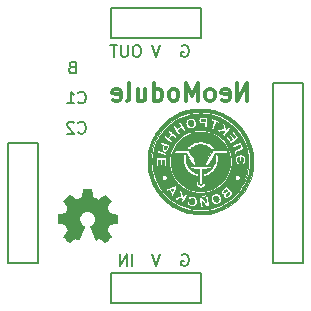
<source format=gbr>
G04 #@! TF.GenerationSoftware,KiCad,Pcbnew,(5.0.0)*
G04 #@! TF.CreationDate,2018-11-06T13:21:30+03:00*
G04 #@! TF.ProjectId,NeoModule,4E656F4D6F64756C652E6B696361645F,rev?*
G04 #@! TF.SameCoordinates,Original*
G04 #@! TF.FileFunction,Legend,Bot*
G04 #@! TF.FilePolarity,Positive*
%FSLAX46Y46*%
G04 Gerber Fmt 4.6, Leading zero omitted, Abs format (unit mm)*
G04 Created by KiCad (PCBNEW (5.0.0)) date 11/06/18 13:21:30*
%MOMM*%
%LPD*%
G01*
G04 APERTURE LIST*
%ADD10C,0.300000*%
%ADD11C,0.150000*%
%ADD12C,0.010000*%
%ADD13C,0.002540*%
G04 APERTURE END LIST*
D10*
X120478571Y-82678571D02*
X120478571Y-81178571D01*
X119621428Y-82678571D01*
X119621428Y-81178571D01*
X118335714Y-82607142D02*
X118478571Y-82678571D01*
X118764285Y-82678571D01*
X118907142Y-82607142D01*
X118978571Y-82464285D01*
X118978571Y-81892857D01*
X118907142Y-81750000D01*
X118764285Y-81678571D01*
X118478571Y-81678571D01*
X118335714Y-81750000D01*
X118264285Y-81892857D01*
X118264285Y-82035714D01*
X118978571Y-82178571D01*
X117407142Y-82678571D02*
X117550000Y-82607142D01*
X117621428Y-82535714D01*
X117692857Y-82392857D01*
X117692857Y-81964285D01*
X117621428Y-81821428D01*
X117550000Y-81750000D01*
X117407142Y-81678571D01*
X117192857Y-81678571D01*
X117050000Y-81750000D01*
X116978571Y-81821428D01*
X116907142Y-81964285D01*
X116907142Y-82392857D01*
X116978571Y-82535714D01*
X117050000Y-82607142D01*
X117192857Y-82678571D01*
X117407142Y-82678571D01*
X116264285Y-82678571D02*
X116264285Y-81178571D01*
X115764285Y-82250000D01*
X115264285Y-81178571D01*
X115264285Y-82678571D01*
X114335714Y-82678571D02*
X114478571Y-82607142D01*
X114550000Y-82535714D01*
X114621428Y-82392857D01*
X114621428Y-81964285D01*
X114550000Y-81821428D01*
X114478571Y-81750000D01*
X114335714Y-81678571D01*
X114121428Y-81678571D01*
X113978571Y-81750000D01*
X113907142Y-81821428D01*
X113835714Y-81964285D01*
X113835714Y-82392857D01*
X113907142Y-82535714D01*
X113978571Y-82607142D01*
X114121428Y-82678571D01*
X114335714Y-82678571D01*
X112550000Y-82678571D02*
X112550000Y-81178571D01*
X112550000Y-82607142D02*
X112692857Y-82678571D01*
X112978571Y-82678571D01*
X113121428Y-82607142D01*
X113192857Y-82535714D01*
X113264285Y-82392857D01*
X113264285Y-81964285D01*
X113192857Y-81821428D01*
X113121428Y-81750000D01*
X112978571Y-81678571D01*
X112692857Y-81678571D01*
X112550000Y-81750000D01*
X111192857Y-81678571D02*
X111192857Y-82678571D01*
X111835714Y-81678571D02*
X111835714Y-82464285D01*
X111764285Y-82607142D01*
X111621428Y-82678571D01*
X111407142Y-82678571D01*
X111264285Y-82607142D01*
X111192857Y-82535714D01*
X110264285Y-82678571D02*
X110407142Y-82607142D01*
X110478571Y-82464285D01*
X110478571Y-81178571D01*
X109121428Y-82607142D02*
X109264285Y-82678571D01*
X109550000Y-82678571D01*
X109692857Y-82607142D01*
X109764285Y-82464285D01*
X109764285Y-81892857D01*
X109692857Y-81750000D01*
X109550000Y-81678571D01*
X109264285Y-81678571D01*
X109121428Y-81750000D01*
X109050000Y-81892857D01*
X109050000Y-82035714D01*
X109764285Y-82178571D01*
D11*
X110723809Y-96652380D02*
X110723809Y-95652380D01*
X110247619Y-96652380D02*
X110247619Y-95652380D01*
X109676190Y-96652380D01*
X109676190Y-95652380D01*
X114938095Y-95700000D02*
X115033333Y-95652380D01*
X115176190Y-95652380D01*
X115319047Y-95700000D01*
X115414285Y-95795238D01*
X115461904Y-95890476D01*
X115509523Y-96080952D01*
X115509523Y-96223809D01*
X115461904Y-96414285D01*
X115414285Y-96509523D01*
X115319047Y-96604761D01*
X115176190Y-96652380D01*
X115080952Y-96652380D01*
X114938095Y-96604761D01*
X114890476Y-96557142D01*
X114890476Y-96223809D01*
X115080952Y-96223809D01*
X113033333Y-95652380D02*
X112700000Y-96652380D01*
X112366666Y-95652380D01*
X111200000Y-77952380D02*
X111009523Y-77952380D01*
X110914285Y-78000000D01*
X110819047Y-78095238D01*
X110771428Y-78285714D01*
X110771428Y-78619047D01*
X110819047Y-78809523D01*
X110914285Y-78904761D01*
X111009523Y-78952380D01*
X111200000Y-78952380D01*
X111295238Y-78904761D01*
X111390476Y-78809523D01*
X111438095Y-78619047D01*
X111438095Y-78285714D01*
X111390476Y-78095238D01*
X111295238Y-78000000D01*
X111200000Y-77952380D01*
X110342857Y-77952380D02*
X110342857Y-78761904D01*
X110295238Y-78857142D01*
X110247619Y-78904761D01*
X110152380Y-78952380D01*
X109961904Y-78952380D01*
X109866666Y-78904761D01*
X109819047Y-78857142D01*
X109771428Y-78761904D01*
X109771428Y-77952380D01*
X109438095Y-77952380D02*
X108866666Y-77952380D01*
X109152380Y-78952380D02*
X109152380Y-77952380D01*
X114938095Y-78000000D02*
X115033333Y-77952380D01*
X115176190Y-77952380D01*
X115319047Y-78000000D01*
X115414285Y-78095238D01*
X115461904Y-78190476D01*
X115509523Y-78380952D01*
X115509523Y-78523809D01*
X115461904Y-78714285D01*
X115414285Y-78809523D01*
X115319047Y-78904761D01*
X115176190Y-78952380D01*
X115080952Y-78952380D01*
X114938095Y-78904761D01*
X114890476Y-78857142D01*
X114890476Y-78523809D01*
X115080952Y-78523809D01*
X113033333Y-77952380D02*
X112700000Y-78952380D01*
X112366666Y-77952380D01*
X106166666Y-85357142D02*
X106214285Y-85404761D01*
X106357142Y-85452380D01*
X106452380Y-85452380D01*
X106595238Y-85404761D01*
X106690476Y-85309523D01*
X106738095Y-85214285D01*
X106785714Y-85023809D01*
X106785714Y-84880952D01*
X106738095Y-84690476D01*
X106690476Y-84595238D01*
X106595238Y-84500000D01*
X106452380Y-84452380D01*
X106357142Y-84452380D01*
X106214285Y-84500000D01*
X106166666Y-84547619D01*
X105785714Y-84547619D02*
X105738095Y-84500000D01*
X105642857Y-84452380D01*
X105404761Y-84452380D01*
X105309523Y-84500000D01*
X105261904Y-84547619D01*
X105214285Y-84642857D01*
X105214285Y-84738095D01*
X105261904Y-84880952D01*
X105833333Y-85452380D01*
X105214285Y-85452380D01*
X106166666Y-82807142D02*
X106214285Y-82854761D01*
X106357142Y-82902380D01*
X106452380Y-82902380D01*
X106595238Y-82854761D01*
X106690476Y-82759523D01*
X106738095Y-82664285D01*
X106785714Y-82473809D01*
X106785714Y-82330952D01*
X106738095Y-82140476D01*
X106690476Y-82045238D01*
X106595238Y-81950000D01*
X106452380Y-81902380D01*
X106357142Y-81902380D01*
X106214285Y-81950000D01*
X106166666Y-81997619D01*
X105214285Y-82902380D02*
X105785714Y-82902380D01*
X105500000Y-82902380D02*
X105500000Y-81902380D01*
X105595238Y-82045238D01*
X105690476Y-82140476D01*
X105785714Y-82188095D01*
X105628571Y-79828571D02*
X105485714Y-79876190D01*
X105438095Y-79923809D01*
X105390476Y-80019047D01*
X105390476Y-80161904D01*
X105438095Y-80257142D01*
X105485714Y-80304761D01*
X105580952Y-80352380D01*
X105961904Y-80352380D01*
X105961904Y-79352380D01*
X105628571Y-79352380D01*
X105533333Y-79400000D01*
X105485714Y-79447619D01*
X105438095Y-79542857D01*
X105438095Y-79638095D01*
X105485714Y-79733333D01*
X105533333Y-79780952D01*
X105628571Y-79828571D01*
X105961904Y-79828571D01*
G04 #@! TO.C,XP6*
X108890000Y-99770000D02*
X108890000Y-97230000D01*
X116510000Y-99770000D02*
X108890000Y-99770000D01*
X116510000Y-97230000D02*
X116510000Y-99770000D01*
X108890000Y-97230000D02*
X116510000Y-97230000D01*
G04 #@! TO.C,XP7*
X108890000Y-74830000D02*
X116510000Y-74830000D01*
X116510000Y-74830000D02*
X116510000Y-77370000D01*
X116510000Y-77370000D02*
X108890000Y-77370000D01*
X108890000Y-77370000D02*
X108890000Y-74830000D01*
G04 #@! TO.C,XP3*
X100230000Y-96370000D02*
X100230000Y-86210000D01*
X102770000Y-96370000D02*
X102770000Y-86210000D01*
X100230000Y-86210000D02*
X102770000Y-86210000D01*
X102770000Y-96370000D02*
X100230000Y-96370000D01*
G04 #@! TO.C,XP4*
X125170000Y-96370000D02*
X125170000Y-81130000D01*
X125170000Y-81130000D02*
X122630000Y-81130000D01*
X122630000Y-81130000D02*
X122630000Y-96370000D01*
X125170000Y-96370000D02*
X122630000Y-96370000D01*
D12*
G04 #@! TO.C,G\002A\002A\002A*
G36*
X116619342Y-84226647D02*
X116611606Y-84228116D01*
X116580308Y-84242101D01*
X116558769Y-84264570D01*
X116547173Y-84292267D01*
X116545704Y-84321937D01*
X116554549Y-84350325D01*
X116573892Y-84374175D01*
X116602427Y-84389753D01*
X116617643Y-84392919D01*
X116644498Y-84396778D01*
X116679271Y-84400944D01*
X116718245Y-84405034D01*
X116757702Y-84408663D01*
X116793922Y-84411448D01*
X116823187Y-84413005D01*
X116829046Y-84413159D01*
X116836825Y-84406776D01*
X116839390Y-84396015D01*
X116840247Y-84380779D01*
X116841925Y-84354765D01*
X116844123Y-84322551D01*
X116845163Y-84307810D01*
X116850212Y-84236924D01*
X116811727Y-84232981D01*
X116749166Y-84227487D01*
X116694881Y-84224567D01*
X116650922Y-84224270D01*
X116619342Y-84226647D01*
X116619342Y-84226647D01*
G37*
X116619342Y-84226647D02*
X116611606Y-84228116D01*
X116580308Y-84242101D01*
X116558769Y-84264570D01*
X116547173Y-84292267D01*
X116545704Y-84321937D01*
X116554549Y-84350325D01*
X116573892Y-84374175D01*
X116602427Y-84389753D01*
X116617643Y-84392919D01*
X116644498Y-84396778D01*
X116679271Y-84400944D01*
X116718245Y-84405034D01*
X116757702Y-84408663D01*
X116793922Y-84411448D01*
X116823187Y-84413005D01*
X116829046Y-84413159D01*
X116836825Y-84406776D01*
X116839390Y-84396015D01*
X116840247Y-84380779D01*
X116841925Y-84354765D01*
X116844123Y-84322551D01*
X116845163Y-84307810D01*
X116850212Y-84236924D01*
X116811727Y-84232981D01*
X116749166Y-84227487D01*
X116694881Y-84224567D01*
X116650922Y-84224270D01*
X116619342Y-84226647D01*
G36*
X115636764Y-84310162D02*
X115611127Y-84312684D01*
X115590473Y-84318078D01*
X115569608Y-84327332D01*
X115564125Y-84330167D01*
X115516111Y-84363252D01*
X115480547Y-84405069D01*
X115457772Y-84454850D01*
X115448123Y-84511828D01*
X115451938Y-84575234D01*
X115453162Y-84582390D01*
X115471035Y-84648765D01*
X115498089Y-84705023D01*
X115533192Y-84750367D01*
X115575213Y-84784003D01*
X115623020Y-84805134D01*
X115675482Y-84812964D01*
X115731468Y-84806698D01*
X115759995Y-84798186D01*
X115812602Y-84772604D01*
X115852980Y-84737802D01*
X115881688Y-84693119D01*
X115899287Y-84637896D01*
X115900231Y-84633005D01*
X115903731Y-84579016D01*
X115896447Y-84521088D01*
X115879725Y-84463702D01*
X115854913Y-84411336D01*
X115823355Y-84368471D01*
X115819547Y-84364544D01*
X115792135Y-84339553D01*
X115766689Y-84323319D01*
X115738531Y-84314091D01*
X115702980Y-84310118D01*
X115672576Y-84309524D01*
X115636764Y-84310162D01*
X115636764Y-84310162D01*
G37*
X115636764Y-84310162D02*
X115611127Y-84312684D01*
X115590473Y-84318078D01*
X115569608Y-84327332D01*
X115564125Y-84330167D01*
X115516111Y-84363252D01*
X115480547Y-84405069D01*
X115457772Y-84454850D01*
X115448123Y-84511828D01*
X115451938Y-84575234D01*
X115453162Y-84582390D01*
X115471035Y-84648765D01*
X115498089Y-84705023D01*
X115533192Y-84750367D01*
X115575213Y-84784003D01*
X115623020Y-84805134D01*
X115675482Y-84812964D01*
X115731468Y-84806698D01*
X115759995Y-84798186D01*
X115812602Y-84772604D01*
X115852980Y-84737802D01*
X115881688Y-84693119D01*
X115899287Y-84637896D01*
X115900231Y-84633005D01*
X115903731Y-84579016D01*
X115896447Y-84521088D01*
X115879725Y-84463702D01*
X115854913Y-84411336D01*
X115823355Y-84368471D01*
X115819547Y-84364544D01*
X115792135Y-84339553D01*
X115766689Y-84323319D01*
X115738531Y-84314091D01*
X115702980Y-84310118D01*
X115672576Y-84309524D01*
X115636764Y-84310162D01*
G36*
X113469703Y-86491005D02*
X113461331Y-86511701D01*
X113450599Y-86540465D01*
X113441093Y-86567305D01*
X113424099Y-86622114D01*
X113415495Y-86665631D01*
X113415452Y-86699579D01*
X113424139Y-86725680D01*
X113441726Y-86745656D01*
X113459782Y-86757104D01*
X113494691Y-86768292D01*
X113527455Y-86765830D01*
X113555237Y-86750035D01*
X113559295Y-86746010D01*
X113567639Y-86733212D01*
X113579064Y-86710560D01*
X113592347Y-86681132D01*
X113606262Y-86648004D01*
X113619586Y-86614256D01*
X113631093Y-86582963D01*
X113639560Y-86557204D01*
X113643761Y-86540057D01*
X113643376Y-86534699D01*
X113632149Y-86529143D01*
X113610871Y-86521026D01*
X113583153Y-86511485D01*
X113552607Y-86501653D01*
X113522847Y-86492664D01*
X113497484Y-86485654D01*
X113480131Y-86481756D01*
X113474445Y-86481639D01*
X113469703Y-86491005D01*
X113469703Y-86491005D01*
G37*
X113469703Y-86491005D02*
X113461331Y-86511701D01*
X113450599Y-86540465D01*
X113441093Y-86567305D01*
X113424099Y-86622114D01*
X113415495Y-86665631D01*
X113415452Y-86699579D01*
X113424139Y-86725680D01*
X113441726Y-86745656D01*
X113459782Y-86757104D01*
X113494691Y-86768292D01*
X113527455Y-86765830D01*
X113555237Y-86750035D01*
X113559295Y-86746010D01*
X113567639Y-86733212D01*
X113579064Y-86710560D01*
X113592347Y-86681132D01*
X113606262Y-86648004D01*
X113619586Y-86614256D01*
X113631093Y-86582963D01*
X113639560Y-86557204D01*
X113643761Y-86540057D01*
X113643376Y-86534699D01*
X113632149Y-86529143D01*
X113610871Y-86521026D01*
X113583153Y-86511485D01*
X113552607Y-86501653D01*
X113522847Y-86492664D01*
X113497484Y-86485654D01*
X113480131Y-86481756D01*
X113474445Y-86481639D01*
X113469703Y-86491005D01*
G36*
X116432230Y-85300749D02*
X116328299Y-85304498D01*
X116235024Y-85310884D01*
X116147809Y-85320438D01*
X116062061Y-85333691D01*
X115973185Y-85351173D01*
X115947936Y-85356714D01*
X115761295Y-85406196D01*
X115580702Y-85469435D01*
X115406739Y-85545801D01*
X115239985Y-85634664D01*
X115081020Y-85735394D01*
X114930424Y-85847362D01*
X114788778Y-85969938D01*
X114656661Y-86102492D01*
X114534653Y-86244394D01*
X114423335Y-86395015D01*
X114323286Y-86553725D01*
X114235087Y-86719893D01*
X114159318Y-86892891D01*
X114096559Y-87072088D01*
X114047389Y-87256855D01*
X114012389Y-87446562D01*
X114010451Y-87460254D01*
X113991168Y-87654450D01*
X113986994Y-87848454D01*
X113997716Y-88041396D01*
X114023120Y-88232405D01*
X114062992Y-88420609D01*
X114117118Y-88605138D01*
X114185285Y-88785121D01*
X114267278Y-88959687D01*
X114362885Y-89127964D01*
X114452763Y-89262709D01*
X114503826Y-89332173D01*
X114553062Y-89394711D01*
X114603907Y-89454341D01*
X114659797Y-89515081D01*
X114724169Y-89580951D01*
X114729175Y-89585952D01*
X114873546Y-89719238D01*
X115026673Y-89840069D01*
X115187852Y-89948118D01*
X115356384Y-90043057D01*
X115531564Y-90124558D01*
X115712692Y-90192293D01*
X115899065Y-90245934D01*
X116089982Y-90285154D01*
X116276788Y-90308923D01*
X116313722Y-90311343D01*
X116362212Y-90313227D01*
X116418516Y-90314551D01*
X116478891Y-90315292D01*
X116539598Y-90315427D01*
X116596892Y-90314931D01*
X116647032Y-90313783D01*
X116686277Y-90311958D01*
X116692424Y-90311515D01*
X116884523Y-90288946D01*
X117072662Y-90251854D01*
X117256163Y-90200756D01*
X117434348Y-90136170D01*
X117606539Y-90058613D01*
X117772060Y-89968601D01*
X117857619Y-89913454D01*
X116937684Y-89913454D01*
X116911780Y-89910429D01*
X116860073Y-89910985D01*
X116802173Y-89923003D01*
X116740639Y-89945280D01*
X116678031Y-89976616D01*
X116616910Y-90015809D01*
X116559834Y-90061657D01*
X116531386Y-90088975D01*
X116497347Y-90123922D01*
X116442553Y-90071873D01*
X116410313Y-90043449D01*
X116373391Y-90014222D01*
X116338526Y-89989456D01*
X116330349Y-89984223D01*
X116258810Y-89946427D01*
X116187365Y-89922445D01*
X116119917Y-89911668D01*
X116063235Y-89906877D01*
X116096969Y-89840575D01*
X116117059Y-89799052D01*
X116132167Y-89761879D01*
X116143071Y-89725458D01*
X116150554Y-89686195D01*
X116155394Y-89640493D01*
X116158373Y-89584756D01*
X116159382Y-89552985D01*
X116162886Y-89424060D01*
X116307576Y-89424060D01*
X116307619Y-89529894D01*
X116308192Y-89582698D01*
X116310298Y-89623066D01*
X116314592Y-89653933D01*
X116321727Y-89678232D01*
X116332359Y-89698895D01*
X116347140Y-89718858D01*
X116350706Y-89723087D01*
X116390526Y-89759029D01*
X116435501Y-89781608D01*
X116483277Y-89790737D01*
X116531502Y-89786329D01*
X116577824Y-89768299D01*
X116619891Y-89736558D01*
X116623297Y-89733120D01*
X116642740Y-89711000D01*
X116656954Y-89688772D01*
X116666714Y-89663497D01*
X116672794Y-89632233D01*
X116675967Y-89592041D01*
X116677010Y-89539978D01*
X116677030Y-89529001D01*
X116677030Y-89424060D01*
X116829001Y-89424060D01*
X116833181Y-89552985D01*
X116836969Y-89625832D01*
X116843753Y-89686901D01*
X116854434Y-89739664D01*
X116869910Y-89787596D01*
X116891083Y-89834168D01*
X116918540Y-89882348D01*
X116937684Y-89913454D01*
X117857619Y-89913454D01*
X117930231Y-89866653D01*
X118080375Y-89753285D01*
X118221814Y-89629014D01*
X118353871Y-89494359D01*
X118475867Y-89349835D01*
X118587125Y-89195959D01*
X118686967Y-89033251D01*
X118774716Y-88862225D01*
X118849692Y-88683400D01*
X118858862Y-88658514D01*
X118907437Y-88512255D01*
X118945444Y-88369397D01*
X118973487Y-88226400D01*
X118992171Y-88079726D01*
X119002099Y-87925834D01*
X119004166Y-87807697D01*
X119003495Y-87719688D01*
X119001376Y-87648222D01*
X117982114Y-87648222D01*
X117968917Y-87793651D01*
X117941893Y-87937420D01*
X117901217Y-88077839D01*
X117847061Y-88213216D01*
X117831066Y-88246830D01*
X117756579Y-88381470D01*
X117670876Y-88505577D01*
X117574093Y-88619013D01*
X117466366Y-88721642D01*
X117347831Y-88813325D01*
X117218624Y-88893927D01*
X117155398Y-88927367D01*
X117102761Y-88951757D01*
X117043090Y-88976076D01*
X116979328Y-88999411D01*
X116914417Y-89020847D01*
X116851300Y-89039469D01*
X116792920Y-89054362D01*
X116742219Y-89064613D01*
X116702140Y-89069307D01*
X116698197Y-89069453D01*
X116677030Y-89070000D01*
X116677030Y-88816697D01*
X116705894Y-88811721D01*
X116820267Y-88785677D01*
X116934067Y-88746785D01*
X117049882Y-88694155D01*
X117054182Y-88691962D01*
X117174057Y-88622163D01*
X117283898Y-88540749D01*
X117383350Y-88448074D01*
X117472060Y-88344493D01*
X117516716Y-88278825D01*
X117375301Y-88278825D01*
X117372772Y-88317218D01*
X117358294Y-88353781D01*
X117334229Y-88383220D01*
X117325944Y-88389567D01*
X117320017Y-88393057D01*
X117312512Y-88395976D01*
X117302022Y-88398396D01*
X117287140Y-88400386D01*
X117266461Y-88402018D01*
X117238578Y-88403362D01*
X117202084Y-88404489D01*
X117155575Y-88405470D01*
X117097642Y-88406374D01*
X117026881Y-88407274D01*
X116957970Y-88408060D01*
X116611606Y-88411909D01*
X116607758Y-89032878D01*
X116607054Y-89145158D01*
X116606407Y-89243067D01*
X116605785Y-89327629D01*
X116605159Y-89399867D01*
X116604495Y-89460805D01*
X116603765Y-89511465D01*
X116602935Y-89552872D01*
X116601976Y-89586047D01*
X116600856Y-89612016D01*
X116599544Y-89631800D01*
X116598010Y-89646423D01*
X116596221Y-89656908D01*
X116594148Y-89664280D01*
X116591758Y-89669560D01*
X116589021Y-89673773D01*
X116588268Y-89674794D01*
X116560132Y-89701125D01*
X116524965Y-89717373D01*
X116486878Y-89722822D01*
X116449983Y-89716754D01*
X116424381Y-89703346D01*
X116406258Y-89685907D01*
X116389667Y-89663963D01*
X116388394Y-89661862D01*
X116385593Y-89656733D01*
X116383149Y-89650803D01*
X116381033Y-89643031D01*
X116379217Y-89632381D01*
X116377672Y-89617815D01*
X116376369Y-89598292D01*
X116375281Y-89572777D01*
X116374379Y-89540229D01*
X116373634Y-89499612D01*
X116373019Y-89449886D01*
X116372503Y-89390014D01*
X116372060Y-89318957D01*
X116371660Y-89235676D01*
X116371275Y-89139135D01*
X116370877Y-89028293D01*
X116370855Y-89021894D01*
X116370138Y-88816697D01*
X116307576Y-88816697D01*
X116307576Y-89071774D01*
X116263318Y-89066281D01*
X116237745Y-89062120D01*
X116202294Y-89055041D01*
X116161959Y-89046094D01*
X116127574Y-89037803D01*
X115989509Y-88996433D01*
X115859623Y-88943385D01*
X115735498Y-88877498D01*
X115614714Y-88797611D01*
X115591499Y-88780419D01*
X115476002Y-88683950D01*
X115371912Y-88577349D01*
X115279574Y-88461191D01*
X115199332Y-88336051D01*
X115131532Y-88202503D01*
X115076518Y-88061122D01*
X115034637Y-87912481D01*
X115016485Y-87823091D01*
X115009827Y-87771631D01*
X115005435Y-87708918D01*
X115003275Y-87638918D01*
X115003312Y-87565599D01*
X115005514Y-87492928D01*
X115009845Y-87424873D01*
X115016274Y-87365401D01*
X115020617Y-87338182D01*
X115028407Y-87298230D01*
X115036700Y-87259406D01*
X115044372Y-87226795D01*
X115049107Y-87209257D01*
X115061263Y-87168848D01*
X115162950Y-87168856D01*
X115264636Y-87168864D01*
X115284948Y-87205417D01*
X115297341Y-87231309D01*
X115300729Y-87249645D01*
X115298728Y-87259120D01*
X115290972Y-87285442D01*
X115282758Y-87323410D01*
X115274661Y-87369311D01*
X115267254Y-87419431D01*
X115261112Y-87470057D01*
X115256810Y-87517476D01*
X115255553Y-87538303D01*
X115256750Y-87673038D01*
X115272987Y-87806696D01*
X115303911Y-87938007D01*
X115349169Y-88065702D01*
X115408408Y-88188509D01*
X115459871Y-88273726D01*
X115537528Y-88378203D01*
X115627081Y-88474945D01*
X115726596Y-88562360D01*
X115834136Y-88638854D01*
X115947764Y-88702835D01*
X116021809Y-88736083D01*
X116077455Y-88756879D01*
X116138651Y-88776793D01*
X116199819Y-88794181D01*
X116255380Y-88807398D01*
X116278712Y-88811827D01*
X116307576Y-88816697D01*
X116370138Y-88816697D01*
X116368710Y-88408060D01*
X116033352Y-88408060D01*
X115948364Y-88408033D01*
X115877367Y-88407839D01*
X115818960Y-88407307D01*
X115771739Y-88406268D01*
X115734303Y-88404552D01*
X115705248Y-88401989D01*
X115683172Y-88398410D01*
X115666673Y-88393645D01*
X115654348Y-88387524D01*
X115644795Y-88379877D01*
X115636612Y-88370534D01*
X115628395Y-88359326D01*
X115628167Y-88359005D01*
X115616694Y-88337237D01*
X115611632Y-88310369D01*
X115611000Y-88291246D01*
X115615034Y-88253430D01*
X115628740Y-88223418D01*
X115654527Y-88196570D01*
X115663992Y-88189172D01*
X115667616Y-88186616D01*
X115671838Y-88184348D01*
X115677558Y-88182348D01*
X115685672Y-88180595D01*
X115697080Y-88179071D01*
X115712681Y-88177756D01*
X115733373Y-88176629D01*
X115760055Y-88175672D01*
X115793624Y-88174863D01*
X115834981Y-88174184D01*
X115885023Y-88173615D01*
X115944649Y-88173136D01*
X116014758Y-88172728D01*
X116096247Y-88172369D01*
X116190017Y-88172042D01*
X116296965Y-88171725D01*
X116417989Y-88171400D01*
X116479406Y-88171239D01*
X117273568Y-88169176D01*
X117307742Y-88186633D01*
X117342786Y-88210164D01*
X117364591Y-88239248D01*
X117375012Y-88276416D01*
X117375301Y-88278825D01*
X117516716Y-88278825D01*
X117549675Y-88230360D01*
X117593016Y-88152612D01*
X117649693Y-88026165D01*
X117691269Y-87896784D01*
X117717729Y-87764593D01*
X117729059Y-87629714D01*
X117725245Y-87492272D01*
X117706272Y-87352390D01*
X117692496Y-87287448D01*
X117687673Y-87263595D01*
X117688006Y-87246709D01*
X117694640Y-87229537D01*
X117704395Y-87212185D01*
X117725536Y-87176110D01*
X117826170Y-87178252D01*
X117926803Y-87180394D01*
X117937000Y-87218879D01*
X117966330Y-87359145D01*
X117981310Y-87502823D01*
X117982114Y-87648222D01*
X119001376Y-87648222D01*
X119001217Y-87642873D01*
X118996935Y-87573100D01*
X118990249Y-87506215D01*
X118980762Y-87438067D01*
X118968076Y-87364504D01*
X118955433Y-87299346D01*
X118910462Y-87114086D01*
X118860992Y-86963242D01*
X118748907Y-86963242D01*
X118747877Y-87004049D01*
X118735461Y-87043598D01*
X118712957Y-87078042D01*
X118681666Y-87103537D01*
X118675921Y-87106533D01*
X118668724Y-87109855D01*
X118661110Y-87112686D01*
X118651857Y-87115066D01*
X118639746Y-87117035D01*
X118623557Y-87118630D01*
X118602070Y-87119892D01*
X118574065Y-87120859D01*
X118538321Y-87121571D01*
X118493618Y-87122066D01*
X118438738Y-87122384D01*
X118372458Y-87122564D01*
X118293560Y-87122645D01*
X118200824Y-87122666D01*
X118172765Y-87122667D01*
X117702935Y-87122667D01*
X117446241Y-87571015D01*
X117401844Y-87648549D01*
X117359113Y-87723156D01*
X117318758Y-87793596D01*
X117281490Y-87858629D01*
X117248020Y-87917014D01*
X117219059Y-87967512D01*
X117195318Y-88008883D01*
X117177508Y-88039886D01*
X117166340Y-88059282D01*
X117163829Y-88063621D01*
X117138111Y-88107879D01*
X116960626Y-88107879D01*
X116901726Y-88107706D01*
X116856753Y-88107135D01*
X116824243Y-88106083D01*
X116802733Y-88104470D01*
X116790760Y-88102215D01*
X116790618Y-88102106D01*
X116086489Y-88102106D01*
X116077787Y-88105170D01*
X116058278Y-88107263D01*
X116037265Y-88107879D01*
X115991076Y-88107879D01*
X115715929Y-87828864D01*
X115646380Y-87758336D01*
X115586882Y-87697954D01*
X115536689Y-87646895D01*
X115495052Y-87604334D01*
X115461225Y-87569446D01*
X115434461Y-87541408D01*
X115414012Y-87519394D01*
X115399131Y-87502580D01*
X115389070Y-87490142D01*
X115383083Y-87481256D01*
X115380423Y-87475097D01*
X115380341Y-87470841D01*
X115382091Y-87467664D01*
X115384926Y-87464740D01*
X115385424Y-87464247D01*
X115394714Y-87457877D01*
X115408079Y-87456100D01*
X115430043Y-87458633D01*
X115441907Y-87460726D01*
X115466327Y-87464603D01*
X115483940Y-87466208D01*
X115490059Y-87465537D01*
X115487274Y-87458243D01*
X115477646Y-87439487D01*
X115462166Y-87411058D01*
X115441822Y-87374747D01*
X115417603Y-87332344D01*
X115393311Y-87290451D01*
X115293111Y-87118818D01*
X114836298Y-87114970D01*
X114740651Y-87114141D01*
X114659169Y-87113362D01*
X114590624Y-87112587D01*
X114533789Y-87111767D01*
X114487434Y-87110857D01*
X114450332Y-87109809D01*
X114421254Y-87108577D01*
X114398973Y-87107115D01*
X114382260Y-87105374D01*
X114369886Y-87103310D01*
X114360625Y-87100874D01*
X114353247Y-87098020D01*
X114349934Y-87096448D01*
X114315754Y-87071684D01*
X114292429Y-87038614D01*
X114280453Y-87000316D01*
X114280321Y-86959870D01*
X114292527Y-86920357D01*
X114316181Y-86886297D01*
X114324852Y-86877209D01*
X114333197Y-86869336D01*
X114342325Y-86862590D01*
X114353349Y-86856885D01*
X114367381Y-86852133D01*
X114385532Y-86848247D01*
X114408913Y-86845140D01*
X114438636Y-86842725D01*
X114475813Y-86840915D01*
X114521555Y-86839623D01*
X114576974Y-86838761D01*
X114643181Y-86838243D01*
X114721287Y-86837981D01*
X114812405Y-86837889D01*
X114917646Y-86837879D01*
X115458779Y-86837879D01*
X115603932Y-87084027D01*
X115636872Y-87139490D01*
X115667493Y-87190285D01*
X115694904Y-87234992D01*
X115718213Y-87272193D01*
X115736531Y-87300466D01*
X115748968Y-87318393D01*
X115754631Y-87324553D01*
X115754772Y-87324489D01*
X115759579Y-87314077D01*
X115766256Y-87292565D01*
X115773761Y-87263966D01*
X115781050Y-87232295D01*
X115787078Y-87201567D01*
X115787738Y-87197712D01*
X115792658Y-87178376D01*
X115800896Y-87170201D01*
X115811323Y-87168848D01*
X115827165Y-87173502D01*
X115835176Y-87189191D01*
X115838139Y-87200127D01*
X115844891Y-87224519D01*
X115855051Y-87261007D01*
X115868236Y-87308227D01*
X115884068Y-87364818D01*
X115902164Y-87429418D01*
X115922143Y-87500665D01*
X115943626Y-87577198D01*
X115964903Y-87652933D01*
X115987233Y-87732655D01*
X116008181Y-87807965D01*
X116027395Y-87877561D01*
X116044520Y-87940138D01*
X116059204Y-87994394D01*
X116071095Y-88039024D01*
X116079839Y-88072725D01*
X116085084Y-88094194D01*
X116086489Y-88102106D01*
X116790618Y-88102106D01*
X116786859Y-88099237D01*
X116787016Y-88098257D01*
X116791409Y-88090370D01*
X116803079Y-88070165D01*
X116821477Y-88038578D01*
X116846053Y-87996546D01*
X116876257Y-87945006D01*
X116911539Y-87884895D01*
X116951350Y-87817149D01*
X116995139Y-87742706D01*
X117042356Y-87662502D01*
X117092451Y-87577473D01*
X117144875Y-87488557D01*
X117156394Y-87469030D01*
X117521895Y-86849424D01*
X118071205Y-86847230D01*
X118162430Y-86846929D01*
X118249616Y-86846764D01*
X118331469Y-86846730D01*
X118406691Y-86846821D01*
X118473989Y-86847033D01*
X118532067Y-86847359D01*
X118579629Y-86847796D01*
X118615380Y-86848338D01*
X118638024Y-86848979D01*
X118645695Y-86849534D01*
X118672035Y-86860013D01*
X118700037Y-86880151D01*
X118724626Y-86905765D01*
X118737251Y-86925023D01*
X118748907Y-86963242D01*
X118860992Y-86963242D01*
X118851418Y-86934049D01*
X118789705Y-86785776D01*
X117746909Y-86785776D01*
X117739637Y-86787753D01*
X117719517Y-86789450D01*
X117689095Y-86790747D01*
X117650917Y-86791525D01*
X117620794Y-86791697D01*
X117494680Y-86791697D01*
X117481532Y-86811762D01*
X117471011Y-86823714D01*
X117463241Y-86825598D01*
X117462879Y-86825232D01*
X117455623Y-86816617D01*
X117441133Y-86799467D01*
X117422125Y-86776994D01*
X117415490Y-86769155D01*
X117343499Y-86693672D01*
X117259192Y-86621728D01*
X117165566Y-86555302D01*
X117065619Y-86496372D01*
X116962348Y-86446916D01*
X116879672Y-86415607D01*
X116804250Y-86392787D01*
X116732553Y-86376254D01*
X116659911Y-86365305D01*
X116581653Y-86359240D01*
X116493108Y-86357355D01*
X116492303Y-86357354D01*
X116405318Y-86359108D01*
X116328542Y-86364851D01*
X116257143Y-86375303D01*
X116186288Y-86391186D01*
X116111143Y-86413219D01*
X116105489Y-86415046D01*
X116013192Y-86450384D01*
X115919413Y-86496233D01*
X115827150Y-86550573D01*
X115739408Y-86611387D01*
X115659186Y-86676657D01*
X115589487Y-86744366D01*
X115553105Y-86786396D01*
X115535618Y-86807565D01*
X115521800Y-86823045D01*
X115514421Y-86829750D01*
X115514164Y-86829818D01*
X115507729Y-86824098D01*
X115499394Y-86810939D01*
X115489096Y-86791697D01*
X115363396Y-86791697D01*
X115321361Y-86791436D01*
X115285296Y-86790713D01*
X115257751Y-86789621D01*
X115241277Y-86788251D01*
X115237697Y-86787182D01*
X115242295Y-86776976D01*
X115254868Y-86757369D01*
X115273584Y-86730823D01*
X115296610Y-86699804D01*
X115322116Y-86666775D01*
X115348268Y-86634200D01*
X115373236Y-86604544D01*
X115374940Y-86602586D01*
X115474717Y-86499701D01*
X115585662Y-86406395D01*
X115706121Y-86323731D01*
X115834441Y-86252769D01*
X115968967Y-86194569D01*
X116058092Y-86164347D01*
X116203774Y-86127993D01*
X116350280Y-86106603D01*
X116496622Y-86099853D01*
X116641814Y-86107420D01*
X116784868Y-86128981D01*
X116924797Y-86164211D01*
X117060614Y-86212788D01*
X117191331Y-86274388D01*
X117315962Y-86348688D01*
X117433519Y-86435365D01*
X117543014Y-86534094D01*
X117643462Y-86644553D01*
X117684920Y-86697296D01*
X117707756Y-86728128D01*
X117726801Y-86754640D01*
X117740340Y-86774383D01*
X117746658Y-86784908D01*
X117746909Y-86785776D01*
X118789705Y-86785776D01*
X118778931Y-86759891D01*
X118693630Y-86592268D01*
X118596142Y-86431839D01*
X118487098Y-86279258D01*
X118367125Y-86135183D01*
X118236853Y-86000271D01*
X118096910Y-85875178D01*
X117947926Y-85760560D01*
X117790529Y-85657075D01*
X117625348Y-85565379D01*
X117453012Y-85486129D01*
X117274150Y-85419981D01*
X117110453Y-85372779D01*
X116990379Y-85345233D01*
X116875572Y-85324603D01*
X116761758Y-85310434D01*
X116644665Y-85302272D01*
X116520019Y-85299664D01*
X116432230Y-85300749D01*
X116432230Y-85300749D01*
G37*
X116432230Y-85300749D02*
X116328299Y-85304498D01*
X116235024Y-85310884D01*
X116147809Y-85320438D01*
X116062061Y-85333691D01*
X115973185Y-85351173D01*
X115947936Y-85356714D01*
X115761295Y-85406196D01*
X115580702Y-85469435D01*
X115406739Y-85545801D01*
X115239985Y-85634664D01*
X115081020Y-85735394D01*
X114930424Y-85847362D01*
X114788778Y-85969938D01*
X114656661Y-86102492D01*
X114534653Y-86244394D01*
X114423335Y-86395015D01*
X114323286Y-86553725D01*
X114235087Y-86719893D01*
X114159318Y-86892891D01*
X114096559Y-87072088D01*
X114047389Y-87256855D01*
X114012389Y-87446562D01*
X114010451Y-87460254D01*
X113991168Y-87654450D01*
X113986994Y-87848454D01*
X113997716Y-88041396D01*
X114023120Y-88232405D01*
X114062992Y-88420609D01*
X114117118Y-88605138D01*
X114185285Y-88785121D01*
X114267278Y-88959687D01*
X114362885Y-89127964D01*
X114452763Y-89262709D01*
X114503826Y-89332173D01*
X114553062Y-89394711D01*
X114603907Y-89454341D01*
X114659797Y-89515081D01*
X114724169Y-89580951D01*
X114729175Y-89585952D01*
X114873546Y-89719238D01*
X115026673Y-89840069D01*
X115187852Y-89948118D01*
X115356384Y-90043057D01*
X115531564Y-90124558D01*
X115712692Y-90192293D01*
X115899065Y-90245934D01*
X116089982Y-90285154D01*
X116276788Y-90308923D01*
X116313722Y-90311343D01*
X116362212Y-90313227D01*
X116418516Y-90314551D01*
X116478891Y-90315292D01*
X116539598Y-90315427D01*
X116596892Y-90314931D01*
X116647032Y-90313783D01*
X116686277Y-90311958D01*
X116692424Y-90311515D01*
X116884523Y-90288946D01*
X117072662Y-90251854D01*
X117256163Y-90200756D01*
X117434348Y-90136170D01*
X117606539Y-90058613D01*
X117772060Y-89968601D01*
X117857619Y-89913454D01*
X116937684Y-89913454D01*
X116911780Y-89910429D01*
X116860073Y-89910985D01*
X116802173Y-89923003D01*
X116740639Y-89945280D01*
X116678031Y-89976616D01*
X116616910Y-90015809D01*
X116559834Y-90061657D01*
X116531386Y-90088975D01*
X116497347Y-90123922D01*
X116442553Y-90071873D01*
X116410313Y-90043449D01*
X116373391Y-90014222D01*
X116338526Y-89989456D01*
X116330349Y-89984223D01*
X116258810Y-89946427D01*
X116187365Y-89922445D01*
X116119917Y-89911668D01*
X116063235Y-89906877D01*
X116096969Y-89840575D01*
X116117059Y-89799052D01*
X116132167Y-89761879D01*
X116143071Y-89725458D01*
X116150554Y-89686195D01*
X116155394Y-89640493D01*
X116158373Y-89584756D01*
X116159382Y-89552985D01*
X116162886Y-89424060D01*
X116307576Y-89424060D01*
X116307619Y-89529894D01*
X116308192Y-89582698D01*
X116310298Y-89623066D01*
X116314592Y-89653933D01*
X116321727Y-89678232D01*
X116332359Y-89698895D01*
X116347140Y-89718858D01*
X116350706Y-89723087D01*
X116390526Y-89759029D01*
X116435501Y-89781608D01*
X116483277Y-89790737D01*
X116531502Y-89786329D01*
X116577824Y-89768299D01*
X116619891Y-89736558D01*
X116623297Y-89733120D01*
X116642740Y-89711000D01*
X116656954Y-89688772D01*
X116666714Y-89663497D01*
X116672794Y-89632233D01*
X116675967Y-89592041D01*
X116677010Y-89539978D01*
X116677030Y-89529001D01*
X116677030Y-89424060D01*
X116829001Y-89424060D01*
X116833181Y-89552985D01*
X116836969Y-89625832D01*
X116843753Y-89686901D01*
X116854434Y-89739664D01*
X116869910Y-89787596D01*
X116891083Y-89834168D01*
X116918540Y-89882348D01*
X116937684Y-89913454D01*
X117857619Y-89913454D01*
X117930231Y-89866653D01*
X118080375Y-89753285D01*
X118221814Y-89629014D01*
X118353871Y-89494359D01*
X118475867Y-89349835D01*
X118587125Y-89195959D01*
X118686967Y-89033251D01*
X118774716Y-88862225D01*
X118849692Y-88683400D01*
X118858862Y-88658514D01*
X118907437Y-88512255D01*
X118945444Y-88369397D01*
X118973487Y-88226400D01*
X118992171Y-88079726D01*
X119002099Y-87925834D01*
X119004166Y-87807697D01*
X119003495Y-87719688D01*
X119001376Y-87648222D01*
X117982114Y-87648222D01*
X117968917Y-87793651D01*
X117941893Y-87937420D01*
X117901217Y-88077839D01*
X117847061Y-88213216D01*
X117831066Y-88246830D01*
X117756579Y-88381470D01*
X117670876Y-88505577D01*
X117574093Y-88619013D01*
X117466366Y-88721642D01*
X117347831Y-88813325D01*
X117218624Y-88893927D01*
X117155398Y-88927367D01*
X117102761Y-88951757D01*
X117043090Y-88976076D01*
X116979328Y-88999411D01*
X116914417Y-89020847D01*
X116851300Y-89039469D01*
X116792920Y-89054362D01*
X116742219Y-89064613D01*
X116702140Y-89069307D01*
X116698197Y-89069453D01*
X116677030Y-89070000D01*
X116677030Y-88816697D01*
X116705894Y-88811721D01*
X116820267Y-88785677D01*
X116934067Y-88746785D01*
X117049882Y-88694155D01*
X117054182Y-88691962D01*
X117174057Y-88622163D01*
X117283898Y-88540749D01*
X117383350Y-88448074D01*
X117472060Y-88344493D01*
X117516716Y-88278825D01*
X117375301Y-88278825D01*
X117372772Y-88317218D01*
X117358294Y-88353781D01*
X117334229Y-88383220D01*
X117325944Y-88389567D01*
X117320017Y-88393057D01*
X117312512Y-88395976D01*
X117302022Y-88398396D01*
X117287140Y-88400386D01*
X117266461Y-88402018D01*
X117238578Y-88403362D01*
X117202084Y-88404489D01*
X117155575Y-88405470D01*
X117097642Y-88406374D01*
X117026881Y-88407274D01*
X116957970Y-88408060D01*
X116611606Y-88411909D01*
X116607758Y-89032878D01*
X116607054Y-89145158D01*
X116606407Y-89243067D01*
X116605785Y-89327629D01*
X116605159Y-89399867D01*
X116604495Y-89460805D01*
X116603765Y-89511465D01*
X116602935Y-89552872D01*
X116601976Y-89586047D01*
X116600856Y-89612016D01*
X116599544Y-89631800D01*
X116598010Y-89646423D01*
X116596221Y-89656908D01*
X116594148Y-89664280D01*
X116591758Y-89669560D01*
X116589021Y-89673773D01*
X116588268Y-89674794D01*
X116560132Y-89701125D01*
X116524965Y-89717373D01*
X116486878Y-89722822D01*
X116449983Y-89716754D01*
X116424381Y-89703346D01*
X116406258Y-89685907D01*
X116389667Y-89663963D01*
X116388394Y-89661862D01*
X116385593Y-89656733D01*
X116383149Y-89650803D01*
X116381033Y-89643031D01*
X116379217Y-89632381D01*
X116377672Y-89617815D01*
X116376369Y-89598292D01*
X116375281Y-89572777D01*
X116374379Y-89540229D01*
X116373634Y-89499612D01*
X116373019Y-89449886D01*
X116372503Y-89390014D01*
X116372060Y-89318957D01*
X116371660Y-89235676D01*
X116371275Y-89139135D01*
X116370877Y-89028293D01*
X116370855Y-89021894D01*
X116370138Y-88816697D01*
X116307576Y-88816697D01*
X116307576Y-89071774D01*
X116263318Y-89066281D01*
X116237745Y-89062120D01*
X116202294Y-89055041D01*
X116161959Y-89046094D01*
X116127574Y-89037803D01*
X115989509Y-88996433D01*
X115859623Y-88943385D01*
X115735498Y-88877498D01*
X115614714Y-88797611D01*
X115591499Y-88780419D01*
X115476002Y-88683950D01*
X115371912Y-88577349D01*
X115279574Y-88461191D01*
X115199332Y-88336051D01*
X115131532Y-88202503D01*
X115076518Y-88061122D01*
X115034637Y-87912481D01*
X115016485Y-87823091D01*
X115009827Y-87771631D01*
X115005435Y-87708918D01*
X115003275Y-87638918D01*
X115003312Y-87565599D01*
X115005514Y-87492928D01*
X115009845Y-87424873D01*
X115016274Y-87365401D01*
X115020617Y-87338182D01*
X115028407Y-87298230D01*
X115036700Y-87259406D01*
X115044372Y-87226795D01*
X115049107Y-87209257D01*
X115061263Y-87168848D01*
X115162950Y-87168856D01*
X115264636Y-87168864D01*
X115284948Y-87205417D01*
X115297341Y-87231309D01*
X115300729Y-87249645D01*
X115298728Y-87259120D01*
X115290972Y-87285442D01*
X115282758Y-87323410D01*
X115274661Y-87369311D01*
X115267254Y-87419431D01*
X115261112Y-87470057D01*
X115256810Y-87517476D01*
X115255553Y-87538303D01*
X115256750Y-87673038D01*
X115272987Y-87806696D01*
X115303911Y-87938007D01*
X115349169Y-88065702D01*
X115408408Y-88188509D01*
X115459871Y-88273726D01*
X115537528Y-88378203D01*
X115627081Y-88474945D01*
X115726596Y-88562360D01*
X115834136Y-88638854D01*
X115947764Y-88702835D01*
X116021809Y-88736083D01*
X116077455Y-88756879D01*
X116138651Y-88776793D01*
X116199819Y-88794181D01*
X116255380Y-88807398D01*
X116278712Y-88811827D01*
X116307576Y-88816697D01*
X116370138Y-88816697D01*
X116368710Y-88408060D01*
X116033352Y-88408060D01*
X115948364Y-88408033D01*
X115877367Y-88407839D01*
X115818960Y-88407307D01*
X115771739Y-88406268D01*
X115734303Y-88404552D01*
X115705248Y-88401989D01*
X115683172Y-88398410D01*
X115666673Y-88393645D01*
X115654348Y-88387524D01*
X115644795Y-88379877D01*
X115636612Y-88370534D01*
X115628395Y-88359326D01*
X115628167Y-88359005D01*
X115616694Y-88337237D01*
X115611632Y-88310369D01*
X115611000Y-88291246D01*
X115615034Y-88253430D01*
X115628740Y-88223418D01*
X115654527Y-88196570D01*
X115663992Y-88189172D01*
X115667616Y-88186616D01*
X115671838Y-88184348D01*
X115677558Y-88182348D01*
X115685672Y-88180595D01*
X115697080Y-88179071D01*
X115712681Y-88177756D01*
X115733373Y-88176629D01*
X115760055Y-88175672D01*
X115793624Y-88174863D01*
X115834981Y-88174184D01*
X115885023Y-88173615D01*
X115944649Y-88173136D01*
X116014758Y-88172728D01*
X116096247Y-88172369D01*
X116190017Y-88172042D01*
X116296965Y-88171725D01*
X116417989Y-88171400D01*
X116479406Y-88171239D01*
X117273568Y-88169176D01*
X117307742Y-88186633D01*
X117342786Y-88210164D01*
X117364591Y-88239248D01*
X117375012Y-88276416D01*
X117375301Y-88278825D01*
X117516716Y-88278825D01*
X117549675Y-88230360D01*
X117593016Y-88152612D01*
X117649693Y-88026165D01*
X117691269Y-87896784D01*
X117717729Y-87764593D01*
X117729059Y-87629714D01*
X117725245Y-87492272D01*
X117706272Y-87352390D01*
X117692496Y-87287448D01*
X117687673Y-87263595D01*
X117688006Y-87246709D01*
X117694640Y-87229537D01*
X117704395Y-87212185D01*
X117725536Y-87176110D01*
X117826170Y-87178252D01*
X117926803Y-87180394D01*
X117937000Y-87218879D01*
X117966330Y-87359145D01*
X117981310Y-87502823D01*
X117982114Y-87648222D01*
X119001376Y-87648222D01*
X119001217Y-87642873D01*
X118996935Y-87573100D01*
X118990249Y-87506215D01*
X118980762Y-87438067D01*
X118968076Y-87364504D01*
X118955433Y-87299346D01*
X118910462Y-87114086D01*
X118860992Y-86963242D01*
X118748907Y-86963242D01*
X118747877Y-87004049D01*
X118735461Y-87043598D01*
X118712957Y-87078042D01*
X118681666Y-87103537D01*
X118675921Y-87106533D01*
X118668724Y-87109855D01*
X118661110Y-87112686D01*
X118651857Y-87115066D01*
X118639746Y-87117035D01*
X118623557Y-87118630D01*
X118602070Y-87119892D01*
X118574065Y-87120859D01*
X118538321Y-87121571D01*
X118493618Y-87122066D01*
X118438738Y-87122384D01*
X118372458Y-87122564D01*
X118293560Y-87122645D01*
X118200824Y-87122666D01*
X118172765Y-87122667D01*
X117702935Y-87122667D01*
X117446241Y-87571015D01*
X117401844Y-87648549D01*
X117359113Y-87723156D01*
X117318758Y-87793596D01*
X117281490Y-87858629D01*
X117248020Y-87917014D01*
X117219059Y-87967512D01*
X117195318Y-88008883D01*
X117177508Y-88039886D01*
X117166340Y-88059282D01*
X117163829Y-88063621D01*
X117138111Y-88107879D01*
X116960626Y-88107879D01*
X116901726Y-88107706D01*
X116856753Y-88107135D01*
X116824243Y-88106083D01*
X116802733Y-88104470D01*
X116790760Y-88102215D01*
X116790618Y-88102106D01*
X116086489Y-88102106D01*
X116077787Y-88105170D01*
X116058278Y-88107263D01*
X116037265Y-88107879D01*
X115991076Y-88107879D01*
X115715929Y-87828864D01*
X115646380Y-87758336D01*
X115586882Y-87697954D01*
X115536689Y-87646895D01*
X115495052Y-87604334D01*
X115461225Y-87569446D01*
X115434461Y-87541408D01*
X115414012Y-87519394D01*
X115399131Y-87502580D01*
X115389070Y-87490142D01*
X115383083Y-87481256D01*
X115380423Y-87475097D01*
X115380341Y-87470841D01*
X115382091Y-87467664D01*
X115384926Y-87464740D01*
X115385424Y-87464247D01*
X115394714Y-87457877D01*
X115408079Y-87456100D01*
X115430043Y-87458633D01*
X115441907Y-87460726D01*
X115466327Y-87464603D01*
X115483940Y-87466208D01*
X115490059Y-87465537D01*
X115487274Y-87458243D01*
X115477646Y-87439487D01*
X115462166Y-87411058D01*
X115441822Y-87374747D01*
X115417603Y-87332344D01*
X115393311Y-87290451D01*
X115293111Y-87118818D01*
X114836298Y-87114970D01*
X114740651Y-87114141D01*
X114659169Y-87113362D01*
X114590624Y-87112587D01*
X114533789Y-87111767D01*
X114487434Y-87110857D01*
X114450332Y-87109809D01*
X114421254Y-87108577D01*
X114398973Y-87107115D01*
X114382260Y-87105374D01*
X114369886Y-87103310D01*
X114360625Y-87100874D01*
X114353247Y-87098020D01*
X114349934Y-87096448D01*
X114315754Y-87071684D01*
X114292429Y-87038614D01*
X114280453Y-87000316D01*
X114280321Y-86959870D01*
X114292527Y-86920357D01*
X114316181Y-86886297D01*
X114324852Y-86877209D01*
X114333197Y-86869336D01*
X114342325Y-86862590D01*
X114353349Y-86856885D01*
X114367381Y-86852133D01*
X114385532Y-86848247D01*
X114408913Y-86845140D01*
X114438636Y-86842725D01*
X114475813Y-86840915D01*
X114521555Y-86839623D01*
X114576974Y-86838761D01*
X114643181Y-86838243D01*
X114721287Y-86837981D01*
X114812405Y-86837889D01*
X114917646Y-86837879D01*
X115458779Y-86837879D01*
X115603932Y-87084027D01*
X115636872Y-87139490D01*
X115667493Y-87190285D01*
X115694904Y-87234992D01*
X115718213Y-87272193D01*
X115736531Y-87300466D01*
X115748968Y-87318393D01*
X115754631Y-87324553D01*
X115754772Y-87324489D01*
X115759579Y-87314077D01*
X115766256Y-87292565D01*
X115773761Y-87263966D01*
X115781050Y-87232295D01*
X115787078Y-87201567D01*
X115787738Y-87197712D01*
X115792658Y-87178376D01*
X115800896Y-87170201D01*
X115811323Y-87168848D01*
X115827165Y-87173502D01*
X115835176Y-87189191D01*
X115838139Y-87200127D01*
X115844891Y-87224519D01*
X115855051Y-87261007D01*
X115868236Y-87308227D01*
X115884068Y-87364818D01*
X115902164Y-87429418D01*
X115922143Y-87500665D01*
X115943626Y-87577198D01*
X115964903Y-87652933D01*
X115987233Y-87732655D01*
X116008181Y-87807965D01*
X116027395Y-87877561D01*
X116044520Y-87940138D01*
X116059204Y-87994394D01*
X116071095Y-88039024D01*
X116079839Y-88072725D01*
X116085084Y-88094194D01*
X116086489Y-88102106D01*
X116790618Y-88102106D01*
X116786859Y-88099237D01*
X116787016Y-88098257D01*
X116791409Y-88090370D01*
X116803079Y-88070165D01*
X116821477Y-88038578D01*
X116846053Y-87996546D01*
X116876257Y-87945006D01*
X116911539Y-87884895D01*
X116951350Y-87817149D01*
X116995139Y-87742706D01*
X117042356Y-87662502D01*
X117092451Y-87577473D01*
X117144875Y-87488557D01*
X117156394Y-87469030D01*
X117521895Y-86849424D01*
X118071205Y-86847230D01*
X118162430Y-86846929D01*
X118249616Y-86846764D01*
X118331469Y-86846730D01*
X118406691Y-86846821D01*
X118473989Y-86847033D01*
X118532067Y-86847359D01*
X118579629Y-86847796D01*
X118615380Y-86848338D01*
X118638024Y-86848979D01*
X118645695Y-86849534D01*
X118672035Y-86860013D01*
X118700037Y-86880151D01*
X118724626Y-86905765D01*
X118737251Y-86925023D01*
X118748907Y-86963242D01*
X118860992Y-86963242D01*
X118851418Y-86934049D01*
X118789705Y-86785776D01*
X117746909Y-86785776D01*
X117739637Y-86787753D01*
X117719517Y-86789450D01*
X117689095Y-86790747D01*
X117650917Y-86791525D01*
X117620794Y-86791697D01*
X117494680Y-86791697D01*
X117481532Y-86811762D01*
X117471011Y-86823714D01*
X117463241Y-86825598D01*
X117462879Y-86825232D01*
X117455623Y-86816617D01*
X117441133Y-86799467D01*
X117422125Y-86776994D01*
X117415490Y-86769155D01*
X117343499Y-86693672D01*
X117259192Y-86621728D01*
X117165566Y-86555302D01*
X117065619Y-86496372D01*
X116962348Y-86446916D01*
X116879672Y-86415607D01*
X116804250Y-86392787D01*
X116732553Y-86376254D01*
X116659911Y-86365305D01*
X116581653Y-86359240D01*
X116493108Y-86357355D01*
X116492303Y-86357354D01*
X116405318Y-86359108D01*
X116328542Y-86364851D01*
X116257143Y-86375303D01*
X116186288Y-86391186D01*
X116111143Y-86413219D01*
X116105489Y-86415046D01*
X116013192Y-86450384D01*
X115919413Y-86496233D01*
X115827150Y-86550573D01*
X115739408Y-86611387D01*
X115659186Y-86676657D01*
X115589487Y-86744366D01*
X115553105Y-86786396D01*
X115535618Y-86807565D01*
X115521800Y-86823045D01*
X115514421Y-86829750D01*
X115514164Y-86829818D01*
X115507729Y-86824098D01*
X115499394Y-86810939D01*
X115489096Y-86791697D01*
X115363396Y-86791697D01*
X115321361Y-86791436D01*
X115285296Y-86790713D01*
X115257751Y-86789621D01*
X115241277Y-86788251D01*
X115237697Y-86787182D01*
X115242295Y-86776976D01*
X115254868Y-86757369D01*
X115273584Y-86730823D01*
X115296610Y-86699804D01*
X115322116Y-86666775D01*
X115348268Y-86634200D01*
X115373236Y-86604544D01*
X115374940Y-86602586D01*
X115474717Y-86499701D01*
X115585662Y-86406395D01*
X115706121Y-86323731D01*
X115834441Y-86252769D01*
X115968967Y-86194569D01*
X116058092Y-86164347D01*
X116203774Y-86127993D01*
X116350280Y-86106603D01*
X116496622Y-86099853D01*
X116641814Y-86107420D01*
X116784868Y-86128981D01*
X116924797Y-86164211D01*
X117060614Y-86212788D01*
X117191331Y-86274388D01*
X117315962Y-86348688D01*
X117433519Y-86435365D01*
X117543014Y-86534094D01*
X117643462Y-86644553D01*
X117684920Y-86697296D01*
X117707756Y-86728128D01*
X117726801Y-86754640D01*
X117740340Y-86774383D01*
X117746658Y-86784908D01*
X117746909Y-86785776D01*
X118789705Y-86785776D01*
X118778931Y-86759891D01*
X118693630Y-86592268D01*
X118596142Y-86431839D01*
X118487098Y-86279258D01*
X118367125Y-86135183D01*
X118236853Y-86000271D01*
X118096910Y-85875178D01*
X117947926Y-85760560D01*
X117790529Y-85657075D01*
X117625348Y-85565379D01*
X117453012Y-85486129D01*
X117274150Y-85419981D01*
X117110453Y-85372779D01*
X116990379Y-85345233D01*
X116875572Y-85324603D01*
X116761758Y-85310434D01*
X116644665Y-85302272D01*
X116520019Y-85299664D01*
X116432230Y-85300749D01*
G36*
X114179645Y-90111887D02*
X114159097Y-90119294D01*
X114131695Y-90129841D01*
X114101085Y-90142056D01*
X114070910Y-90154466D01*
X114044814Y-90165599D01*
X114026442Y-90173985D01*
X114019741Y-90177737D01*
X114022367Y-90184929D01*
X114034063Y-90200139D01*
X114052723Y-90220794D01*
X114066232Y-90234577D01*
X114118406Y-90286351D01*
X114157782Y-90197721D01*
X114172044Y-90164377D01*
X114182806Y-90136763D01*
X114189122Y-90117504D01*
X114190048Y-90109224D01*
X114189697Y-90109091D01*
X114179645Y-90111887D01*
X114179645Y-90111887D01*
G37*
X114179645Y-90111887D02*
X114159097Y-90119294D01*
X114131695Y-90129841D01*
X114101085Y-90142056D01*
X114070910Y-90154466D01*
X114044814Y-90165599D01*
X114026442Y-90173985D01*
X114019741Y-90177737D01*
X114022367Y-90184929D01*
X114034063Y-90200139D01*
X114052723Y-90220794D01*
X114066232Y-90234577D01*
X114118406Y-90286351D01*
X114157782Y-90197721D01*
X114172044Y-90164377D01*
X114182806Y-90136763D01*
X114189122Y-90117504D01*
X114190048Y-90109224D01*
X114189697Y-90109091D01*
X114179645Y-90111887D01*
G36*
X118563534Y-90224264D02*
X118518307Y-90263442D01*
X118485013Y-90295463D01*
X118462854Y-90321828D01*
X118451033Y-90344036D01*
X118448751Y-90363586D01*
X118455212Y-90381978D01*
X118469617Y-90400711D01*
X118469664Y-90400762D01*
X118488366Y-90417360D01*
X118506191Y-90423264D01*
X118527435Y-90418708D01*
X118553911Y-90405355D01*
X118573299Y-90392650D01*
X118598523Y-90373845D01*
X118627069Y-90351097D01*
X118656423Y-90326561D01*
X118684073Y-90302395D01*
X118707504Y-90280753D01*
X118724202Y-90263792D01*
X118731655Y-90253668D01*
X118731821Y-90252745D01*
X118726826Y-90243138D01*
X118713845Y-90225669D01*
X118695425Y-90203701D01*
X118690370Y-90198013D01*
X118649218Y-90152238D01*
X118563534Y-90224264D01*
X118563534Y-90224264D01*
G37*
X118563534Y-90224264D02*
X118518307Y-90263442D01*
X118485013Y-90295463D01*
X118462854Y-90321828D01*
X118451033Y-90344036D01*
X118448751Y-90363586D01*
X118455212Y-90381978D01*
X118469617Y-90400711D01*
X118469664Y-90400762D01*
X118488366Y-90417360D01*
X118506191Y-90423264D01*
X118527435Y-90418708D01*
X118553911Y-90405355D01*
X118573299Y-90392650D01*
X118598523Y-90373845D01*
X118627069Y-90351097D01*
X118656423Y-90326561D01*
X118684073Y-90302395D01*
X118707504Y-90280753D01*
X118724202Y-90263792D01*
X118731655Y-90253668D01*
X118731821Y-90252745D01*
X118726826Y-90243138D01*
X118713845Y-90225669D01*
X118695425Y-90203701D01*
X118690370Y-90198013D01*
X118649218Y-90152238D01*
X118563534Y-90224264D01*
G36*
X118842493Y-90399103D02*
X118824007Y-90412459D01*
X118799194Y-90432452D01*
X118770382Y-90457008D01*
X118739898Y-90484052D01*
X118710070Y-90511510D01*
X118683227Y-90537307D01*
X118661696Y-90559369D01*
X118647804Y-90575620D01*
X118645822Y-90578494D01*
X118630926Y-90607931D01*
X118628781Y-90632422D01*
X118639910Y-90655817D01*
X118659157Y-90676742D01*
X118679993Y-90693741D01*
X118698411Y-90700280D01*
X118719789Y-90697036D01*
X118743667Y-90687385D01*
X118758294Y-90678611D01*
X118780958Y-90662555D01*
X118809148Y-90641253D01*
X118840355Y-90616742D01*
X118872067Y-90591059D01*
X118901774Y-90566240D01*
X118926966Y-90544322D01*
X118945131Y-90527340D01*
X118953759Y-90517333D01*
X118954016Y-90516753D01*
X118950383Y-90508330D01*
X118938911Y-90491733D01*
X118922207Y-90470099D01*
X118902877Y-90446561D01*
X118883529Y-90424256D01*
X118866768Y-90406317D01*
X118855203Y-90395880D01*
X118852324Y-90394459D01*
X118842493Y-90399103D01*
X118842493Y-90399103D01*
G37*
X118842493Y-90399103D02*
X118824007Y-90412459D01*
X118799194Y-90432452D01*
X118770382Y-90457008D01*
X118739898Y-90484052D01*
X118710070Y-90511510D01*
X118683227Y-90537307D01*
X118661696Y-90559369D01*
X118647804Y-90575620D01*
X118645822Y-90578494D01*
X118630926Y-90607931D01*
X118628781Y-90632422D01*
X118639910Y-90655817D01*
X118659157Y-90676742D01*
X118679993Y-90693741D01*
X118698411Y-90700280D01*
X118719789Y-90697036D01*
X118743667Y-90687385D01*
X118758294Y-90678611D01*
X118780958Y-90662555D01*
X118809148Y-90641253D01*
X118840355Y-90616742D01*
X118872067Y-90591059D01*
X118901774Y-90566240D01*
X118926966Y-90544322D01*
X118945131Y-90527340D01*
X118953759Y-90517333D01*
X118954016Y-90516753D01*
X118950383Y-90508330D01*
X118938911Y-90491733D01*
X118922207Y-90470099D01*
X118902877Y-90446561D01*
X118883529Y-90424256D01*
X118866768Y-90406317D01*
X118855203Y-90395880D01*
X118852324Y-90394459D01*
X118842493Y-90399103D01*
G36*
X117768089Y-90711066D02*
X117732908Y-90716667D01*
X117730151Y-90717402D01*
X117682935Y-90737534D01*
X117640881Y-90768788D01*
X117606669Y-90808197D01*
X117582981Y-90852794D01*
X117573321Y-90890923D01*
X117573105Y-90945826D01*
X117584369Y-91004757D01*
X117605706Y-91063321D01*
X117635706Y-91117129D01*
X117653406Y-91140743D01*
X117688336Y-91172500D01*
X117731795Y-91196488D01*
X117779412Y-91211222D01*
X117826819Y-91215213D01*
X117858515Y-91210561D01*
X117917466Y-91188070D01*
X117965510Y-91155837D01*
X118001846Y-91115055D01*
X118025675Y-91066917D01*
X118036196Y-91012618D01*
X118032608Y-90953350D01*
X118032269Y-90951477D01*
X118016506Y-90894422D01*
X117991841Y-90840376D01*
X117960265Y-90792248D01*
X117923771Y-90752945D01*
X117884352Y-90725375D01*
X117873994Y-90720539D01*
X117845022Y-90713142D01*
X117807590Y-90709938D01*
X117768089Y-90711066D01*
X117768089Y-90711066D01*
G37*
X117768089Y-90711066D02*
X117732908Y-90716667D01*
X117730151Y-90717402D01*
X117682935Y-90737534D01*
X117640881Y-90768788D01*
X117606669Y-90808197D01*
X117582981Y-90852794D01*
X117573321Y-90890923D01*
X117573105Y-90945826D01*
X117584369Y-91004757D01*
X117605706Y-91063321D01*
X117635706Y-91117129D01*
X117653406Y-91140743D01*
X117688336Y-91172500D01*
X117731795Y-91196488D01*
X117779412Y-91211222D01*
X117826819Y-91215213D01*
X117858515Y-91210561D01*
X117917466Y-91188070D01*
X117965510Y-91155837D01*
X118001846Y-91115055D01*
X118025675Y-91066917D01*
X118036196Y-91012618D01*
X118032608Y-90953350D01*
X118032269Y-90951477D01*
X118016506Y-90894422D01*
X117991841Y-90840376D01*
X117960265Y-90792248D01*
X117923771Y-90752945D01*
X117884352Y-90725375D01*
X117873994Y-90720539D01*
X117845022Y-90713142D01*
X117807590Y-90709938D01*
X117768089Y-90711066D01*
G36*
X116420878Y-83748268D02*
X116303993Y-83752169D01*
X116188911Y-83758438D01*
X116079020Y-83766992D01*
X115977709Y-83777751D01*
X115968909Y-83778853D01*
X115727758Y-83817161D01*
X115490073Y-83870226D01*
X115256492Y-83937674D01*
X115027649Y-84019131D01*
X114804181Y-84114223D01*
X114586722Y-84222577D01*
X114375910Y-84343817D01*
X114172379Y-84477570D01*
X113976765Y-84623463D01*
X113789705Y-84781120D01*
X113611833Y-84950167D01*
X113443785Y-85130232D01*
X113286198Y-85320939D01*
X113236101Y-85386810D01*
X113093801Y-85590651D01*
X112964958Y-85801637D01*
X112849731Y-86019159D01*
X112748282Y-86242606D01*
X112660771Y-86471365D01*
X112587358Y-86704827D01*
X112528203Y-86942380D01*
X112483468Y-87183412D01*
X112453311Y-87427312D01*
X112437895Y-87673470D01*
X112437379Y-87921275D01*
X112451923Y-88170114D01*
X112467450Y-88315697D01*
X112505835Y-88562207D01*
X112559004Y-88804658D01*
X112626773Y-89042598D01*
X112708960Y-89275575D01*
X112805384Y-89503136D01*
X112915861Y-89724829D01*
X113040210Y-89940201D01*
X113178247Y-90148801D01*
X113241926Y-90236518D01*
X113363188Y-90390014D01*
X113496723Y-90542518D01*
X113639542Y-90691002D01*
X113788660Y-90832444D01*
X113941090Y-90963819D01*
X114029273Y-91033777D01*
X114229882Y-91178123D01*
X114438850Y-91309747D01*
X114655401Y-91428322D01*
X114878760Y-91533518D01*
X115108152Y-91625007D01*
X115342803Y-91702458D01*
X115581936Y-91765543D01*
X115824778Y-91813933D01*
X115891940Y-91824596D01*
X116001683Y-91838945D01*
X116120727Y-91850724D01*
X116245101Y-91859745D01*
X116370836Y-91865821D01*
X116493963Y-91868766D01*
X116610513Y-91868393D01*
X116716517Y-91864515D01*
X116727061Y-91863886D01*
X116980912Y-91840642D01*
X117230017Y-91802852D01*
X117474121Y-91750609D01*
X117712968Y-91684006D01*
X117946304Y-91603138D01*
X118010757Y-91576220D01*
X117229299Y-91576220D01*
X117225312Y-91581639D01*
X117213972Y-91585777D01*
X117192583Y-91589644D01*
X117160579Y-91593975D01*
X117122045Y-91598744D01*
X117082868Y-91603290D01*
X117049968Y-91606818D01*
X117042411Y-91607554D01*
X116996004Y-91611909D01*
X116815448Y-91387451D01*
X116774784Y-91337156D01*
X116737197Y-91291161D01*
X116703750Y-91250729D01*
X116675510Y-91217127D01*
X116653540Y-91191620D01*
X116638904Y-91175473D01*
X116632668Y-91169950D01*
X116632535Y-91170061D01*
X116632839Y-91179235D01*
X116634851Y-91201706D01*
X116638357Y-91235499D01*
X116643143Y-91278637D01*
X116648993Y-91329144D01*
X116655692Y-91385045D01*
X116657454Y-91399455D01*
X116664438Y-91456915D01*
X116670761Y-91509943D01*
X116676186Y-91556462D01*
X116680473Y-91594394D01*
X116683384Y-91621661D01*
X116684682Y-91636185D01*
X116684727Y-91637462D01*
X116683526Y-91644068D01*
X116678303Y-91649107D01*
X116666625Y-91653262D01*
X116646063Y-91657219D01*
X116614185Y-91661661D01*
X116586591Y-91665091D01*
X116540275Y-91670724D01*
X116507069Y-91674606D01*
X116484796Y-91676794D01*
X116471281Y-91677343D01*
X116464344Y-91676307D01*
X116461809Y-91673742D01*
X116461500Y-91669703D01*
X116461515Y-91668268D01*
X116460605Y-91658729D01*
X116457990Y-91635358D01*
X116453842Y-91599603D01*
X116448332Y-91552910D01*
X116441634Y-91496728D01*
X116433919Y-91432502D01*
X116425360Y-91361682D01*
X116416128Y-91285713D01*
X116411485Y-91247653D01*
X116402014Y-91170081D01*
X116399343Y-91148182D01*
X116195120Y-91148182D01*
X116194755Y-91191619D01*
X116193138Y-91224425D01*
X116189644Y-91251350D01*
X116183651Y-91277145D01*
X116174534Y-91306558D01*
X116174181Y-91307621D01*
X116144250Y-91378081D01*
X116104119Y-91442685D01*
X116055867Y-91498858D01*
X116001572Y-91544024D01*
X115966239Y-91565140D01*
X115897972Y-91591644D01*
X115823332Y-91605257D01*
X115744493Y-91605891D01*
X115663629Y-91593458D01*
X115614338Y-91579452D01*
X115549140Y-91553659D01*
X115494732Y-91522745D01*
X115446697Y-91483977D01*
X115425199Y-91462406D01*
X115381598Y-91407154D01*
X115351896Y-91348208D01*
X115335431Y-91283640D01*
X115331540Y-91211524D01*
X115332427Y-91192522D01*
X115334816Y-91161501D01*
X115337488Y-91136375D01*
X115339993Y-91121093D01*
X115340846Y-91118625D01*
X115349355Y-91118068D01*
X115369946Y-91121054D01*
X115399852Y-91127066D01*
X115436307Y-91135582D01*
X115451032Y-91139298D01*
X115557121Y-91166603D01*
X115557121Y-91228589D01*
X115558344Y-91266365D01*
X115562600Y-91294045D01*
X115570773Y-91316774D01*
X115573051Y-91321364D01*
X115597965Y-91354205D01*
X115634484Y-91381844D01*
X115679092Y-91401964D01*
X115706220Y-91409069D01*
X115762735Y-91413984D01*
X115813049Y-91404955D01*
X115858073Y-91381694D01*
X115894055Y-91349207D01*
X115928595Y-91302099D01*
X115953668Y-91249342D01*
X115969181Y-91193483D01*
X115975040Y-91137067D01*
X115971151Y-91082640D01*
X115957420Y-91032748D01*
X115933753Y-90989937D01*
X115908304Y-90963072D01*
X115868676Y-90937826D01*
X115822373Y-90920099D01*
X115773822Y-90910765D01*
X115727451Y-90910696D01*
X115689527Y-90919975D01*
X115666226Y-90934709D01*
X115640754Y-90958546D01*
X115617814Y-90986814D01*
X115610100Y-90998827D01*
X115606080Y-91004446D01*
X115600302Y-91007598D01*
X115590285Y-91008021D01*
X115573548Y-91005453D01*
X115547609Y-90999633D01*
X115509987Y-90990299D01*
X115496154Y-90986800D01*
X115454690Y-90976204D01*
X115425968Y-90968348D01*
X115407797Y-90962228D01*
X115397989Y-90956838D01*
X115394353Y-90951174D01*
X115394699Y-90944230D01*
X115395523Y-90940619D01*
X115406629Y-90912193D01*
X115426149Y-90878362D01*
X115450912Y-90843853D01*
X115477744Y-90813397D01*
X115486369Y-90805170D01*
X115540896Y-90764767D01*
X115601502Y-90737140D01*
X115669516Y-90721871D01*
X115746265Y-90718542D01*
X115760074Y-90719123D01*
X115847226Y-90730446D01*
X115927481Y-90754331D01*
X115999777Y-90790047D01*
X116063053Y-90836867D01*
X116116247Y-90894059D01*
X116158297Y-90960895D01*
X116178142Y-91006409D01*
X116185698Y-91029516D01*
X116190679Y-91052942D01*
X116193579Y-91080793D01*
X116194888Y-91117175D01*
X116195120Y-91148182D01*
X116399343Y-91148182D01*
X116393128Y-91097252D01*
X116385000Y-91030571D01*
X116377799Y-90971442D01*
X116371696Y-90921270D01*
X116366863Y-90881457D01*
X116363470Y-90853410D01*
X116361688Y-90838530D01*
X116361455Y-90836466D01*
X116368603Y-90834080D01*
X116387924Y-90830951D01*
X116416232Y-90827378D01*
X116450340Y-90823662D01*
X116487064Y-90820102D01*
X116523216Y-90816997D01*
X116555612Y-90814647D01*
X116581064Y-90813351D01*
X116596388Y-90813409D01*
X116599325Y-90814104D01*
X116605432Y-90821517D01*
X116620055Y-90839548D01*
X116642076Y-90866807D01*
X116670375Y-90901907D01*
X116703834Y-90943460D01*
X116741331Y-90990077D01*
X116781325Y-91039842D01*
X116821399Y-91089473D01*
X116858376Y-91134776D01*
X116891179Y-91174470D01*
X116918733Y-91207276D01*
X116939961Y-91231911D01*
X116953788Y-91247096D01*
X116959137Y-91251550D01*
X116959154Y-91251509D01*
X116958766Y-91242369D01*
X116956676Y-91219865D01*
X116953096Y-91185909D01*
X116948237Y-91142411D01*
X116942308Y-91091283D01*
X116935522Y-91034436D01*
X116932271Y-91007712D01*
X116925137Y-90949301D01*
X116918666Y-90896097D01*
X116913081Y-90849943D01*
X116908602Y-90812681D01*
X116905452Y-90786155D01*
X116903853Y-90772207D01*
X116903700Y-90770521D01*
X116911078Y-90769289D01*
X116930426Y-90766658D01*
X116958478Y-90763030D01*
X116991971Y-90758810D01*
X117027643Y-90754397D01*
X117062229Y-90750196D01*
X117092465Y-90746609D01*
X117115089Y-90744038D01*
X117126837Y-90742885D01*
X117127775Y-90742889D01*
X117128752Y-90750531D01*
X117131384Y-90772046D01*
X117135501Y-90806020D01*
X117140934Y-90851041D01*
X117147512Y-90905697D01*
X117155065Y-90968574D01*
X117163423Y-91038260D01*
X117172415Y-91113342D01*
X117176584Y-91148182D01*
X117185902Y-91225807D01*
X117194768Y-91299142D01*
X117202998Y-91366700D01*
X117210409Y-91427000D01*
X117216816Y-91478557D01*
X117222036Y-91519888D01*
X117225886Y-91549508D01*
X117228181Y-91565934D01*
X117228630Y-91568512D01*
X117229299Y-91576220D01*
X118010757Y-91576220D01*
X118173873Y-91508097D01*
X118395422Y-91398977D01*
X118610695Y-91275873D01*
X118819438Y-91138876D01*
X118938344Y-91052389D01*
X119003282Y-91002819D01*
X119011372Y-90996442D01*
X118256784Y-90996442D01*
X118244969Y-91073896D01*
X118219883Y-91148003D01*
X118210836Y-91167095D01*
X118187125Y-91203948D01*
X118153104Y-91243670D01*
X118112485Y-91282770D01*
X118068978Y-91317759D01*
X118026292Y-91345147D01*
X118015709Y-91350630D01*
X117938207Y-91382132D01*
X117860043Y-91401857D01*
X117783789Y-91409437D01*
X117712012Y-91404505D01*
X117682494Y-91398273D01*
X117623820Y-91379011D01*
X117572612Y-91352695D01*
X117524062Y-91316510D01*
X117492211Y-91286919D01*
X117455934Y-91248254D01*
X117428879Y-91212425D01*
X117407146Y-91174221D01*
X117405698Y-91171273D01*
X117372931Y-91088547D01*
X117355076Y-91007099D01*
X117351654Y-90928017D01*
X117362185Y-90852391D01*
X117386188Y-90781309D01*
X117423183Y-90715860D01*
X117472691Y-90657131D01*
X117534231Y-90606212D01*
X117607324Y-90564192D01*
X117609899Y-90563200D01*
X116964052Y-90563200D01*
X116959621Y-90616053D01*
X116951064Y-90670609D01*
X116934870Y-90714154D01*
X116909899Y-90749631D01*
X116906535Y-90753200D01*
X116876591Y-90776567D01*
X116836481Y-90797248D01*
X116791434Y-90812778D01*
X116769841Y-90817633D01*
X116731450Y-90821529D01*
X116688198Y-90821076D01*
X116646128Y-90816703D01*
X116611283Y-90808839D01*
X116603017Y-90805811D01*
X116561667Y-90780444D01*
X116527522Y-90742722D01*
X116501979Y-90694547D01*
X116488826Y-90650469D01*
X116486810Y-90637333D01*
X116489011Y-90628386D01*
X116497888Y-90622434D01*
X116515901Y-90618282D01*
X116545509Y-90614736D01*
X116566553Y-90612712D01*
X116621560Y-90607562D01*
X116634272Y-90634351D01*
X116654312Y-90661262D01*
X116683047Y-90675658D01*
X116720644Y-90677589D01*
X116754771Y-90670883D01*
X116786935Y-90655557D01*
X116807408Y-90630351D01*
X116814864Y-90607836D01*
X116815993Y-90602136D01*
X115368296Y-90602136D01*
X115366262Y-90610829D01*
X115360616Y-90624989D01*
X115350851Y-90645570D01*
X115336460Y-90673530D01*
X115316938Y-90709823D01*
X115291778Y-90755405D01*
X115260473Y-90811232D01*
X115222517Y-90878259D01*
X115177404Y-90957442D01*
X115167913Y-90974060D01*
X114958379Y-91340818D01*
X114915235Y-91316652D01*
X114885647Y-91299927D01*
X114850679Y-91279946D01*
X114820136Y-91262327D01*
X114795635Y-91247455D01*
X114777367Y-91235130D01*
X114768568Y-91227568D01*
X114768223Y-91226736D01*
X114771865Y-91218390D01*
X114781806Y-91199379D01*
X114796615Y-91172351D01*
X114814864Y-91139953D01*
X114818957Y-91132788D01*
X114846064Y-91085514D01*
X114866451Y-91049524D01*
X114880876Y-91022644D01*
X114890099Y-91002700D01*
X114894877Y-90987521D01*
X114895968Y-90974934D01*
X114894131Y-90962765D01*
X114890124Y-90948842D01*
X114886846Y-90938254D01*
X114878352Y-90913790D01*
X114870153Y-90896055D01*
X114864857Y-90889529D01*
X114855914Y-90891645D01*
X114834724Y-90899136D01*
X114803169Y-90911262D01*
X114763126Y-90927281D01*
X114716477Y-90946452D01*
X114665102Y-90968034D01*
X114657654Y-90971200D01*
X114458612Y-91055918D01*
X114340228Y-90988519D01*
X114302038Y-90966545D01*
X114268966Y-90947070D01*
X114243152Y-90931393D01*
X114226738Y-90920812D01*
X114221770Y-90916746D01*
X114228646Y-90913003D01*
X114248291Y-90904173D01*
X114279187Y-90890894D01*
X114319813Y-90873804D01*
X114368651Y-90853541D01*
X114424179Y-90830742D01*
X114484879Y-90806044D01*
X114504561Y-90798081D01*
X114566870Y-90772830D01*
X114624758Y-90749228D01*
X114676657Y-90727923D01*
X114721000Y-90709565D01*
X114756219Y-90694806D01*
X114780747Y-90684293D01*
X114793017Y-90678678D01*
X114794063Y-90678054D01*
X114792926Y-90670060D01*
X114787563Y-90649473D01*
X114778610Y-90618309D01*
X114766704Y-90578580D01*
X114752480Y-90532301D01*
X114736574Y-90481485D01*
X114719624Y-90428147D01*
X114702264Y-90374300D01*
X114685132Y-90321957D01*
X114668863Y-90273134D01*
X114654094Y-90229844D01*
X114641461Y-90194100D01*
X114639322Y-90188239D01*
X114644558Y-90188944D01*
X114661170Y-90196384D01*
X114687218Y-90209570D01*
X114720760Y-90227514D01*
X114759856Y-90249228D01*
X114766780Y-90253147D01*
X114897678Y-90327422D01*
X114924720Y-90412605D01*
X114949889Y-90491916D01*
X114970804Y-90557756D01*
X114987899Y-90611318D01*
X115001610Y-90653793D01*
X115012371Y-90686373D01*
X115020616Y-90710250D01*
X115026782Y-90726616D01*
X115031302Y-90736662D01*
X115034612Y-90741580D01*
X115037147Y-90742563D01*
X115039341Y-90740802D01*
X115041629Y-90737488D01*
X115042699Y-90735953D01*
X115049989Y-90724507D01*
X115063272Y-90702264D01*
X115081010Y-90671852D01*
X115101664Y-90635901D01*
X115115543Y-90611479D01*
X115136769Y-90574384D01*
X115155646Y-90542161D01*
X115170775Y-90517139D01*
X115180757Y-90501647D01*
X115183894Y-90497741D01*
X115192215Y-90500025D01*
X115210721Y-90508497D01*
X115236359Y-90521488D01*
X115266075Y-90537330D01*
X115296817Y-90554354D01*
X115325531Y-90570890D01*
X115349165Y-90585270D01*
X115364664Y-90595826D01*
X115367224Y-90597953D01*
X115368296Y-90602136D01*
X116815993Y-90602136D01*
X116816876Y-90597678D01*
X116819671Y-90590438D01*
X116825696Y-90585246D01*
X116837395Y-90581232D01*
X116857217Y-90577525D01*
X116887605Y-90573256D01*
X116926375Y-90568166D01*
X116964052Y-90563200D01*
X117609899Y-90563200D01*
X117686934Y-90533534D01*
X117769389Y-90515511D01*
X117848999Y-90512209D01*
X117924763Y-90523063D01*
X117995678Y-90547510D01*
X118060743Y-90584987D01*
X118118954Y-90634930D01*
X118169311Y-90696776D01*
X118210810Y-90769961D01*
X118239475Y-90844151D01*
X118255046Y-90918806D01*
X118256784Y-90996442D01*
X119011372Y-90996442D01*
X119060679Y-90957580D01*
X119113296Y-90914245D01*
X119163898Y-90870392D01*
X119215246Y-90823596D01*
X119270102Y-90771433D01*
X119331229Y-90711478D01*
X119363714Y-90679117D01*
X119507656Y-90529283D01*
X119522291Y-90512616D01*
X119247818Y-90512616D01*
X119242160Y-90518564D01*
X119226275Y-90532945D01*
X119201801Y-90554381D01*
X119170373Y-90581493D01*
X119133628Y-90612903D01*
X119093201Y-90647233D01*
X119050729Y-90683104D01*
X119007849Y-90719137D01*
X118966195Y-90753955D01*
X118927405Y-90786179D01*
X118893115Y-90814431D01*
X118864960Y-90837333D01*
X118844577Y-90853505D01*
X118833603Y-90861570D01*
X118833553Y-90861601D01*
X118777167Y-90888665D01*
X118716920Y-90903920D01*
X118656150Y-90907097D01*
X118598192Y-90897927D01*
X118560223Y-90883601D01*
X118514286Y-90853902D01*
X118476339Y-90815037D01*
X118447796Y-90769760D01*
X118430072Y-90720826D01*
X118424582Y-90670988D01*
X118430355Y-90630817D01*
X118434352Y-90614611D01*
X118433351Y-90604733D01*
X118424586Y-90598736D01*
X118405290Y-90594176D01*
X118384940Y-90590682D01*
X118362009Y-90583542D01*
X118335121Y-90570670D01*
X118322406Y-90562986D01*
X118281430Y-90527426D01*
X118252772Y-90484389D01*
X118236501Y-90435723D01*
X118232686Y-90383274D01*
X118241396Y-90328890D01*
X118262700Y-90274417D01*
X118296667Y-90221702D01*
X118309113Y-90206761D01*
X118322733Y-90192868D01*
X118345192Y-90171781D01*
X118374827Y-90144924D01*
X118409975Y-90113719D01*
X118448971Y-90079589D01*
X118490152Y-90043957D01*
X118531854Y-90008245D01*
X118572414Y-89973878D01*
X118610168Y-89942277D01*
X118643453Y-89914866D01*
X118670605Y-89893067D01*
X118689959Y-89878304D01*
X118699854Y-89871998D01*
X118700627Y-89871898D01*
X118706457Y-89877951D01*
X118721101Y-89894415D01*
X118743449Y-89919991D01*
X118772389Y-89953378D01*
X118806812Y-89993275D01*
X118845606Y-90038382D01*
X118887662Y-90087399D01*
X118931867Y-90139024D01*
X118977111Y-90191957D01*
X119022285Y-90244898D01*
X119066276Y-90296546D01*
X119107974Y-90345600D01*
X119146269Y-90390761D01*
X119180050Y-90430726D01*
X119208205Y-90464197D01*
X119229625Y-90489871D01*
X119243199Y-90506450D01*
X119247818Y-90512616D01*
X119522291Y-90512616D01*
X119638489Y-90380292D01*
X119758099Y-90229502D01*
X119868372Y-90074275D01*
X119971194Y-89911969D01*
X120068450Y-89739947D01*
X120152756Y-89574689D01*
X120254565Y-89348918D01*
X120326006Y-89160677D01*
X119829877Y-89160677D01*
X119826630Y-89214976D01*
X119822364Y-89232766D01*
X119799494Y-89286206D01*
X119765869Y-89330424D01*
X119723634Y-89364410D01*
X119674936Y-89387154D01*
X119621919Y-89397648D01*
X119566727Y-89394882D01*
X119512824Y-89378433D01*
X119476337Y-89356094D01*
X119441100Y-89323780D01*
X119412025Y-89286469D01*
X119399498Y-89263572D01*
X119387025Y-89221237D01*
X119382967Y-89172686D01*
X119387335Y-89124405D01*
X119399164Y-89085003D01*
X119428896Y-89035970D01*
X119467800Y-88997488D01*
X119513567Y-88970005D01*
X119563888Y-88953972D01*
X119616454Y-88949838D01*
X119668956Y-88958053D01*
X119719085Y-88979068D01*
X119764532Y-89013330D01*
X119764964Y-89013750D01*
X119798037Y-89056223D01*
X119820010Y-89106479D01*
X119829877Y-89160677D01*
X120326006Y-89160677D01*
X120341518Y-89119807D01*
X120413764Y-88886804D01*
X120471450Y-88649358D01*
X120514726Y-88406917D01*
X120543738Y-88158930D01*
X120548187Y-88104030D01*
X120551473Y-88046993D01*
X120553860Y-87978285D01*
X120555349Y-87901600D01*
X120555940Y-87820636D01*
X120555633Y-87739088D01*
X120554427Y-87660652D01*
X120553679Y-87635170D01*
X120284729Y-87635170D01*
X120283421Y-87715987D01*
X120269812Y-87791179D01*
X120244689Y-87859474D01*
X120208839Y-87919602D01*
X120163050Y-87970290D01*
X120108109Y-88010267D01*
X120044804Y-88038262D01*
X120032883Y-88041846D01*
X120008161Y-88048338D01*
X119990218Y-88052211D01*
X119983229Y-88052668D01*
X119982126Y-88044497D01*
X119980537Y-88023761D01*
X119978646Y-87993271D01*
X119976637Y-87955842D01*
X119975896Y-87940709D01*
X119970680Y-87831267D01*
X119999765Y-87819115D01*
X120040478Y-87795394D01*
X120069419Y-87762765D01*
X120087058Y-87720426D01*
X120093864Y-87667572D01*
X120093978Y-87657606D01*
X120088862Y-87599288D01*
X120073358Y-87551528D01*
X120046626Y-87512809D01*
X120007831Y-87481616D01*
X119991578Y-87472369D01*
X119968684Y-87461559D01*
X119951325Y-87455534D01*
X119943929Y-87455385D01*
X119942802Y-87464283D01*
X119942584Y-87486242D01*
X119943224Y-87518961D01*
X119944666Y-87560137D01*
X119946858Y-87607468D01*
X119947908Y-87627153D01*
X119950404Y-87676221D01*
X119952220Y-87719992D01*
X119953293Y-87756174D01*
X119953562Y-87782475D01*
X119952967Y-87796605D01*
X119952483Y-87798325D01*
X119943374Y-87800527D01*
X119922157Y-87802992D01*
X119892108Y-87805403D01*
X119860496Y-87807251D01*
X119773140Y-87811545D01*
X119768422Y-87730727D01*
X119766026Y-87688688D01*
X119763249Y-87638386D01*
X119760480Y-87586937D01*
X119758636Y-87551773D01*
X119756233Y-87514946D01*
X119753288Y-87484421D01*
X119750147Y-87463080D01*
X119747163Y-87453808D01*
X119746749Y-87453636D01*
X119727452Y-87458510D01*
X119701647Y-87471395D01*
X119673977Y-87489691D01*
X119655405Y-87504843D01*
X119625425Y-87537157D01*
X119606403Y-87571907D01*
X119596639Y-87613247D01*
X119594351Y-87654170D01*
X119599866Y-87711323D01*
X119616815Y-87758186D01*
X119645257Y-87794842D01*
X119685252Y-87821375D01*
X119723565Y-87834860D01*
X119759667Y-87844018D01*
X119764761Y-87885509D01*
X119767417Y-87912864D01*
X119769988Y-87949010D01*
X119772023Y-87987346D01*
X119772458Y-87998201D01*
X119773740Y-88033088D01*
X119772701Y-88054866D01*
X119766638Y-88065805D01*
X119752850Y-88068176D01*
X119728634Y-88064248D01*
X119700931Y-88058308D01*
X119630122Y-88035942D01*
X119567577Y-88001208D01*
X119514007Y-87955154D01*
X119472279Y-87901597D01*
X119157952Y-87901597D01*
X119143669Y-88096338D01*
X119114953Y-88290756D01*
X119071668Y-88484112D01*
X119013678Y-88675664D01*
X118940845Y-88864671D01*
X118940113Y-88866380D01*
X118856395Y-89042158D01*
X118759112Y-89211592D01*
X118649084Y-89373814D01*
X118527131Y-89527957D01*
X118394076Y-89673151D01*
X118250739Y-89808530D01*
X118097941Y-89933226D01*
X117936504Y-90046370D01*
X117767247Y-90147095D01*
X117690613Y-90187203D01*
X117524372Y-90263339D01*
X117351448Y-90328573D01*
X117174683Y-90382070D01*
X116996917Y-90422994D01*
X116820992Y-90450509D01*
X116780940Y-90454868D01*
X116743390Y-90458644D01*
X116708797Y-90462187D01*
X116681700Y-90465028D01*
X116669333Y-90466382D01*
X116644287Y-90467964D01*
X116606672Y-90468683D01*
X116559287Y-90468622D01*
X116504928Y-90467864D01*
X116446393Y-90466490D01*
X116386478Y-90464584D01*
X116327981Y-90462227D01*
X116273699Y-90459502D01*
X116226429Y-90456492D01*
X116188968Y-90453278D01*
X116176727Y-90451874D01*
X115973080Y-90418311D01*
X115775309Y-90370582D01*
X115583713Y-90308834D01*
X115398592Y-90233214D01*
X115220248Y-90143869D01*
X115048981Y-90040947D01*
X114964403Y-89980901D01*
X114474793Y-89980901D01*
X114464825Y-90004587D01*
X114440963Y-90061234D01*
X114414590Y-90123757D01*
X114386305Y-90190739D01*
X114356708Y-90260766D01*
X114326399Y-90332422D01*
X114295978Y-90404292D01*
X114266045Y-90474961D01*
X114237199Y-90543014D01*
X114210040Y-90607036D01*
X114185169Y-90665610D01*
X114163186Y-90717323D01*
X114144689Y-90760759D01*
X114130280Y-90794503D01*
X114120558Y-90817139D01*
X114116123Y-90827253D01*
X114115937Y-90827627D01*
X114109371Y-90825253D01*
X114094643Y-90813847D01*
X114074088Y-90795642D01*
X114050036Y-90772868D01*
X114024821Y-90747757D01*
X114000775Y-90722540D01*
X113980231Y-90699449D01*
X113973772Y-90691627D01*
X113950202Y-90662253D01*
X113993829Y-90561727D01*
X114037455Y-90461200D01*
X113958984Y-90379433D01*
X113929156Y-90348339D01*
X113901349Y-90319325D01*
X113878166Y-90295110D01*
X113862209Y-90278410D01*
X113859053Y-90275097D01*
X113837595Y-90252527D01*
X113629871Y-90334483D01*
X113550557Y-90251612D01*
X113522592Y-90222182D01*
X113498648Y-90196583D01*
X113480655Y-90176909D01*
X113470538Y-90165251D01*
X113469059Y-90163153D01*
X113475548Y-90159342D01*
X113494986Y-90150748D01*
X113525896Y-90137961D01*
X113566802Y-90121570D01*
X113616225Y-90102162D01*
X113672688Y-90080325D01*
X113734714Y-90056649D01*
X113769241Y-90043593D01*
X113840007Y-90016906D01*
X113911467Y-89989934D01*
X113981174Y-89963602D01*
X114046679Y-89938836D01*
X114105533Y-89916562D01*
X114155289Y-89897706D01*
X114193497Y-89883192D01*
X114198606Y-89881247D01*
X114325606Y-89832873D01*
X114400199Y-89906887D01*
X114474793Y-89980901D01*
X114964403Y-89980901D01*
X114885090Y-89924594D01*
X114728876Y-89794958D01*
X114614020Y-89686188D01*
X114538339Y-89608194D01*
X114471671Y-89534347D01*
X114410457Y-89460295D01*
X114351136Y-89381690D01*
X114290148Y-89294182D01*
X114276575Y-89273936D01*
X114219901Y-89181358D01*
X113645643Y-89181358D01*
X113637643Y-89234805D01*
X113617175Y-89284276D01*
X113585139Y-89327644D01*
X113542433Y-89362777D01*
X113489955Y-89387547D01*
X113486636Y-89388619D01*
X113435528Y-89397174D01*
X113380713Y-89392901D01*
X113327723Y-89376660D01*
X113281951Y-89349015D01*
X113245129Y-89310724D01*
X113218333Y-89264366D01*
X113202638Y-89212522D01*
X113199120Y-89157774D01*
X113208855Y-89102702D01*
X113210899Y-89096386D01*
X113230199Y-89058591D01*
X113260267Y-89021490D01*
X113296866Y-88989211D01*
X113335758Y-88965880D01*
X113350899Y-88960013D01*
X113408885Y-88948877D01*
X113464963Y-88952064D01*
X113517106Y-88968740D01*
X113563290Y-88998071D01*
X113601488Y-89039224D01*
X113620647Y-89071058D01*
X113640277Y-89126066D01*
X113645643Y-89181358D01*
X114219901Y-89181358D01*
X114172836Y-89104477D01*
X114082266Y-88927453D01*
X114005185Y-88743782D01*
X113941914Y-88554381D01*
X113892775Y-88360167D01*
X113858089Y-88162057D01*
X113844150Y-88039528D01*
X113840147Y-87978587D01*
X113837943Y-87906885D01*
X113837444Y-87827996D01*
X113838560Y-87745489D01*
X113841199Y-87662938D01*
X113845270Y-87583912D01*
X113845390Y-87582304D01*
X113573287Y-87582304D01*
X113573016Y-87637158D01*
X113572461Y-87699486D01*
X113571624Y-87767707D01*
X113570785Y-87823588D01*
X113565176Y-88169910D01*
X113472028Y-88167758D01*
X113378879Y-88165606D01*
X113384993Y-87692242D01*
X113228788Y-87692242D01*
X113228788Y-87883704D01*
X113228598Y-87937827D01*
X113228064Y-87987994D01*
X113227241Y-88031778D01*
X113226183Y-88066753D01*
X113224943Y-88090492D01*
X113223977Y-88099220D01*
X113219167Y-88123273D01*
X113038450Y-88123273D01*
X113039331Y-87905833D01*
X113040212Y-87688394D01*
X112976712Y-87686158D01*
X112913212Y-87683923D01*
X112913212Y-87848536D01*
X112912967Y-87902809D01*
X112912283Y-87956885D01*
X112911240Y-88007070D01*
X112909917Y-88049665D01*
X112908390Y-88080976D01*
X112908211Y-88083605D01*
X112903210Y-88154060D01*
X112720788Y-88154060D01*
X112720788Y-87461333D01*
X113143667Y-87461333D01*
X113250227Y-87461476D01*
X113341450Y-87461906D01*
X113417393Y-87462623D01*
X113478111Y-87463629D01*
X113523659Y-87464925D01*
X113554093Y-87466512D01*
X113569467Y-87468390D01*
X113571470Y-87469300D01*
X113572366Y-87478423D01*
X113572965Y-87501353D01*
X113573271Y-87536508D01*
X113573287Y-87582304D01*
X113845390Y-87582304D01*
X113850681Y-87511984D01*
X113857341Y-87450725D01*
X113859655Y-87434394D01*
X113898105Y-87230243D01*
X113934223Y-87093701D01*
X113641115Y-87093701D01*
X113640196Y-87102046D01*
X113634869Y-87122183D01*
X113625931Y-87151416D01*
X113614180Y-87187051D01*
X113609080Y-87201893D01*
X113572922Y-87305963D01*
X113456658Y-87265225D01*
X113421952Y-87253072D01*
X113375270Y-87236737D01*
X113319168Y-87217113D01*
X113256202Y-87195095D01*
X113188930Y-87171577D01*
X113119907Y-87147452D01*
X113059455Y-87126328D01*
X112997013Y-87104474D01*
X112939244Y-87084183D01*
X112887735Y-87066019D01*
X112844073Y-87050544D01*
X112809845Y-87038321D01*
X112786640Y-87029914D01*
X112776044Y-87025885D01*
X112775566Y-87025645D01*
X112776942Y-87018044D01*
X112782431Y-86999166D01*
X112790948Y-86972222D01*
X112801410Y-86940425D01*
X112812733Y-86906987D01*
X112823831Y-86875121D01*
X112833622Y-86848039D01*
X112841022Y-86828953D01*
X112844334Y-86821846D01*
X112852022Y-86823183D01*
X112872618Y-86829076D01*
X112904509Y-86838975D01*
X112946083Y-86852330D01*
X112995725Y-86868590D01*
X113051823Y-86887205D01*
X113112763Y-86907624D01*
X113176931Y-86929296D01*
X113242714Y-86951672D01*
X113308499Y-86974201D01*
X113372673Y-86996331D01*
X113433622Y-87017514D01*
X113489733Y-87037198D01*
X113539392Y-87054833D01*
X113580986Y-87069868D01*
X113612902Y-87081754D01*
X113633526Y-87089938D01*
X113641115Y-87093701D01*
X113934223Y-87093701D01*
X113950437Y-87032409D01*
X114016481Y-86841225D01*
X114096066Y-86657026D01*
X114189020Y-86480146D01*
X114249408Y-86383878D01*
X113886071Y-86383878D01*
X113885469Y-86392644D01*
X113880239Y-86413673D01*
X113871123Y-86444799D01*
X113858862Y-86483858D01*
X113844197Y-86528685D01*
X113827869Y-86577114D01*
X113810620Y-86626982D01*
X113793191Y-86676122D01*
X113776323Y-86722370D01*
X113760757Y-86763561D01*
X113747235Y-86797531D01*
X113736497Y-86822113D01*
X113734913Y-86825383D01*
X113699562Y-86881968D01*
X113654974Y-86929511D01*
X113603564Y-86965807D01*
X113559758Y-86985066D01*
X113542981Y-86987821D01*
X113516127Y-86989353D01*
X113484480Y-86989392D01*
X113478590Y-86989216D01*
X113440367Y-86986546D01*
X113409927Y-86980510D01*
X113379750Y-86969379D01*
X113366984Y-86963546D01*
X113311300Y-86929878D01*
X113267827Y-86887116D01*
X113237433Y-86837879D01*
X113227567Y-86814812D01*
X113221557Y-86793275D01*
X113218515Y-86768118D01*
X113217553Y-86734187D01*
X113217535Y-86722424D01*
X113217942Y-86693268D01*
X113219560Y-86668816D01*
X113223164Y-86645384D01*
X113229530Y-86619290D01*
X113239433Y-86586854D01*
X113253648Y-86544392D01*
X113257211Y-86533980D01*
X113270490Y-86494453D01*
X113281494Y-86460152D01*
X113289437Y-86433653D01*
X113293534Y-86417532D01*
X113293811Y-86413895D01*
X113285922Y-86409969D01*
X113265840Y-86402004D01*
X113235955Y-86390893D01*
X113198657Y-86377526D01*
X113161691Y-86364636D01*
X113119645Y-86349995D01*
X113082698Y-86336829D01*
X113053302Y-86326038D01*
X113033905Y-86318517D01*
X113027074Y-86315335D01*
X113027393Y-86306694D01*
X113032200Y-86286954D01*
X113040393Y-86259315D01*
X113050867Y-86226975D01*
X113062518Y-86193132D01*
X113074244Y-86160986D01*
X113084939Y-86133735D01*
X113093502Y-86114577D01*
X113098827Y-86106712D01*
X113099076Y-86106667D01*
X113108126Y-86109156D01*
X113129982Y-86116239D01*
X113163006Y-86127340D01*
X113205563Y-86141883D01*
X113256016Y-86159290D01*
X113312728Y-86178986D01*
X113374063Y-86200394D01*
X113438384Y-86222937D01*
X113504055Y-86246039D01*
X113569440Y-86269124D01*
X113632900Y-86291615D01*
X113692802Y-86312935D01*
X113747506Y-86332509D01*
X113795378Y-86349760D01*
X113834780Y-86364110D01*
X113864076Y-86374985D01*
X113881630Y-86381807D01*
X113886071Y-86383878D01*
X114249408Y-86383878D01*
X114295174Y-86310921D01*
X114414356Y-86149682D01*
X114546396Y-85996767D01*
X114645239Y-85895963D01*
X114796660Y-85759764D01*
X114930515Y-85656394D01*
X114466710Y-85656394D01*
X114462778Y-85664297D01*
X114451164Y-85681364D01*
X114433976Y-85704884D01*
X114413324Y-85732142D01*
X114391318Y-85760426D01*
X114370068Y-85787023D01*
X114351682Y-85809220D01*
X114338270Y-85824304D01*
X114332044Y-85829576D01*
X114325319Y-85824941D01*
X114308488Y-85811989D01*
X114283358Y-85792152D01*
X114251737Y-85766860D01*
X114215435Y-85737544D01*
X114203958Y-85728225D01*
X114166151Y-85697509D01*
X114132102Y-85669887D01*
X114103726Y-85646913D01*
X114082942Y-85630137D01*
X114071666Y-85621111D01*
X114070507Y-85620210D01*
X114061688Y-85622954D01*
X114044570Y-85638345D01*
X114019083Y-85666453D01*
X113993922Y-85696545D01*
X113965674Y-85731040D01*
X113937589Y-85765177D01*
X113912751Y-85795216D01*
X113894246Y-85817418D01*
X113892903Y-85819016D01*
X113859674Y-85858486D01*
X113994330Y-85968527D01*
X114040250Y-86006629D01*
X114076792Y-86038172D01*
X114103229Y-86062487D01*
X114118835Y-86078905D01*
X114122885Y-86086757D01*
X114122827Y-86086844D01*
X114096877Y-86120660D01*
X114069718Y-86154266D01*
X114043183Y-86185597D01*
X114019103Y-86212587D01*
X113999310Y-86233171D01*
X113985636Y-86245283D01*
X113980343Y-86247491D01*
X113972849Y-86241737D01*
X113954569Y-86227168D01*
X113926642Y-86204704D01*
X113890206Y-86175269D01*
X113846399Y-86139782D01*
X113796359Y-86099166D01*
X113741226Y-86054341D01*
X113682136Y-86006230D01*
X113655970Y-85984903D01*
X113595635Y-85935705D01*
X113538871Y-85889401D01*
X113486804Y-85846911D01*
X113440558Y-85809154D01*
X113401258Y-85777047D01*
X113370030Y-85751511D01*
X113347997Y-85733464D01*
X113336286Y-85723825D01*
X113334701Y-85722491D01*
X113337477Y-85715376D01*
X113348058Y-85699000D01*
X113364454Y-85675977D01*
X113384675Y-85648924D01*
X113406732Y-85620454D01*
X113428635Y-85593185D01*
X113448395Y-85569730D01*
X113463334Y-85553399D01*
X113469581Y-85552157D01*
X113481258Y-85556649D01*
X113499268Y-85567541D01*
X113524514Y-85585496D01*
X113557896Y-85611179D01*
X113600318Y-85645255D01*
X113652681Y-85688388D01*
X113698648Y-85726769D01*
X113703916Y-85728887D01*
X113711152Y-85726381D01*
X113721727Y-85717889D01*
X113737013Y-85702050D01*
X113758383Y-85677504D01*
X113787207Y-85642888D01*
X113804718Y-85621533D01*
X113834239Y-85585137D01*
X113860405Y-85552337D01*
X113881631Y-85525166D01*
X113896327Y-85505657D01*
X113902909Y-85495844D01*
X113903021Y-85495583D01*
X113898604Y-85486461D01*
X113881938Y-85468743D01*
X113853339Y-85442728D01*
X113813125Y-85408712D01*
X113791248Y-85390813D01*
X113750856Y-85357391D01*
X113718549Y-85329313D01*
X113695443Y-85307616D01*
X113682652Y-85293335D01*
X113680551Y-85288014D01*
X113692389Y-85270715D01*
X113710342Y-85247629D01*
X113732208Y-85221237D01*
X113755785Y-85194022D01*
X113778870Y-85168467D01*
X113799260Y-85147053D01*
X113814754Y-85132264D01*
X113823149Y-85126581D01*
X113823690Y-85126684D01*
X113833480Y-85133920D01*
X113853415Y-85149613D01*
X113882164Y-85172667D01*
X113918396Y-85201984D01*
X113960778Y-85236469D01*
X114007981Y-85275025D01*
X114058672Y-85316554D01*
X114111521Y-85359961D01*
X114165195Y-85404148D01*
X114218364Y-85448019D01*
X114269697Y-85490477D01*
X114317862Y-85530425D01*
X114361527Y-85566767D01*
X114399362Y-85598405D01*
X114430035Y-85624244D01*
X114452214Y-85643187D01*
X114464570Y-85654136D01*
X114466710Y-85656394D01*
X114930515Y-85656394D01*
X114956204Y-85636556D01*
X115123435Y-85526537D01*
X115297915Y-85429904D01*
X115479207Y-85346853D01*
X115666876Y-85277581D01*
X115860483Y-85222286D01*
X116059593Y-85181164D01*
X116263768Y-85154412D01*
X116296030Y-85151549D01*
X116358664Y-85147898D01*
X116432279Y-85146143D01*
X116512595Y-85146186D01*
X116595327Y-85147931D01*
X116676195Y-85151282D01*
X116750914Y-85156143D01*
X116815204Y-85162416D01*
X116823273Y-85163420D01*
X117025726Y-85197018D01*
X117222787Y-85244967D01*
X117414038Y-85307060D01*
X117599065Y-85383091D01*
X117777451Y-85472852D01*
X117948780Y-85576136D01*
X118112637Y-85692735D01*
X118268605Y-85822442D01*
X118401658Y-85949980D01*
X118537103Y-86099387D01*
X118659620Y-86256619D01*
X118769073Y-86420935D01*
X118865324Y-86591593D01*
X118948236Y-86767854D01*
X119017674Y-86948977D01*
X119073500Y-87134221D01*
X119115578Y-87322845D01*
X119143770Y-87514110D01*
X119157940Y-87707274D01*
X119157952Y-87901597D01*
X119472279Y-87901597D01*
X119470120Y-87898826D01*
X119436627Y-87833269D01*
X119414238Y-87759531D01*
X119403663Y-87678657D01*
X119403581Y-87620160D01*
X119410774Y-87549703D01*
X119425916Y-87488611D01*
X119450448Y-87432302D01*
X119475654Y-87390780D01*
X119523751Y-87332953D01*
X119582286Y-87285881D01*
X119650226Y-87250050D01*
X119726538Y-87225951D01*
X119810188Y-87214070D01*
X119852030Y-87212848D01*
X119936824Y-87220127D01*
X120014245Y-87240565D01*
X120083532Y-87273417D01*
X120143923Y-87317940D01*
X120194655Y-87373390D01*
X120234966Y-87439022D01*
X120264093Y-87514093D01*
X120281275Y-87597859D01*
X120284729Y-87635170D01*
X120553679Y-87635170D01*
X120552324Y-87589024D01*
X120549322Y-87527899D01*
X120548187Y-87511364D01*
X120521881Y-87260117D01*
X120480897Y-87013454D01*
X120425305Y-86771549D01*
X120414181Y-86733958D01*
X120123270Y-86733958D01*
X120115991Y-86737062D01*
X120096097Y-86745397D01*
X120065194Y-86758295D01*
X120024886Y-86775088D01*
X119976777Y-86795107D01*
X119922472Y-86817685D01*
X119866388Y-86840983D01*
X119805563Y-86866529D01*
X119747664Y-86891385D01*
X119694636Y-86914678D01*
X119648427Y-86935530D01*
X119610980Y-86953067D01*
X119584243Y-86966413D01*
X119571607Y-86973659D01*
X119539915Y-86998485D01*
X119522523Y-87022115D01*
X119519059Y-87046998D01*
X119529155Y-87075583D01*
X119551216Y-87108724D01*
X119577914Y-87143690D01*
X119495609Y-87174924D01*
X119462520Y-87187372D01*
X119434859Y-87197573D01*
X119415707Y-87204404D01*
X119408279Y-87206746D01*
X119401761Y-87201147D01*
X119389747Y-87185966D01*
X119376485Y-87166924D01*
X119344881Y-87107432D01*
X119327652Y-87047097D01*
X119324750Y-86987396D01*
X119336131Y-86929803D01*
X119361746Y-86875795D01*
X119386703Y-86842517D01*
X119407888Y-86821000D01*
X119433645Y-86800149D01*
X119465671Y-86779007D01*
X119505663Y-86756615D01*
X119555320Y-86732015D01*
X119616338Y-86704249D01*
X119681465Y-86676145D01*
X119730274Y-86655095D01*
X119774132Y-86635487D01*
X119811108Y-86618239D01*
X119839274Y-86604272D01*
X119856697Y-86594506D01*
X119861608Y-86590311D01*
X119860093Y-86577275D01*
X119853787Y-86555102D01*
X119844072Y-86527194D01*
X119832328Y-86496956D01*
X119819936Y-86467791D01*
X119808280Y-86443102D01*
X119798739Y-86426293D01*
X119792782Y-86420742D01*
X119783575Y-86423857D01*
X119761538Y-86431753D01*
X119728270Y-86443846D01*
X119685370Y-86459548D01*
X119634435Y-86478276D01*
X119577063Y-86499442D01*
X119514854Y-86522462D01*
X119494121Y-86530149D01*
X119430695Y-86553637D01*
X119371589Y-86575452D01*
X119318403Y-86595010D01*
X119272735Y-86611726D01*
X119236184Y-86625016D01*
X119210350Y-86634293D01*
X119196830Y-86638975D01*
X119195364Y-86639407D01*
X119188134Y-86633206D01*
X119176902Y-86612682D01*
X119161900Y-86578312D01*
X119146541Y-86539055D01*
X119132899Y-86502280D01*
X119121742Y-86470994D01*
X119113972Y-86447826D01*
X119110492Y-86435401D01*
X119110480Y-86434044D01*
X119118161Y-86430804D01*
X119138670Y-86422843D01*
X119170392Y-86410759D01*
X119211711Y-86395155D01*
X119261011Y-86376631D01*
X119316676Y-86355786D01*
X119377090Y-86333222D01*
X119440637Y-86309539D01*
X119505702Y-86285339D01*
X119570668Y-86261220D01*
X119633920Y-86237785D01*
X119693842Y-86215633D01*
X119748818Y-86195366D01*
X119797232Y-86177583D01*
X119837468Y-86162885D01*
X119867911Y-86151873D01*
X119886944Y-86145148D01*
X119892840Y-86143263D01*
X119897468Y-86147081D01*
X119905022Y-86160212D01*
X119915833Y-86183454D01*
X119930232Y-86217607D01*
X119948552Y-86263468D01*
X119971122Y-86321837D01*
X119998274Y-86393514D01*
X120014598Y-86437073D01*
X120038370Y-86500833D01*
X120060300Y-86559929D01*
X120079834Y-86612847D01*
X120096418Y-86658074D01*
X120109499Y-86694096D01*
X120118522Y-86719400D01*
X120122933Y-86732472D01*
X120123270Y-86733958D01*
X120414181Y-86733958D01*
X120355175Y-86534572D01*
X120270576Y-86302696D01*
X120171579Y-86076094D01*
X120058253Y-85854936D01*
X120012777Y-85778107D01*
X119690394Y-85778107D01*
X119684486Y-85783934D01*
X119667667Y-85798012D01*
X119641298Y-85819294D01*
X119606736Y-85846733D01*
X119565342Y-85879282D01*
X119518474Y-85915896D01*
X119467492Y-85955526D01*
X119413754Y-85997127D01*
X119358620Y-86039652D01*
X119303449Y-86082055D01*
X119249600Y-86123288D01*
X119198433Y-86162305D01*
X119151306Y-86198059D01*
X119109578Y-86229504D01*
X119074610Y-86255594D01*
X119047759Y-86275281D01*
X119030385Y-86287519D01*
X119023964Y-86291299D01*
X119018520Y-86285388D01*
X119004746Y-86268438D01*
X118983605Y-86241685D01*
X118956055Y-86206366D01*
X118923060Y-86163716D01*
X118885579Y-86114971D01*
X118844573Y-86061368D01*
X118813371Y-86020412D01*
X118770370Y-85963785D01*
X118730267Y-85910801D01*
X118694024Y-85862744D01*
X118662601Y-85820893D01*
X118636957Y-85786531D01*
X118618053Y-85760938D01*
X118606850Y-85745397D01*
X118604100Y-85741175D01*
X118608446Y-85733429D01*
X118622567Y-85719438D01*
X118643597Y-85701380D01*
X118668671Y-85681434D01*
X118694926Y-85661777D01*
X118719497Y-85644589D01*
X118739519Y-85632046D01*
X118752128Y-85626327D01*
X118754711Y-85626651D01*
X118760695Y-85634273D01*
X118774752Y-85652585D01*
X118795673Y-85679997D01*
X118822245Y-85714920D01*
X118853260Y-85755763D01*
X118887506Y-85800939D01*
X118897535Y-85814182D01*
X118932257Y-85860034D01*
X118963882Y-85901783D01*
X118991243Y-85937887D01*
X119013169Y-85966803D01*
X119028492Y-85986988D01*
X119036041Y-85996901D01*
X119036614Y-85997640D01*
X119043380Y-85994799D01*
X119058790Y-85984573D01*
X119079654Y-85969421D01*
X119102779Y-85951801D01*
X119124974Y-85934172D01*
X119143047Y-85918992D01*
X119153808Y-85908719D01*
X119155455Y-85906099D01*
X119150968Y-85898555D01*
X119138313Y-85880444D01*
X119118693Y-85853410D01*
X119093316Y-85819094D01*
X119063387Y-85779141D01*
X119030111Y-85735193D01*
X119028455Y-85733017D01*
X118995060Y-85688964D01*
X118964952Y-85648878D01*
X118939334Y-85614393D01*
X118919411Y-85587141D01*
X118906387Y-85568756D01*
X118901466Y-85560871D01*
X118901455Y-85560782D01*
X118907275Y-85553404D01*
X118922699Y-85539905D01*
X118944672Y-85522515D01*
X118970140Y-85503462D01*
X118996048Y-85484973D01*
X119019340Y-85469279D01*
X119036963Y-85458605D01*
X119045861Y-85455183D01*
X119046085Y-85455276D01*
X119052398Y-85462316D01*
X119066702Y-85480007D01*
X119087718Y-85506709D01*
X119114166Y-85540785D01*
X119144768Y-85580597D01*
X119178244Y-85624505D01*
X119178858Y-85625314D01*
X119212220Y-85669024D01*
X119242615Y-85708415D01*
X119268792Y-85741902D01*
X119289502Y-85767900D01*
X119303495Y-85784822D01*
X119309521Y-85791084D01*
X119309569Y-85791091D01*
X119317814Y-85786639D01*
X119334134Y-85775218D01*
X119354788Y-85759728D01*
X119376037Y-85743067D01*
X119394141Y-85728137D01*
X119405360Y-85717837D01*
X119407206Y-85715377D01*
X119403116Y-85708205D01*
X119390771Y-85690395D01*
X119371314Y-85663502D01*
X119345886Y-85629083D01*
X119315630Y-85588692D01*
X119281688Y-85543885D01*
X119270636Y-85529394D01*
X119235709Y-85483489D01*
X119204022Y-85441496D01*
X119176735Y-85404976D01*
X119155004Y-85375494D01*
X119139990Y-85354612D01*
X119132849Y-85343894D01*
X119132415Y-85342887D01*
X119138145Y-85335144D01*
X119153465Y-85321588D01*
X119175453Y-85304292D01*
X119201191Y-85285327D01*
X119227756Y-85266766D01*
X119252230Y-85250681D01*
X119271691Y-85239144D01*
X119283219Y-85234227D01*
X119284987Y-85234625D01*
X119290608Y-85242315D01*
X119304569Y-85260949D01*
X119325883Y-85289225D01*
X119353566Y-85325839D01*
X119386630Y-85369487D01*
X119424089Y-85418868D01*
X119464959Y-85472676D01*
X119490273Y-85505974D01*
X119532540Y-85561756D01*
X119571768Y-85613918D01*
X119606998Y-85661158D01*
X119637271Y-85702171D01*
X119661629Y-85735654D01*
X119679112Y-85760303D01*
X119688762Y-85774815D01*
X119690394Y-85778107D01*
X120012777Y-85778107D01*
X119930669Y-85639395D01*
X119788896Y-85429642D01*
X119633005Y-85225851D01*
X119606179Y-85193111D01*
X119573145Y-85154891D01*
X119530765Y-85108502D01*
X119481152Y-85056053D01*
X119426422Y-84999651D01*
X119391375Y-84964293D01*
X119008050Y-84964293D01*
X119004115Y-84970636D01*
X118992105Y-84988048D01*
X118973012Y-85015156D01*
X118947827Y-85050589D01*
X118917542Y-85092975D01*
X118883148Y-85140941D01*
X118845637Y-85193115D01*
X118806001Y-85248126D01*
X118765230Y-85304601D01*
X118724318Y-85361168D01*
X118684255Y-85416455D01*
X118646032Y-85469090D01*
X118610643Y-85517702D01*
X118579077Y-85560917D01*
X118552327Y-85597364D01*
X118531384Y-85625671D01*
X118517240Y-85644466D01*
X118510886Y-85652377D01*
X118510657Y-85652541D01*
X118504021Y-85648277D01*
X118487257Y-85636573D01*
X118462669Y-85619061D01*
X118432563Y-85597376D01*
X118422142Y-85589823D01*
X118390635Y-85566934D01*
X118363835Y-85547425D01*
X118344084Y-85533005D01*
X118333726Y-85525382D01*
X118332788Y-85524666D01*
X118336081Y-85517959D01*
X118347051Y-85500910D01*
X118364286Y-85475598D01*
X118386376Y-85444107D01*
X118405909Y-85416813D01*
X118431555Y-85381165D01*
X118454276Y-85349385D01*
X118472434Y-85323783D01*
X118484389Y-85306667D01*
X118488246Y-85300875D01*
X118489795Y-85288524D01*
X118488077Y-85266802D01*
X118484025Y-85241150D01*
X118478569Y-85217006D01*
X118472638Y-85199811D01*
X118470322Y-85196076D01*
X118461849Y-85196603D01*
X118440590Y-85201171D01*
X118408464Y-85209272D01*
X118367391Y-85220401D01*
X118319293Y-85234051D01*
X118266088Y-85249713D01*
X118257949Y-85252155D01*
X118190464Y-85272099D01*
X118134365Y-85287925D01*
X118090375Y-85299448D01*
X118059214Y-85306482D01*
X118041604Y-85308844D01*
X118038388Y-85308381D01*
X118027298Y-85301581D01*
X118007307Y-85287988D01*
X117980897Y-85269414D01*
X117950550Y-85247669D01*
X117918747Y-85224564D01*
X117887972Y-85201910D01*
X117860706Y-85181518D01*
X117839431Y-85165200D01*
X117826630Y-85154765D01*
X117824030Y-85151991D01*
X117831151Y-85149089D01*
X117851544Y-85142521D01*
X117875791Y-85135139D01*
X115237567Y-85135139D01*
X115231400Y-85141139D01*
X115214939Y-85153223D01*
X115191078Y-85169533D01*
X115162710Y-85188214D01*
X115132728Y-85207409D01*
X115104028Y-85225261D01*
X115079501Y-85239913D01*
X115062043Y-85249508D01*
X115054963Y-85252303D01*
X115048769Y-85246086D01*
X115035712Y-85228683D01*
X115017082Y-85201963D01*
X114994170Y-85167796D01*
X114968267Y-85128052D01*
X114956512Y-85109685D01*
X114929864Y-85068287D01*
X114905809Y-85031805D01*
X114885602Y-85002072D01*
X114870498Y-84980917D01*
X114861752Y-84970173D01*
X114860239Y-84969216D01*
X114849754Y-84974889D01*
X114829515Y-84987117D01*
X114801898Y-85004362D01*
X114769275Y-85025084D01*
X114734022Y-85047745D01*
X114698513Y-85070807D01*
X114665121Y-85092730D01*
X114636220Y-85111976D01*
X114614186Y-85127007D01*
X114601391Y-85136283D01*
X114599137Y-85138438D01*
X114603032Y-85146244D01*
X114614090Y-85165004D01*
X114631101Y-85192756D01*
X114652856Y-85227536D01*
X114678146Y-85267381D01*
X114688001Y-85282770D01*
X114714186Y-85324118D01*
X114737077Y-85361326D01*
X114755495Y-85392391D01*
X114768263Y-85415308D01*
X114774202Y-85428074D01*
X114774440Y-85429801D01*
X114767113Y-85437372D01*
X114749833Y-85450483D01*
X114725452Y-85467334D01*
X114696820Y-85486125D01*
X114666790Y-85505057D01*
X114638212Y-85522329D01*
X114613938Y-85536142D01*
X114596819Y-85544696D01*
X114589808Y-85546344D01*
X114584782Y-85539012D01*
X114572246Y-85519914D01*
X114552980Y-85490258D01*
X114527763Y-85451251D01*
X114497372Y-85404101D01*
X114462587Y-85350014D01*
X114424186Y-85290197D01*
X114382948Y-85225859D01*
X114360806Y-85191275D01*
X114318550Y-85125159D01*
X114278909Y-85062967D01*
X114242642Y-85005899D01*
X114210506Y-84955154D01*
X114183258Y-84911934D01*
X114161656Y-84877437D01*
X114146457Y-84852865D01*
X114138419Y-84839417D01*
X114137321Y-84837214D01*
X114143551Y-84831705D01*
X114160055Y-84820094D01*
X114183923Y-84804224D01*
X114212246Y-84785939D01*
X114242112Y-84767081D01*
X114270612Y-84749495D01*
X114294835Y-84735023D01*
X114311871Y-84725508D01*
X114318018Y-84722770D01*
X114322205Y-84723944D01*
X114328734Y-84729896D01*
X114338462Y-84741852D01*
X114352246Y-84761037D01*
X114370942Y-84788678D01*
X114395407Y-84826000D01*
X114426496Y-84874230D01*
X114455216Y-84919142D01*
X114490649Y-84974679D01*
X114623643Y-84889398D01*
X114663686Y-84863708D01*
X114699038Y-84841004D01*
X114727757Y-84822534D01*
X114747901Y-84809548D01*
X114757525Y-84803297D01*
X114758064Y-84802930D01*
X114754553Y-84796415D01*
X114743928Y-84778967D01*
X114727436Y-84752580D01*
X114706323Y-84719245D01*
X114681837Y-84680957D01*
X114679170Y-84676807D01*
X114654241Y-84637700D01*
X114632463Y-84602902D01*
X114615119Y-84574518D01*
X114603496Y-84554653D01*
X114598877Y-84545412D01*
X114598849Y-84545189D01*
X114605009Y-84538888D01*
X114621927Y-84526157D01*
X114647263Y-84508647D01*
X114678675Y-84488012D01*
X114690729Y-84480321D01*
X114730530Y-84455731D01*
X114759160Y-84439563D01*
X114777894Y-84431186D01*
X114788009Y-84429966D01*
X114789825Y-84431204D01*
X114796497Y-84440851D01*
X114810231Y-84461700D01*
X114830103Y-84492301D01*
X114855189Y-84531202D01*
X114884567Y-84576952D01*
X114917315Y-84628100D01*
X114952507Y-84683194D01*
X114989223Y-84740783D01*
X115026538Y-84799417D01*
X115063529Y-84857643D01*
X115099274Y-84914010D01*
X115132849Y-84967067D01*
X115163331Y-85015364D01*
X115189797Y-85057448D01*
X115211325Y-85091868D01*
X115226990Y-85117173D01*
X115235870Y-85131913D01*
X115237567Y-85135139D01*
X117875791Y-85135139D01*
X117883648Y-85132747D01*
X117925904Y-85120227D01*
X117976752Y-85105422D01*
X118034633Y-85088792D01*
X118097987Y-85070796D01*
X118123954Y-85063476D01*
X118203590Y-85040921D01*
X118269282Y-85021962D01*
X118321978Y-85006295D01*
X118362626Y-84993617D01*
X118392172Y-84983624D01*
X118411565Y-84976014D01*
X118421753Y-84970483D01*
X118423924Y-84967515D01*
X118422320Y-84957407D01*
X118417819Y-84934148D01*
X118410813Y-84899623D01*
X118401692Y-84855722D01*
X118390846Y-84804330D01*
X118378666Y-84747335D01*
X118371374Y-84713515D01*
X118358728Y-84654705D01*
X118347298Y-84600884D01*
X118337456Y-84553850D01*
X118329572Y-84515402D01*
X118324016Y-84487336D01*
X118321159Y-84471450D01*
X118320890Y-84468519D01*
X118327193Y-84472157D01*
X118343605Y-84483163D01*
X118367774Y-84499864D01*
X118397348Y-84520590D01*
X118429974Y-84543669D01*
X118463299Y-84567430D01*
X118494972Y-84590202D01*
X118522641Y-84610315D01*
X118543952Y-84626096D01*
X118556553Y-84635875D01*
X118557012Y-84636262D01*
X118559969Y-84644805D01*
X118565441Y-84666485D01*
X118572988Y-84699328D01*
X118582171Y-84741365D01*
X118592551Y-84790622D01*
X118603690Y-84845128D01*
X118605160Y-84852442D01*
X118616253Y-84907596D01*
X118626425Y-84957881D01*
X118635269Y-85001302D01*
X118642376Y-85035863D01*
X118647337Y-85059568D01*
X118649744Y-85070421D01*
X118649845Y-85070774D01*
X118654848Y-85067217D01*
X118667293Y-85052976D01*
X118685690Y-85029909D01*
X118708553Y-84999872D01*
X118730046Y-84970713D01*
X118756451Y-84934428D01*
X118780339Y-84901646D01*
X118799966Y-84874757D01*
X118813589Y-84856149D01*
X118818801Y-84849087D01*
X118823769Y-84843852D01*
X118830069Y-84842276D01*
X118839842Y-84845425D01*
X118855229Y-84854368D01*
X118878371Y-84870175D01*
X118911411Y-84893913D01*
X118917513Y-84898340D01*
X118949263Y-84921403D01*
X118976295Y-84941069D01*
X118996298Y-84955653D01*
X119006957Y-84963469D01*
X119008050Y-84964293D01*
X119391375Y-84964293D01*
X119368689Y-84941406D01*
X119310067Y-84883423D01*
X119252672Y-84827813D01*
X119198617Y-84776682D01*
X119150018Y-84732139D01*
X119108990Y-84696291D01*
X119101576Y-84690100D01*
X118899872Y-84532904D01*
X118692242Y-84389910D01*
X118685563Y-84385882D01*
X118137169Y-84385882D01*
X118135190Y-84392855D01*
X118129186Y-84410927D01*
X118120345Y-84436716D01*
X118109856Y-84466836D01*
X118098907Y-84497904D01*
X118088687Y-84526535D01*
X118080384Y-84549345D01*
X118075187Y-84562950D01*
X118074250Y-84565048D01*
X118067105Y-84563089D01*
X118047842Y-84556649D01*
X118018796Y-84546540D01*
X117982304Y-84533573D01*
X117947013Y-84520851D01*
X117905690Y-84506279D01*
X117869424Y-84494278D01*
X117840650Y-84485590D01*
X117821800Y-84480955D01*
X117815410Y-84480743D01*
X117811731Y-84489027D01*
X117803480Y-84510223D01*
X117791244Y-84542740D01*
X117775611Y-84584988D01*
X117757168Y-84635375D01*
X117736503Y-84692312D01*
X117714204Y-84754206D01*
X117708094Y-84771242D01*
X117685327Y-84834767D01*
X117663991Y-84894278D01*
X117644689Y-84948094D01*
X117628025Y-84994534D01*
X117614602Y-85031916D01*
X117605023Y-85058559D01*
X117599892Y-85072783D01*
X117599401Y-85074131D01*
X117591169Y-85086545D01*
X117583242Y-85088795D01*
X117572721Y-85085006D01*
X117550777Y-85077109D01*
X117520469Y-85066205D01*
X117484861Y-85053396D01*
X117479455Y-85051452D01*
X117444314Y-85038255D01*
X117415122Y-85026229D01*
X117394589Y-85016570D01*
X117385425Y-85010475D01*
X117385192Y-85009848D01*
X117387730Y-85001169D01*
X117394973Y-84979578D01*
X117406373Y-84946632D01*
X117421382Y-84903890D01*
X117439451Y-84852909D01*
X117460033Y-84795246D01*
X117482579Y-84732459D01*
X117493301Y-84702722D01*
X117516384Y-84638249D01*
X117537489Y-84578257D01*
X117556101Y-84524289D01*
X117571707Y-84477886D01*
X117583790Y-84440591D01*
X117591836Y-84413947D01*
X117595329Y-84399497D01*
X117595261Y-84397364D01*
X117586259Y-84392875D01*
X117565315Y-84384272D01*
X117535009Y-84372558D01*
X117497916Y-84358739D01*
X117470870Y-84348916D01*
X117431026Y-84334481D01*
X117396547Y-84321782D01*
X117369915Y-84311751D01*
X117353615Y-84305319D01*
X117349701Y-84303478D01*
X117350996Y-84295539D01*
X117356660Y-84276025D01*
X117365795Y-84247826D01*
X117377501Y-84213833D01*
X117378148Y-84212003D01*
X117409514Y-84123446D01*
X117772560Y-84254129D01*
X117843606Y-84279712D01*
X117910114Y-84303681D01*
X117970708Y-84325537D01*
X118024009Y-84344783D01*
X118068641Y-84360920D01*
X118103226Y-84373452D01*
X118126386Y-84381880D01*
X118136744Y-84385707D01*
X118137169Y-84385882D01*
X118685563Y-84385882D01*
X118478653Y-84261106D01*
X118259077Y-84146480D01*
X118092157Y-84072148D01*
X117084622Y-84072148D01*
X117083864Y-84093775D01*
X117082295Y-84127304D01*
X117080021Y-84171007D01*
X117077148Y-84223157D01*
X117073783Y-84282024D01*
X117070032Y-84345880D01*
X117066002Y-84412997D01*
X117061797Y-84481646D01*
X117057525Y-84550098D01*
X117053291Y-84616625D01*
X117049203Y-84679499D01*
X117045365Y-84736991D01*
X117041885Y-84787373D01*
X117038869Y-84828916D01*
X117036422Y-84859892D01*
X117034652Y-84878572D01*
X117034212Y-84881883D01*
X117030034Y-84907858D01*
X116920880Y-84902292D01*
X116881715Y-84900187D01*
X116848512Y-84898195D01*
X116824065Y-84896502D01*
X116811169Y-84895290D01*
X116809884Y-84895000D01*
X116809767Y-84887154D01*
X116810546Y-84866365D01*
X116812102Y-84835048D01*
X116814315Y-84795620D01*
X116817064Y-84750497D01*
X116817115Y-84749691D01*
X116819758Y-84704290D01*
X116821650Y-84664343D01*
X116822712Y-84632321D01*
X116822861Y-84610695D01*
X116822015Y-84601934D01*
X116822004Y-84601923D01*
X116813224Y-84599919D01*
X116791927Y-84597249D01*
X116760958Y-84594210D01*
X116723164Y-84591099D01*
X116707015Y-84589918D01*
X116663468Y-84586498D01*
X116621898Y-84582615D01*
X116586441Y-84578695D01*
X116561236Y-84575166D01*
X116560160Y-84574970D01*
X116126155Y-84574970D01*
X116125481Y-84616327D01*
X116122893Y-84647913D01*
X116117571Y-84675310D01*
X116108695Y-84704103D01*
X116106130Y-84711329D01*
X116072208Y-84783523D01*
X116026028Y-84846691D01*
X115968071Y-84900454D01*
X115898817Y-84944427D01*
X115818747Y-84978231D01*
X115745118Y-84998143D01*
X115709236Y-85002473D01*
X115664359Y-85003223D01*
X115616096Y-85000740D01*
X115570056Y-84995369D01*
X115531848Y-84987455D01*
X115522115Y-84984414D01*
X115472051Y-84964683D01*
X115431493Y-84942912D01*
X115394641Y-84915428D01*
X115357000Y-84879889D01*
X115305586Y-84817141D01*
X115266386Y-84747029D01*
X115239748Y-84671668D01*
X115226015Y-84593174D01*
X115225535Y-84513662D01*
X115238652Y-84435245D01*
X115265714Y-84360039D01*
X115270404Y-84350348D01*
X115309110Y-84289524D01*
X115359303Y-84236677D01*
X115418939Y-84192442D01*
X115485973Y-84157455D01*
X115558362Y-84132352D01*
X115634061Y-84117769D01*
X115711027Y-84114343D01*
X115787214Y-84122708D01*
X115860579Y-84143502D01*
X115891940Y-84156992D01*
X115929353Y-84180015D01*
X115969615Y-84213121D01*
X116008985Y-84252475D01*
X116043723Y-84294248D01*
X116070090Y-84334608D01*
X116075365Y-84344927D01*
X116100936Y-84406440D01*
X116116944Y-84465394D01*
X116124782Y-84528091D01*
X116126155Y-84574970D01*
X116560160Y-84574970D01*
X116557227Y-84574436D01*
X116496324Y-84555853D01*
X116440931Y-84526097D01*
X116393716Y-84487143D01*
X116357347Y-84440965D01*
X116344693Y-84417182D01*
X116335751Y-84394273D01*
X116330364Y-84370509D01*
X116327739Y-84340875D01*
X116327086Y-84305576D01*
X116327653Y-84268117D01*
X116330074Y-84240854D01*
X116335235Y-84218617D01*
X116344018Y-84196238D01*
X116346834Y-84190121D01*
X116370888Y-84146249D01*
X116397873Y-84113517D01*
X116431577Y-84087696D01*
X116446256Y-84079185D01*
X116498853Y-84055659D01*
X116554371Y-84041762D01*
X116617711Y-84036353D01*
X116630849Y-84036191D01*
X116654674Y-84036604D01*
X116688795Y-84037843D01*
X116730885Y-84039765D01*
X116778618Y-84042226D01*
X116829666Y-84045083D01*
X116881703Y-84048192D01*
X116932403Y-84051409D01*
X116979438Y-84054593D01*
X117020483Y-84057598D01*
X117053211Y-84060282D01*
X117075295Y-84062501D01*
X117084409Y-84064111D01*
X117084462Y-84064153D01*
X117084622Y-84072148D01*
X118092157Y-84072148D01*
X118033481Y-84046019D01*
X117801837Y-83959710D01*
X117564113Y-83887541D01*
X117320278Y-83829499D01*
X117070303Y-83785572D01*
X116838667Y-83757965D01*
X116748460Y-83751583D01*
X116646501Y-83747893D01*
X116536177Y-83746816D01*
X116420878Y-83748268D01*
X116420878Y-83748268D01*
G37*
X116420878Y-83748268D02*
X116303993Y-83752169D01*
X116188911Y-83758438D01*
X116079020Y-83766992D01*
X115977709Y-83777751D01*
X115968909Y-83778853D01*
X115727758Y-83817161D01*
X115490073Y-83870226D01*
X115256492Y-83937674D01*
X115027649Y-84019131D01*
X114804181Y-84114223D01*
X114586722Y-84222577D01*
X114375910Y-84343817D01*
X114172379Y-84477570D01*
X113976765Y-84623463D01*
X113789705Y-84781120D01*
X113611833Y-84950167D01*
X113443785Y-85130232D01*
X113286198Y-85320939D01*
X113236101Y-85386810D01*
X113093801Y-85590651D01*
X112964958Y-85801637D01*
X112849731Y-86019159D01*
X112748282Y-86242606D01*
X112660771Y-86471365D01*
X112587358Y-86704827D01*
X112528203Y-86942380D01*
X112483468Y-87183412D01*
X112453311Y-87427312D01*
X112437895Y-87673470D01*
X112437379Y-87921275D01*
X112451923Y-88170114D01*
X112467450Y-88315697D01*
X112505835Y-88562207D01*
X112559004Y-88804658D01*
X112626773Y-89042598D01*
X112708960Y-89275575D01*
X112805384Y-89503136D01*
X112915861Y-89724829D01*
X113040210Y-89940201D01*
X113178247Y-90148801D01*
X113241926Y-90236518D01*
X113363188Y-90390014D01*
X113496723Y-90542518D01*
X113639542Y-90691002D01*
X113788660Y-90832444D01*
X113941090Y-90963819D01*
X114029273Y-91033777D01*
X114229882Y-91178123D01*
X114438850Y-91309747D01*
X114655401Y-91428322D01*
X114878760Y-91533518D01*
X115108152Y-91625007D01*
X115342803Y-91702458D01*
X115581936Y-91765543D01*
X115824778Y-91813933D01*
X115891940Y-91824596D01*
X116001683Y-91838945D01*
X116120727Y-91850724D01*
X116245101Y-91859745D01*
X116370836Y-91865821D01*
X116493963Y-91868766D01*
X116610513Y-91868393D01*
X116716517Y-91864515D01*
X116727061Y-91863886D01*
X116980912Y-91840642D01*
X117230017Y-91802852D01*
X117474121Y-91750609D01*
X117712968Y-91684006D01*
X117946304Y-91603138D01*
X118010757Y-91576220D01*
X117229299Y-91576220D01*
X117225312Y-91581639D01*
X117213972Y-91585777D01*
X117192583Y-91589644D01*
X117160579Y-91593975D01*
X117122045Y-91598744D01*
X117082868Y-91603290D01*
X117049968Y-91606818D01*
X117042411Y-91607554D01*
X116996004Y-91611909D01*
X116815448Y-91387451D01*
X116774784Y-91337156D01*
X116737197Y-91291161D01*
X116703750Y-91250729D01*
X116675510Y-91217127D01*
X116653540Y-91191620D01*
X116638904Y-91175473D01*
X116632668Y-91169950D01*
X116632535Y-91170061D01*
X116632839Y-91179235D01*
X116634851Y-91201706D01*
X116638357Y-91235499D01*
X116643143Y-91278637D01*
X116648993Y-91329144D01*
X116655692Y-91385045D01*
X116657454Y-91399455D01*
X116664438Y-91456915D01*
X116670761Y-91509943D01*
X116676186Y-91556462D01*
X116680473Y-91594394D01*
X116683384Y-91621661D01*
X116684682Y-91636185D01*
X116684727Y-91637462D01*
X116683526Y-91644068D01*
X116678303Y-91649107D01*
X116666625Y-91653262D01*
X116646063Y-91657219D01*
X116614185Y-91661661D01*
X116586591Y-91665091D01*
X116540275Y-91670724D01*
X116507069Y-91674606D01*
X116484796Y-91676794D01*
X116471281Y-91677343D01*
X116464344Y-91676307D01*
X116461809Y-91673742D01*
X116461500Y-91669703D01*
X116461515Y-91668268D01*
X116460605Y-91658729D01*
X116457990Y-91635358D01*
X116453842Y-91599603D01*
X116448332Y-91552910D01*
X116441634Y-91496728D01*
X116433919Y-91432502D01*
X116425360Y-91361682D01*
X116416128Y-91285713D01*
X116411485Y-91247653D01*
X116402014Y-91170081D01*
X116399343Y-91148182D01*
X116195120Y-91148182D01*
X116194755Y-91191619D01*
X116193138Y-91224425D01*
X116189644Y-91251350D01*
X116183651Y-91277145D01*
X116174534Y-91306558D01*
X116174181Y-91307621D01*
X116144250Y-91378081D01*
X116104119Y-91442685D01*
X116055867Y-91498858D01*
X116001572Y-91544024D01*
X115966239Y-91565140D01*
X115897972Y-91591644D01*
X115823332Y-91605257D01*
X115744493Y-91605891D01*
X115663629Y-91593458D01*
X115614338Y-91579452D01*
X115549140Y-91553659D01*
X115494732Y-91522745D01*
X115446697Y-91483977D01*
X115425199Y-91462406D01*
X115381598Y-91407154D01*
X115351896Y-91348208D01*
X115335431Y-91283640D01*
X115331540Y-91211524D01*
X115332427Y-91192522D01*
X115334816Y-91161501D01*
X115337488Y-91136375D01*
X115339993Y-91121093D01*
X115340846Y-91118625D01*
X115349355Y-91118068D01*
X115369946Y-91121054D01*
X115399852Y-91127066D01*
X115436307Y-91135582D01*
X115451032Y-91139298D01*
X115557121Y-91166603D01*
X115557121Y-91228589D01*
X115558344Y-91266365D01*
X115562600Y-91294045D01*
X115570773Y-91316774D01*
X115573051Y-91321364D01*
X115597965Y-91354205D01*
X115634484Y-91381844D01*
X115679092Y-91401964D01*
X115706220Y-91409069D01*
X115762735Y-91413984D01*
X115813049Y-91404955D01*
X115858073Y-91381694D01*
X115894055Y-91349207D01*
X115928595Y-91302099D01*
X115953668Y-91249342D01*
X115969181Y-91193483D01*
X115975040Y-91137067D01*
X115971151Y-91082640D01*
X115957420Y-91032748D01*
X115933753Y-90989937D01*
X115908304Y-90963072D01*
X115868676Y-90937826D01*
X115822373Y-90920099D01*
X115773822Y-90910765D01*
X115727451Y-90910696D01*
X115689527Y-90919975D01*
X115666226Y-90934709D01*
X115640754Y-90958546D01*
X115617814Y-90986814D01*
X115610100Y-90998827D01*
X115606080Y-91004446D01*
X115600302Y-91007598D01*
X115590285Y-91008021D01*
X115573548Y-91005453D01*
X115547609Y-90999633D01*
X115509987Y-90990299D01*
X115496154Y-90986800D01*
X115454690Y-90976204D01*
X115425968Y-90968348D01*
X115407797Y-90962228D01*
X115397989Y-90956838D01*
X115394353Y-90951174D01*
X115394699Y-90944230D01*
X115395523Y-90940619D01*
X115406629Y-90912193D01*
X115426149Y-90878362D01*
X115450912Y-90843853D01*
X115477744Y-90813397D01*
X115486369Y-90805170D01*
X115540896Y-90764767D01*
X115601502Y-90737140D01*
X115669516Y-90721871D01*
X115746265Y-90718542D01*
X115760074Y-90719123D01*
X115847226Y-90730446D01*
X115927481Y-90754331D01*
X115999777Y-90790047D01*
X116063053Y-90836867D01*
X116116247Y-90894059D01*
X116158297Y-90960895D01*
X116178142Y-91006409D01*
X116185698Y-91029516D01*
X116190679Y-91052942D01*
X116193579Y-91080793D01*
X116194888Y-91117175D01*
X116195120Y-91148182D01*
X116399343Y-91148182D01*
X116393128Y-91097252D01*
X116385000Y-91030571D01*
X116377799Y-90971442D01*
X116371696Y-90921270D01*
X116366863Y-90881457D01*
X116363470Y-90853410D01*
X116361688Y-90838530D01*
X116361455Y-90836466D01*
X116368603Y-90834080D01*
X116387924Y-90830951D01*
X116416232Y-90827378D01*
X116450340Y-90823662D01*
X116487064Y-90820102D01*
X116523216Y-90816997D01*
X116555612Y-90814647D01*
X116581064Y-90813351D01*
X116596388Y-90813409D01*
X116599325Y-90814104D01*
X116605432Y-90821517D01*
X116620055Y-90839548D01*
X116642076Y-90866807D01*
X116670375Y-90901907D01*
X116703834Y-90943460D01*
X116741331Y-90990077D01*
X116781325Y-91039842D01*
X116821399Y-91089473D01*
X116858376Y-91134776D01*
X116891179Y-91174470D01*
X116918733Y-91207276D01*
X116939961Y-91231911D01*
X116953788Y-91247096D01*
X116959137Y-91251550D01*
X116959154Y-91251509D01*
X116958766Y-91242369D01*
X116956676Y-91219865D01*
X116953096Y-91185909D01*
X116948237Y-91142411D01*
X116942308Y-91091283D01*
X116935522Y-91034436D01*
X116932271Y-91007712D01*
X116925137Y-90949301D01*
X116918666Y-90896097D01*
X116913081Y-90849943D01*
X116908602Y-90812681D01*
X116905452Y-90786155D01*
X116903853Y-90772207D01*
X116903700Y-90770521D01*
X116911078Y-90769289D01*
X116930426Y-90766658D01*
X116958478Y-90763030D01*
X116991971Y-90758810D01*
X117027643Y-90754397D01*
X117062229Y-90750196D01*
X117092465Y-90746609D01*
X117115089Y-90744038D01*
X117126837Y-90742885D01*
X117127775Y-90742889D01*
X117128752Y-90750531D01*
X117131384Y-90772046D01*
X117135501Y-90806020D01*
X117140934Y-90851041D01*
X117147512Y-90905697D01*
X117155065Y-90968574D01*
X117163423Y-91038260D01*
X117172415Y-91113342D01*
X117176584Y-91148182D01*
X117185902Y-91225807D01*
X117194768Y-91299142D01*
X117202998Y-91366700D01*
X117210409Y-91427000D01*
X117216816Y-91478557D01*
X117222036Y-91519888D01*
X117225886Y-91549508D01*
X117228181Y-91565934D01*
X117228630Y-91568512D01*
X117229299Y-91576220D01*
X118010757Y-91576220D01*
X118173873Y-91508097D01*
X118395422Y-91398977D01*
X118610695Y-91275873D01*
X118819438Y-91138876D01*
X118938344Y-91052389D01*
X119003282Y-91002819D01*
X119011372Y-90996442D01*
X118256784Y-90996442D01*
X118244969Y-91073896D01*
X118219883Y-91148003D01*
X118210836Y-91167095D01*
X118187125Y-91203948D01*
X118153104Y-91243670D01*
X118112485Y-91282770D01*
X118068978Y-91317759D01*
X118026292Y-91345147D01*
X118015709Y-91350630D01*
X117938207Y-91382132D01*
X117860043Y-91401857D01*
X117783789Y-91409437D01*
X117712012Y-91404505D01*
X117682494Y-91398273D01*
X117623820Y-91379011D01*
X117572612Y-91352695D01*
X117524062Y-91316510D01*
X117492211Y-91286919D01*
X117455934Y-91248254D01*
X117428879Y-91212425D01*
X117407146Y-91174221D01*
X117405698Y-91171273D01*
X117372931Y-91088547D01*
X117355076Y-91007099D01*
X117351654Y-90928017D01*
X117362185Y-90852391D01*
X117386188Y-90781309D01*
X117423183Y-90715860D01*
X117472691Y-90657131D01*
X117534231Y-90606212D01*
X117607324Y-90564192D01*
X117609899Y-90563200D01*
X116964052Y-90563200D01*
X116959621Y-90616053D01*
X116951064Y-90670609D01*
X116934870Y-90714154D01*
X116909899Y-90749631D01*
X116906535Y-90753200D01*
X116876591Y-90776567D01*
X116836481Y-90797248D01*
X116791434Y-90812778D01*
X116769841Y-90817633D01*
X116731450Y-90821529D01*
X116688198Y-90821076D01*
X116646128Y-90816703D01*
X116611283Y-90808839D01*
X116603017Y-90805811D01*
X116561667Y-90780444D01*
X116527522Y-90742722D01*
X116501979Y-90694547D01*
X116488826Y-90650469D01*
X116486810Y-90637333D01*
X116489011Y-90628386D01*
X116497888Y-90622434D01*
X116515901Y-90618282D01*
X116545509Y-90614736D01*
X116566553Y-90612712D01*
X116621560Y-90607562D01*
X116634272Y-90634351D01*
X116654312Y-90661262D01*
X116683047Y-90675658D01*
X116720644Y-90677589D01*
X116754771Y-90670883D01*
X116786935Y-90655557D01*
X116807408Y-90630351D01*
X116814864Y-90607836D01*
X116815993Y-90602136D01*
X115368296Y-90602136D01*
X115366262Y-90610829D01*
X115360616Y-90624989D01*
X115350851Y-90645570D01*
X115336460Y-90673530D01*
X115316938Y-90709823D01*
X115291778Y-90755405D01*
X115260473Y-90811232D01*
X115222517Y-90878259D01*
X115177404Y-90957442D01*
X115167913Y-90974060D01*
X114958379Y-91340818D01*
X114915235Y-91316652D01*
X114885647Y-91299927D01*
X114850679Y-91279946D01*
X114820136Y-91262327D01*
X114795635Y-91247455D01*
X114777367Y-91235130D01*
X114768568Y-91227568D01*
X114768223Y-91226736D01*
X114771865Y-91218390D01*
X114781806Y-91199379D01*
X114796615Y-91172351D01*
X114814864Y-91139953D01*
X114818957Y-91132788D01*
X114846064Y-91085514D01*
X114866451Y-91049524D01*
X114880876Y-91022644D01*
X114890099Y-91002700D01*
X114894877Y-90987521D01*
X114895968Y-90974934D01*
X114894131Y-90962765D01*
X114890124Y-90948842D01*
X114886846Y-90938254D01*
X114878352Y-90913790D01*
X114870153Y-90896055D01*
X114864857Y-90889529D01*
X114855914Y-90891645D01*
X114834724Y-90899136D01*
X114803169Y-90911262D01*
X114763126Y-90927281D01*
X114716477Y-90946452D01*
X114665102Y-90968034D01*
X114657654Y-90971200D01*
X114458612Y-91055918D01*
X114340228Y-90988519D01*
X114302038Y-90966545D01*
X114268966Y-90947070D01*
X114243152Y-90931393D01*
X114226738Y-90920812D01*
X114221770Y-90916746D01*
X114228646Y-90913003D01*
X114248291Y-90904173D01*
X114279187Y-90890894D01*
X114319813Y-90873804D01*
X114368651Y-90853541D01*
X114424179Y-90830742D01*
X114484879Y-90806044D01*
X114504561Y-90798081D01*
X114566870Y-90772830D01*
X114624758Y-90749228D01*
X114676657Y-90727923D01*
X114721000Y-90709565D01*
X114756219Y-90694806D01*
X114780747Y-90684293D01*
X114793017Y-90678678D01*
X114794063Y-90678054D01*
X114792926Y-90670060D01*
X114787563Y-90649473D01*
X114778610Y-90618309D01*
X114766704Y-90578580D01*
X114752480Y-90532301D01*
X114736574Y-90481485D01*
X114719624Y-90428147D01*
X114702264Y-90374300D01*
X114685132Y-90321957D01*
X114668863Y-90273134D01*
X114654094Y-90229844D01*
X114641461Y-90194100D01*
X114639322Y-90188239D01*
X114644558Y-90188944D01*
X114661170Y-90196384D01*
X114687218Y-90209570D01*
X114720760Y-90227514D01*
X114759856Y-90249228D01*
X114766780Y-90253147D01*
X114897678Y-90327422D01*
X114924720Y-90412605D01*
X114949889Y-90491916D01*
X114970804Y-90557756D01*
X114987899Y-90611318D01*
X115001610Y-90653793D01*
X115012371Y-90686373D01*
X115020616Y-90710250D01*
X115026782Y-90726616D01*
X115031302Y-90736662D01*
X115034612Y-90741580D01*
X115037147Y-90742563D01*
X115039341Y-90740802D01*
X115041629Y-90737488D01*
X115042699Y-90735953D01*
X115049989Y-90724507D01*
X115063272Y-90702264D01*
X115081010Y-90671852D01*
X115101664Y-90635901D01*
X115115543Y-90611479D01*
X115136769Y-90574384D01*
X115155646Y-90542161D01*
X115170775Y-90517139D01*
X115180757Y-90501647D01*
X115183894Y-90497741D01*
X115192215Y-90500025D01*
X115210721Y-90508497D01*
X115236359Y-90521488D01*
X115266075Y-90537330D01*
X115296817Y-90554354D01*
X115325531Y-90570890D01*
X115349165Y-90585270D01*
X115364664Y-90595826D01*
X115367224Y-90597953D01*
X115368296Y-90602136D01*
X116815993Y-90602136D01*
X116816876Y-90597678D01*
X116819671Y-90590438D01*
X116825696Y-90585246D01*
X116837395Y-90581232D01*
X116857217Y-90577525D01*
X116887605Y-90573256D01*
X116926375Y-90568166D01*
X116964052Y-90563200D01*
X117609899Y-90563200D01*
X117686934Y-90533534D01*
X117769389Y-90515511D01*
X117848999Y-90512209D01*
X117924763Y-90523063D01*
X117995678Y-90547510D01*
X118060743Y-90584987D01*
X118118954Y-90634930D01*
X118169311Y-90696776D01*
X118210810Y-90769961D01*
X118239475Y-90844151D01*
X118255046Y-90918806D01*
X118256784Y-90996442D01*
X119011372Y-90996442D01*
X119060679Y-90957580D01*
X119113296Y-90914245D01*
X119163898Y-90870392D01*
X119215246Y-90823596D01*
X119270102Y-90771433D01*
X119331229Y-90711478D01*
X119363714Y-90679117D01*
X119507656Y-90529283D01*
X119522291Y-90512616D01*
X119247818Y-90512616D01*
X119242160Y-90518564D01*
X119226275Y-90532945D01*
X119201801Y-90554381D01*
X119170373Y-90581493D01*
X119133628Y-90612903D01*
X119093201Y-90647233D01*
X119050729Y-90683104D01*
X119007849Y-90719137D01*
X118966195Y-90753955D01*
X118927405Y-90786179D01*
X118893115Y-90814431D01*
X118864960Y-90837333D01*
X118844577Y-90853505D01*
X118833603Y-90861570D01*
X118833553Y-90861601D01*
X118777167Y-90888665D01*
X118716920Y-90903920D01*
X118656150Y-90907097D01*
X118598192Y-90897927D01*
X118560223Y-90883601D01*
X118514286Y-90853902D01*
X118476339Y-90815037D01*
X118447796Y-90769760D01*
X118430072Y-90720826D01*
X118424582Y-90670988D01*
X118430355Y-90630817D01*
X118434352Y-90614611D01*
X118433351Y-90604733D01*
X118424586Y-90598736D01*
X118405290Y-90594176D01*
X118384940Y-90590682D01*
X118362009Y-90583542D01*
X118335121Y-90570670D01*
X118322406Y-90562986D01*
X118281430Y-90527426D01*
X118252772Y-90484389D01*
X118236501Y-90435723D01*
X118232686Y-90383274D01*
X118241396Y-90328890D01*
X118262700Y-90274417D01*
X118296667Y-90221702D01*
X118309113Y-90206761D01*
X118322733Y-90192868D01*
X118345192Y-90171781D01*
X118374827Y-90144924D01*
X118409975Y-90113719D01*
X118448971Y-90079589D01*
X118490152Y-90043957D01*
X118531854Y-90008245D01*
X118572414Y-89973878D01*
X118610168Y-89942277D01*
X118643453Y-89914866D01*
X118670605Y-89893067D01*
X118689959Y-89878304D01*
X118699854Y-89871998D01*
X118700627Y-89871898D01*
X118706457Y-89877951D01*
X118721101Y-89894415D01*
X118743449Y-89919991D01*
X118772389Y-89953378D01*
X118806812Y-89993275D01*
X118845606Y-90038382D01*
X118887662Y-90087399D01*
X118931867Y-90139024D01*
X118977111Y-90191957D01*
X119022285Y-90244898D01*
X119066276Y-90296546D01*
X119107974Y-90345600D01*
X119146269Y-90390761D01*
X119180050Y-90430726D01*
X119208205Y-90464197D01*
X119229625Y-90489871D01*
X119243199Y-90506450D01*
X119247818Y-90512616D01*
X119522291Y-90512616D01*
X119638489Y-90380292D01*
X119758099Y-90229502D01*
X119868372Y-90074275D01*
X119971194Y-89911969D01*
X120068450Y-89739947D01*
X120152756Y-89574689D01*
X120254565Y-89348918D01*
X120326006Y-89160677D01*
X119829877Y-89160677D01*
X119826630Y-89214976D01*
X119822364Y-89232766D01*
X119799494Y-89286206D01*
X119765869Y-89330424D01*
X119723634Y-89364410D01*
X119674936Y-89387154D01*
X119621919Y-89397648D01*
X119566727Y-89394882D01*
X119512824Y-89378433D01*
X119476337Y-89356094D01*
X119441100Y-89323780D01*
X119412025Y-89286469D01*
X119399498Y-89263572D01*
X119387025Y-89221237D01*
X119382967Y-89172686D01*
X119387335Y-89124405D01*
X119399164Y-89085003D01*
X119428896Y-89035970D01*
X119467800Y-88997488D01*
X119513567Y-88970005D01*
X119563888Y-88953972D01*
X119616454Y-88949838D01*
X119668956Y-88958053D01*
X119719085Y-88979068D01*
X119764532Y-89013330D01*
X119764964Y-89013750D01*
X119798037Y-89056223D01*
X119820010Y-89106479D01*
X119829877Y-89160677D01*
X120326006Y-89160677D01*
X120341518Y-89119807D01*
X120413764Y-88886804D01*
X120471450Y-88649358D01*
X120514726Y-88406917D01*
X120543738Y-88158930D01*
X120548187Y-88104030D01*
X120551473Y-88046993D01*
X120553860Y-87978285D01*
X120555349Y-87901600D01*
X120555940Y-87820636D01*
X120555633Y-87739088D01*
X120554427Y-87660652D01*
X120553679Y-87635170D01*
X120284729Y-87635170D01*
X120283421Y-87715987D01*
X120269812Y-87791179D01*
X120244689Y-87859474D01*
X120208839Y-87919602D01*
X120163050Y-87970290D01*
X120108109Y-88010267D01*
X120044804Y-88038262D01*
X120032883Y-88041846D01*
X120008161Y-88048338D01*
X119990218Y-88052211D01*
X119983229Y-88052668D01*
X119982126Y-88044497D01*
X119980537Y-88023761D01*
X119978646Y-87993271D01*
X119976637Y-87955842D01*
X119975896Y-87940709D01*
X119970680Y-87831267D01*
X119999765Y-87819115D01*
X120040478Y-87795394D01*
X120069419Y-87762765D01*
X120087058Y-87720426D01*
X120093864Y-87667572D01*
X120093978Y-87657606D01*
X120088862Y-87599288D01*
X120073358Y-87551528D01*
X120046626Y-87512809D01*
X120007831Y-87481616D01*
X119991578Y-87472369D01*
X119968684Y-87461559D01*
X119951325Y-87455534D01*
X119943929Y-87455385D01*
X119942802Y-87464283D01*
X119942584Y-87486242D01*
X119943224Y-87518961D01*
X119944666Y-87560137D01*
X119946858Y-87607468D01*
X119947908Y-87627153D01*
X119950404Y-87676221D01*
X119952220Y-87719992D01*
X119953293Y-87756174D01*
X119953562Y-87782475D01*
X119952967Y-87796605D01*
X119952483Y-87798325D01*
X119943374Y-87800527D01*
X119922157Y-87802992D01*
X119892108Y-87805403D01*
X119860496Y-87807251D01*
X119773140Y-87811545D01*
X119768422Y-87730727D01*
X119766026Y-87688688D01*
X119763249Y-87638386D01*
X119760480Y-87586937D01*
X119758636Y-87551773D01*
X119756233Y-87514946D01*
X119753288Y-87484421D01*
X119750147Y-87463080D01*
X119747163Y-87453808D01*
X119746749Y-87453636D01*
X119727452Y-87458510D01*
X119701647Y-87471395D01*
X119673977Y-87489691D01*
X119655405Y-87504843D01*
X119625425Y-87537157D01*
X119606403Y-87571907D01*
X119596639Y-87613247D01*
X119594351Y-87654170D01*
X119599866Y-87711323D01*
X119616815Y-87758186D01*
X119645257Y-87794842D01*
X119685252Y-87821375D01*
X119723565Y-87834860D01*
X119759667Y-87844018D01*
X119764761Y-87885509D01*
X119767417Y-87912864D01*
X119769988Y-87949010D01*
X119772023Y-87987346D01*
X119772458Y-87998201D01*
X119773740Y-88033088D01*
X119772701Y-88054866D01*
X119766638Y-88065805D01*
X119752850Y-88068176D01*
X119728634Y-88064248D01*
X119700931Y-88058308D01*
X119630122Y-88035942D01*
X119567577Y-88001208D01*
X119514007Y-87955154D01*
X119472279Y-87901597D01*
X119157952Y-87901597D01*
X119143669Y-88096338D01*
X119114953Y-88290756D01*
X119071668Y-88484112D01*
X119013678Y-88675664D01*
X118940845Y-88864671D01*
X118940113Y-88866380D01*
X118856395Y-89042158D01*
X118759112Y-89211592D01*
X118649084Y-89373814D01*
X118527131Y-89527957D01*
X118394076Y-89673151D01*
X118250739Y-89808530D01*
X118097941Y-89933226D01*
X117936504Y-90046370D01*
X117767247Y-90147095D01*
X117690613Y-90187203D01*
X117524372Y-90263339D01*
X117351448Y-90328573D01*
X117174683Y-90382070D01*
X116996917Y-90422994D01*
X116820992Y-90450509D01*
X116780940Y-90454868D01*
X116743390Y-90458644D01*
X116708797Y-90462187D01*
X116681700Y-90465028D01*
X116669333Y-90466382D01*
X116644287Y-90467964D01*
X116606672Y-90468683D01*
X116559287Y-90468622D01*
X116504928Y-90467864D01*
X116446393Y-90466490D01*
X116386478Y-90464584D01*
X116327981Y-90462227D01*
X116273699Y-90459502D01*
X116226429Y-90456492D01*
X116188968Y-90453278D01*
X116176727Y-90451874D01*
X115973080Y-90418311D01*
X115775309Y-90370582D01*
X115583713Y-90308834D01*
X115398592Y-90233214D01*
X115220248Y-90143869D01*
X115048981Y-90040947D01*
X114964403Y-89980901D01*
X114474793Y-89980901D01*
X114464825Y-90004587D01*
X114440963Y-90061234D01*
X114414590Y-90123757D01*
X114386305Y-90190739D01*
X114356708Y-90260766D01*
X114326399Y-90332422D01*
X114295978Y-90404292D01*
X114266045Y-90474961D01*
X114237199Y-90543014D01*
X114210040Y-90607036D01*
X114185169Y-90665610D01*
X114163186Y-90717323D01*
X114144689Y-90760759D01*
X114130280Y-90794503D01*
X114120558Y-90817139D01*
X114116123Y-90827253D01*
X114115937Y-90827627D01*
X114109371Y-90825253D01*
X114094643Y-90813847D01*
X114074088Y-90795642D01*
X114050036Y-90772868D01*
X114024821Y-90747757D01*
X114000775Y-90722540D01*
X113980231Y-90699449D01*
X113973772Y-90691627D01*
X113950202Y-90662253D01*
X113993829Y-90561727D01*
X114037455Y-90461200D01*
X113958984Y-90379433D01*
X113929156Y-90348339D01*
X113901349Y-90319325D01*
X113878166Y-90295110D01*
X113862209Y-90278410D01*
X113859053Y-90275097D01*
X113837595Y-90252527D01*
X113629871Y-90334483D01*
X113550557Y-90251612D01*
X113522592Y-90222182D01*
X113498648Y-90196583D01*
X113480655Y-90176909D01*
X113470538Y-90165251D01*
X113469059Y-90163153D01*
X113475548Y-90159342D01*
X113494986Y-90150748D01*
X113525896Y-90137961D01*
X113566802Y-90121570D01*
X113616225Y-90102162D01*
X113672688Y-90080325D01*
X113734714Y-90056649D01*
X113769241Y-90043593D01*
X113840007Y-90016906D01*
X113911467Y-89989934D01*
X113981174Y-89963602D01*
X114046679Y-89938836D01*
X114105533Y-89916562D01*
X114155289Y-89897706D01*
X114193497Y-89883192D01*
X114198606Y-89881247D01*
X114325606Y-89832873D01*
X114400199Y-89906887D01*
X114474793Y-89980901D01*
X114964403Y-89980901D01*
X114885090Y-89924594D01*
X114728876Y-89794958D01*
X114614020Y-89686188D01*
X114538339Y-89608194D01*
X114471671Y-89534347D01*
X114410457Y-89460295D01*
X114351136Y-89381690D01*
X114290148Y-89294182D01*
X114276575Y-89273936D01*
X114219901Y-89181358D01*
X113645643Y-89181358D01*
X113637643Y-89234805D01*
X113617175Y-89284276D01*
X113585139Y-89327644D01*
X113542433Y-89362777D01*
X113489955Y-89387547D01*
X113486636Y-89388619D01*
X113435528Y-89397174D01*
X113380713Y-89392901D01*
X113327723Y-89376660D01*
X113281951Y-89349015D01*
X113245129Y-89310724D01*
X113218333Y-89264366D01*
X113202638Y-89212522D01*
X113199120Y-89157774D01*
X113208855Y-89102702D01*
X113210899Y-89096386D01*
X113230199Y-89058591D01*
X113260267Y-89021490D01*
X113296866Y-88989211D01*
X113335758Y-88965880D01*
X113350899Y-88960013D01*
X113408885Y-88948877D01*
X113464963Y-88952064D01*
X113517106Y-88968740D01*
X113563290Y-88998071D01*
X113601488Y-89039224D01*
X113620647Y-89071058D01*
X113640277Y-89126066D01*
X113645643Y-89181358D01*
X114219901Y-89181358D01*
X114172836Y-89104477D01*
X114082266Y-88927453D01*
X114005185Y-88743782D01*
X113941914Y-88554381D01*
X113892775Y-88360167D01*
X113858089Y-88162057D01*
X113844150Y-88039528D01*
X113840147Y-87978587D01*
X113837943Y-87906885D01*
X113837444Y-87827996D01*
X113838560Y-87745489D01*
X113841199Y-87662938D01*
X113845270Y-87583912D01*
X113845390Y-87582304D01*
X113573287Y-87582304D01*
X113573016Y-87637158D01*
X113572461Y-87699486D01*
X113571624Y-87767707D01*
X113570785Y-87823588D01*
X113565176Y-88169910D01*
X113472028Y-88167758D01*
X113378879Y-88165606D01*
X113384993Y-87692242D01*
X113228788Y-87692242D01*
X113228788Y-87883704D01*
X113228598Y-87937827D01*
X113228064Y-87987994D01*
X113227241Y-88031778D01*
X113226183Y-88066753D01*
X113224943Y-88090492D01*
X113223977Y-88099220D01*
X113219167Y-88123273D01*
X113038450Y-88123273D01*
X113039331Y-87905833D01*
X113040212Y-87688394D01*
X112976712Y-87686158D01*
X112913212Y-87683923D01*
X112913212Y-87848536D01*
X112912967Y-87902809D01*
X112912283Y-87956885D01*
X112911240Y-88007070D01*
X112909917Y-88049665D01*
X112908390Y-88080976D01*
X112908211Y-88083605D01*
X112903210Y-88154060D01*
X112720788Y-88154060D01*
X112720788Y-87461333D01*
X113143667Y-87461333D01*
X113250227Y-87461476D01*
X113341450Y-87461906D01*
X113417393Y-87462623D01*
X113478111Y-87463629D01*
X113523659Y-87464925D01*
X113554093Y-87466512D01*
X113569467Y-87468390D01*
X113571470Y-87469300D01*
X113572366Y-87478423D01*
X113572965Y-87501353D01*
X113573271Y-87536508D01*
X113573287Y-87582304D01*
X113845390Y-87582304D01*
X113850681Y-87511984D01*
X113857341Y-87450725D01*
X113859655Y-87434394D01*
X113898105Y-87230243D01*
X113934223Y-87093701D01*
X113641115Y-87093701D01*
X113640196Y-87102046D01*
X113634869Y-87122183D01*
X113625931Y-87151416D01*
X113614180Y-87187051D01*
X113609080Y-87201893D01*
X113572922Y-87305963D01*
X113456658Y-87265225D01*
X113421952Y-87253072D01*
X113375270Y-87236737D01*
X113319168Y-87217113D01*
X113256202Y-87195095D01*
X113188930Y-87171577D01*
X113119907Y-87147452D01*
X113059455Y-87126328D01*
X112997013Y-87104474D01*
X112939244Y-87084183D01*
X112887735Y-87066019D01*
X112844073Y-87050544D01*
X112809845Y-87038321D01*
X112786640Y-87029914D01*
X112776044Y-87025885D01*
X112775566Y-87025645D01*
X112776942Y-87018044D01*
X112782431Y-86999166D01*
X112790948Y-86972222D01*
X112801410Y-86940425D01*
X112812733Y-86906987D01*
X112823831Y-86875121D01*
X112833622Y-86848039D01*
X112841022Y-86828953D01*
X112844334Y-86821846D01*
X112852022Y-86823183D01*
X112872618Y-86829076D01*
X112904509Y-86838975D01*
X112946083Y-86852330D01*
X112995725Y-86868590D01*
X113051823Y-86887205D01*
X113112763Y-86907624D01*
X113176931Y-86929296D01*
X113242714Y-86951672D01*
X113308499Y-86974201D01*
X113372673Y-86996331D01*
X113433622Y-87017514D01*
X113489733Y-87037198D01*
X113539392Y-87054833D01*
X113580986Y-87069868D01*
X113612902Y-87081754D01*
X113633526Y-87089938D01*
X113641115Y-87093701D01*
X113934223Y-87093701D01*
X113950437Y-87032409D01*
X114016481Y-86841225D01*
X114096066Y-86657026D01*
X114189020Y-86480146D01*
X114249408Y-86383878D01*
X113886071Y-86383878D01*
X113885469Y-86392644D01*
X113880239Y-86413673D01*
X113871123Y-86444799D01*
X113858862Y-86483858D01*
X113844197Y-86528685D01*
X113827869Y-86577114D01*
X113810620Y-86626982D01*
X113793191Y-86676122D01*
X113776323Y-86722370D01*
X113760757Y-86763561D01*
X113747235Y-86797531D01*
X113736497Y-86822113D01*
X113734913Y-86825383D01*
X113699562Y-86881968D01*
X113654974Y-86929511D01*
X113603564Y-86965807D01*
X113559758Y-86985066D01*
X113542981Y-86987821D01*
X113516127Y-86989353D01*
X113484480Y-86989392D01*
X113478590Y-86989216D01*
X113440367Y-86986546D01*
X113409927Y-86980510D01*
X113379750Y-86969379D01*
X113366984Y-86963546D01*
X113311300Y-86929878D01*
X113267827Y-86887116D01*
X113237433Y-86837879D01*
X113227567Y-86814812D01*
X113221557Y-86793275D01*
X113218515Y-86768118D01*
X113217553Y-86734187D01*
X113217535Y-86722424D01*
X113217942Y-86693268D01*
X113219560Y-86668816D01*
X113223164Y-86645384D01*
X113229530Y-86619290D01*
X113239433Y-86586854D01*
X113253648Y-86544392D01*
X113257211Y-86533980D01*
X113270490Y-86494453D01*
X113281494Y-86460152D01*
X113289437Y-86433653D01*
X113293534Y-86417532D01*
X113293811Y-86413895D01*
X113285922Y-86409969D01*
X113265840Y-86402004D01*
X113235955Y-86390893D01*
X113198657Y-86377526D01*
X113161691Y-86364636D01*
X113119645Y-86349995D01*
X113082698Y-86336829D01*
X113053302Y-86326038D01*
X113033905Y-86318517D01*
X113027074Y-86315335D01*
X113027393Y-86306694D01*
X113032200Y-86286954D01*
X113040393Y-86259315D01*
X113050867Y-86226975D01*
X113062518Y-86193132D01*
X113074244Y-86160986D01*
X113084939Y-86133735D01*
X113093502Y-86114577D01*
X113098827Y-86106712D01*
X113099076Y-86106667D01*
X113108126Y-86109156D01*
X113129982Y-86116239D01*
X113163006Y-86127340D01*
X113205563Y-86141883D01*
X113256016Y-86159290D01*
X113312728Y-86178986D01*
X113374063Y-86200394D01*
X113438384Y-86222937D01*
X113504055Y-86246039D01*
X113569440Y-86269124D01*
X113632900Y-86291615D01*
X113692802Y-86312935D01*
X113747506Y-86332509D01*
X113795378Y-86349760D01*
X113834780Y-86364110D01*
X113864076Y-86374985D01*
X113881630Y-86381807D01*
X113886071Y-86383878D01*
X114249408Y-86383878D01*
X114295174Y-86310921D01*
X114414356Y-86149682D01*
X114546396Y-85996767D01*
X114645239Y-85895963D01*
X114796660Y-85759764D01*
X114930515Y-85656394D01*
X114466710Y-85656394D01*
X114462778Y-85664297D01*
X114451164Y-85681364D01*
X114433976Y-85704884D01*
X114413324Y-85732142D01*
X114391318Y-85760426D01*
X114370068Y-85787023D01*
X114351682Y-85809220D01*
X114338270Y-85824304D01*
X114332044Y-85829576D01*
X114325319Y-85824941D01*
X114308488Y-85811989D01*
X114283358Y-85792152D01*
X114251737Y-85766860D01*
X114215435Y-85737544D01*
X114203958Y-85728225D01*
X114166151Y-85697509D01*
X114132102Y-85669887D01*
X114103726Y-85646913D01*
X114082942Y-85630137D01*
X114071666Y-85621111D01*
X114070507Y-85620210D01*
X114061688Y-85622954D01*
X114044570Y-85638345D01*
X114019083Y-85666453D01*
X113993922Y-85696545D01*
X113965674Y-85731040D01*
X113937589Y-85765177D01*
X113912751Y-85795216D01*
X113894246Y-85817418D01*
X113892903Y-85819016D01*
X113859674Y-85858486D01*
X113994330Y-85968527D01*
X114040250Y-86006629D01*
X114076792Y-86038172D01*
X114103229Y-86062487D01*
X114118835Y-86078905D01*
X114122885Y-86086757D01*
X114122827Y-86086844D01*
X114096877Y-86120660D01*
X114069718Y-86154266D01*
X114043183Y-86185597D01*
X114019103Y-86212587D01*
X113999310Y-86233171D01*
X113985636Y-86245283D01*
X113980343Y-86247491D01*
X113972849Y-86241737D01*
X113954569Y-86227168D01*
X113926642Y-86204704D01*
X113890206Y-86175269D01*
X113846399Y-86139782D01*
X113796359Y-86099166D01*
X113741226Y-86054341D01*
X113682136Y-86006230D01*
X113655970Y-85984903D01*
X113595635Y-85935705D01*
X113538871Y-85889401D01*
X113486804Y-85846911D01*
X113440558Y-85809154D01*
X113401258Y-85777047D01*
X113370030Y-85751511D01*
X113347997Y-85733464D01*
X113336286Y-85723825D01*
X113334701Y-85722491D01*
X113337477Y-85715376D01*
X113348058Y-85699000D01*
X113364454Y-85675977D01*
X113384675Y-85648924D01*
X113406732Y-85620454D01*
X113428635Y-85593185D01*
X113448395Y-85569730D01*
X113463334Y-85553399D01*
X113469581Y-85552157D01*
X113481258Y-85556649D01*
X113499268Y-85567541D01*
X113524514Y-85585496D01*
X113557896Y-85611179D01*
X113600318Y-85645255D01*
X113652681Y-85688388D01*
X113698648Y-85726769D01*
X113703916Y-85728887D01*
X113711152Y-85726381D01*
X113721727Y-85717889D01*
X113737013Y-85702050D01*
X113758383Y-85677504D01*
X113787207Y-85642888D01*
X113804718Y-85621533D01*
X113834239Y-85585137D01*
X113860405Y-85552337D01*
X113881631Y-85525166D01*
X113896327Y-85505657D01*
X113902909Y-85495844D01*
X113903021Y-85495583D01*
X113898604Y-85486461D01*
X113881938Y-85468743D01*
X113853339Y-85442728D01*
X113813125Y-85408712D01*
X113791248Y-85390813D01*
X113750856Y-85357391D01*
X113718549Y-85329313D01*
X113695443Y-85307616D01*
X113682652Y-85293335D01*
X113680551Y-85288014D01*
X113692389Y-85270715D01*
X113710342Y-85247629D01*
X113732208Y-85221237D01*
X113755785Y-85194022D01*
X113778870Y-85168467D01*
X113799260Y-85147053D01*
X113814754Y-85132264D01*
X113823149Y-85126581D01*
X113823690Y-85126684D01*
X113833480Y-85133920D01*
X113853415Y-85149613D01*
X113882164Y-85172667D01*
X113918396Y-85201984D01*
X113960778Y-85236469D01*
X114007981Y-85275025D01*
X114058672Y-85316554D01*
X114111521Y-85359961D01*
X114165195Y-85404148D01*
X114218364Y-85448019D01*
X114269697Y-85490477D01*
X114317862Y-85530425D01*
X114361527Y-85566767D01*
X114399362Y-85598405D01*
X114430035Y-85624244D01*
X114452214Y-85643187D01*
X114464570Y-85654136D01*
X114466710Y-85656394D01*
X114930515Y-85656394D01*
X114956204Y-85636556D01*
X115123435Y-85526537D01*
X115297915Y-85429904D01*
X115479207Y-85346853D01*
X115666876Y-85277581D01*
X115860483Y-85222286D01*
X116059593Y-85181164D01*
X116263768Y-85154412D01*
X116296030Y-85151549D01*
X116358664Y-85147898D01*
X116432279Y-85146143D01*
X116512595Y-85146186D01*
X116595327Y-85147931D01*
X116676195Y-85151282D01*
X116750914Y-85156143D01*
X116815204Y-85162416D01*
X116823273Y-85163420D01*
X117025726Y-85197018D01*
X117222787Y-85244967D01*
X117414038Y-85307060D01*
X117599065Y-85383091D01*
X117777451Y-85472852D01*
X117948780Y-85576136D01*
X118112637Y-85692735D01*
X118268605Y-85822442D01*
X118401658Y-85949980D01*
X118537103Y-86099387D01*
X118659620Y-86256619D01*
X118769073Y-86420935D01*
X118865324Y-86591593D01*
X118948236Y-86767854D01*
X119017674Y-86948977D01*
X119073500Y-87134221D01*
X119115578Y-87322845D01*
X119143770Y-87514110D01*
X119157940Y-87707274D01*
X119157952Y-87901597D01*
X119472279Y-87901597D01*
X119470120Y-87898826D01*
X119436627Y-87833269D01*
X119414238Y-87759531D01*
X119403663Y-87678657D01*
X119403581Y-87620160D01*
X119410774Y-87549703D01*
X119425916Y-87488611D01*
X119450448Y-87432302D01*
X119475654Y-87390780D01*
X119523751Y-87332953D01*
X119582286Y-87285881D01*
X119650226Y-87250050D01*
X119726538Y-87225951D01*
X119810188Y-87214070D01*
X119852030Y-87212848D01*
X119936824Y-87220127D01*
X120014245Y-87240565D01*
X120083532Y-87273417D01*
X120143923Y-87317940D01*
X120194655Y-87373390D01*
X120234966Y-87439022D01*
X120264093Y-87514093D01*
X120281275Y-87597859D01*
X120284729Y-87635170D01*
X120553679Y-87635170D01*
X120552324Y-87589024D01*
X120549322Y-87527899D01*
X120548187Y-87511364D01*
X120521881Y-87260117D01*
X120480897Y-87013454D01*
X120425305Y-86771549D01*
X120414181Y-86733958D01*
X120123270Y-86733958D01*
X120115991Y-86737062D01*
X120096097Y-86745397D01*
X120065194Y-86758295D01*
X120024886Y-86775088D01*
X119976777Y-86795107D01*
X119922472Y-86817685D01*
X119866388Y-86840983D01*
X119805563Y-86866529D01*
X119747664Y-86891385D01*
X119694636Y-86914678D01*
X119648427Y-86935530D01*
X119610980Y-86953067D01*
X119584243Y-86966413D01*
X119571607Y-86973659D01*
X119539915Y-86998485D01*
X119522523Y-87022115D01*
X119519059Y-87046998D01*
X119529155Y-87075583D01*
X119551216Y-87108724D01*
X119577914Y-87143690D01*
X119495609Y-87174924D01*
X119462520Y-87187372D01*
X119434859Y-87197573D01*
X119415707Y-87204404D01*
X119408279Y-87206746D01*
X119401761Y-87201147D01*
X119389747Y-87185966D01*
X119376485Y-87166924D01*
X119344881Y-87107432D01*
X119327652Y-87047097D01*
X119324750Y-86987396D01*
X119336131Y-86929803D01*
X119361746Y-86875795D01*
X119386703Y-86842517D01*
X119407888Y-86821000D01*
X119433645Y-86800149D01*
X119465671Y-86779007D01*
X119505663Y-86756615D01*
X119555320Y-86732015D01*
X119616338Y-86704249D01*
X119681465Y-86676145D01*
X119730274Y-86655095D01*
X119774132Y-86635487D01*
X119811108Y-86618239D01*
X119839274Y-86604272D01*
X119856697Y-86594506D01*
X119861608Y-86590311D01*
X119860093Y-86577275D01*
X119853787Y-86555102D01*
X119844072Y-86527194D01*
X119832328Y-86496956D01*
X119819936Y-86467791D01*
X119808280Y-86443102D01*
X119798739Y-86426293D01*
X119792782Y-86420742D01*
X119783575Y-86423857D01*
X119761538Y-86431753D01*
X119728270Y-86443846D01*
X119685370Y-86459548D01*
X119634435Y-86478276D01*
X119577063Y-86499442D01*
X119514854Y-86522462D01*
X119494121Y-86530149D01*
X119430695Y-86553637D01*
X119371589Y-86575452D01*
X119318403Y-86595010D01*
X119272735Y-86611726D01*
X119236184Y-86625016D01*
X119210350Y-86634293D01*
X119196830Y-86638975D01*
X119195364Y-86639407D01*
X119188134Y-86633206D01*
X119176902Y-86612682D01*
X119161900Y-86578312D01*
X119146541Y-86539055D01*
X119132899Y-86502280D01*
X119121742Y-86470994D01*
X119113972Y-86447826D01*
X119110492Y-86435401D01*
X119110480Y-86434044D01*
X119118161Y-86430804D01*
X119138670Y-86422843D01*
X119170392Y-86410759D01*
X119211711Y-86395155D01*
X119261011Y-86376631D01*
X119316676Y-86355786D01*
X119377090Y-86333222D01*
X119440637Y-86309539D01*
X119505702Y-86285339D01*
X119570668Y-86261220D01*
X119633920Y-86237785D01*
X119693842Y-86215633D01*
X119748818Y-86195366D01*
X119797232Y-86177583D01*
X119837468Y-86162885D01*
X119867911Y-86151873D01*
X119886944Y-86145148D01*
X119892840Y-86143263D01*
X119897468Y-86147081D01*
X119905022Y-86160212D01*
X119915833Y-86183454D01*
X119930232Y-86217607D01*
X119948552Y-86263468D01*
X119971122Y-86321837D01*
X119998274Y-86393514D01*
X120014598Y-86437073D01*
X120038370Y-86500833D01*
X120060300Y-86559929D01*
X120079834Y-86612847D01*
X120096418Y-86658074D01*
X120109499Y-86694096D01*
X120118522Y-86719400D01*
X120122933Y-86732472D01*
X120123270Y-86733958D01*
X120414181Y-86733958D01*
X120355175Y-86534572D01*
X120270576Y-86302696D01*
X120171579Y-86076094D01*
X120058253Y-85854936D01*
X120012777Y-85778107D01*
X119690394Y-85778107D01*
X119684486Y-85783934D01*
X119667667Y-85798012D01*
X119641298Y-85819294D01*
X119606736Y-85846733D01*
X119565342Y-85879282D01*
X119518474Y-85915896D01*
X119467492Y-85955526D01*
X119413754Y-85997127D01*
X119358620Y-86039652D01*
X119303449Y-86082055D01*
X119249600Y-86123288D01*
X119198433Y-86162305D01*
X119151306Y-86198059D01*
X119109578Y-86229504D01*
X119074610Y-86255594D01*
X119047759Y-86275281D01*
X119030385Y-86287519D01*
X119023964Y-86291299D01*
X119018520Y-86285388D01*
X119004746Y-86268438D01*
X118983605Y-86241685D01*
X118956055Y-86206366D01*
X118923060Y-86163716D01*
X118885579Y-86114971D01*
X118844573Y-86061368D01*
X118813371Y-86020412D01*
X118770370Y-85963785D01*
X118730267Y-85910801D01*
X118694024Y-85862744D01*
X118662601Y-85820893D01*
X118636957Y-85786531D01*
X118618053Y-85760938D01*
X118606850Y-85745397D01*
X118604100Y-85741175D01*
X118608446Y-85733429D01*
X118622567Y-85719438D01*
X118643597Y-85701380D01*
X118668671Y-85681434D01*
X118694926Y-85661777D01*
X118719497Y-85644589D01*
X118739519Y-85632046D01*
X118752128Y-85626327D01*
X118754711Y-85626651D01*
X118760695Y-85634273D01*
X118774752Y-85652585D01*
X118795673Y-85679997D01*
X118822245Y-85714920D01*
X118853260Y-85755763D01*
X118887506Y-85800939D01*
X118897535Y-85814182D01*
X118932257Y-85860034D01*
X118963882Y-85901783D01*
X118991243Y-85937887D01*
X119013169Y-85966803D01*
X119028492Y-85986988D01*
X119036041Y-85996901D01*
X119036614Y-85997640D01*
X119043380Y-85994799D01*
X119058790Y-85984573D01*
X119079654Y-85969421D01*
X119102779Y-85951801D01*
X119124974Y-85934172D01*
X119143047Y-85918992D01*
X119153808Y-85908719D01*
X119155455Y-85906099D01*
X119150968Y-85898555D01*
X119138313Y-85880444D01*
X119118693Y-85853410D01*
X119093316Y-85819094D01*
X119063387Y-85779141D01*
X119030111Y-85735193D01*
X119028455Y-85733017D01*
X118995060Y-85688964D01*
X118964952Y-85648878D01*
X118939334Y-85614393D01*
X118919411Y-85587141D01*
X118906387Y-85568756D01*
X118901466Y-85560871D01*
X118901455Y-85560782D01*
X118907275Y-85553404D01*
X118922699Y-85539905D01*
X118944672Y-85522515D01*
X118970140Y-85503462D01*
X118996048Y-85484973D01*
X119019340Y-85469279D01*
X119036963Y-85458605D01*
X119045861Y-85455183D01*
X119046085Y-85455276D01*
X119052398Y-85462316D01*
X119066702Y-85480007D01*
X119087718Y-85506709D01*
X119114166Y-85540785D01*
X119144768Y-85580597D01*
X119178244Y-85624505D01*
X119178858Y-85625314D01*
X119212220Y-85669024D01*
X119242615Y-85708415D01*
X119268792Y-85741902D01*
X119289502Y-85767900D01*
X119303495Y-85784822D01*
X119309521Y-85791084D01*
X119309569Y-85791091D01*
X119317814Y-85786639D01*
X119334134Y-85775218D01*
X119354788Y-85759728D01*
X119376037Y-85743067D01*
X119394141Y-85728137D01*
X119405360Y-85717837D01*
X119407206Y-85715377D01*
X119403116Y-85708205D01*
X119390771Y-85690395D01*
X119371314Y-85663502D01*
X119345886Y-85629083D01*
X119315630Y-85588692D01*
X119281688Y-85543885D01*
X119270636Y-85529394D01*
X119235709Y-85483489D01*
X119204022Y-85441496D01*
X119176735Y-85404976D01*
X119155004Y-85375494D01*
X119139990Y-85354612D01*
X119132849Y-85343894D01*
X119132415Y-85342887D01*
X119138145Y-85335144D01*
X119153465Y-85321588D01*
X119175453Y-85304292D01*
X119201191Y-85285327D01*
X119227756Y-85266766D01*
X119252230Y-85250681D01*
X119271691Y-85239144D01*
X119283219Y-85234227D01*
X119284987Y-85234625D01*
X119290608Y-85242315D01*
X119304569Y-85260949D01*
X119325883Y-85289225D01*
X119353566Y-85325839D01*
X119386630Y-85369487D01*
X119424089Y-85418868D01*
X119464959Y-85472676D01*
X119490273Y-85505974D01*
X119532540Y-85561756D01*
X119571768Y-85613918D01*
X119606998Y-85661158D01*
X119637271Y-85702171D01*
X119661629Y-85735654D01*
X119679112Y-85760303D01*
X119688762Y-85774815D01*
X119690394Y-85778107D01*
X120012777Y-85778107D01*
X119930669Y-85639395D01*
X119788896Y-85429642D01*
X119633005Y-85225851D01*
X119606179Y-85193111D01*
X119573145Y-85154891D01*
X119530765Y-85108502D01*
X119481152Y-85056053D01*
X119426422Y-84999651D01*
X119391375Y-84964293D01*
X119008050Y-84964293D01*
X119004115Y-84970636D01*
X118992105Y-84988048D01*
X118973012Y-85015156D01*
X118947827Y-85050589D01*
X118917542Y-85092975D01*
X118883148Y-85140941D01*
X118845637Y-85193115D01*
X118806001Y-85248126D01*
X118765230Y-85304601D01*
X118724318Y-85361168D01*
X118684255Y-85416455D01*
X118646032Y-85469090D01*
X118610643Y-85517702D01*
X118579077Y-85560917D01*
X118552327Y-85597364D01*
X118531384Y-85625671D01*
X118517240Y-85644466D01*
X118510886Y-85652377D01*
X118510657Y-85652541D01*
X118504021Y-85648277D01*
X118487257Y-85636573D01*
X118462669Y-85619061D01*
X118432563Y-85597376D01*
X118422142Y-85589823D01*
X118390635Y-85566934D01*
X118363835Y-85547425D01*
X118344084Y-85533005D01*
X118333726Y-85525382D01*
X118332788Y-85524666D01*
X118336081Y-85517959D01*
X118347051Y-85500910D01*
X118364286Y-85475598D01*
X118386376Y-85444107D01*
X118405909Y-85416813D01*
X118431555Y-85381165D01*
X118454276Y-85349385D01*
X118472434Y-85323783D01*
X118484389Y-85306667D01*
X118488246Y-85300875D01*
X118489795Y-85288524D01*
X118488077Y-85266802D01*
X118484025Y-85241150D01*
X118478569Y-85217006D01*
X118472638Y-85199811D01*
X118470322Y-85196076D01*
X118461849Y-85196603D01*
X118440590Y-85201171D01*
X118408464Y-85209272D01*
X118367391Y-85220401D01*
X118319293Y-85234051D01*
X118266088Y-85249713D01*
X118257949Y-85252155D01*
X118190464Y-85272099D01*
X118134365Y-85287925D01*
X118090375Y-85299448D01*
X118059214Y-85306482D01*
X118041604Y-85308844D01*
X118038388Y-85308381D01*
X118027298Y-85301581D01*
X118007307Y-85287988D01*
X117980897Y-85269414D01*
X117950550Y-85247669D01*
X117918747Y-85224564D01*
X117887972Y-85201910D01*
X117860706Y-85181518D01*
X117839431Y-85165200D01*
X117826630Y-85154765D01*
X117824030Y-85151991D01*
X117831151Y-85149089D01*
X117851544Y-85142521D01*
X117875791Y-85135139D01*
X115237567Y-85135139D01*
X115231400Y-85141139D01*
X115214939Y-85153223D01*
X115191078Y-85169533D01*
X115162710Y-85188214D01*
X115132728Y-85207409D01*
X115104028Y-85225261D01*
X115079501Y-85239913D01*
X115062043Y-85249508D01*
X115054963Y-85252303D01*
X115048769Y-85246086D01*
X115035712Y-85228683D01*
X115017082Y-85201963D01*
X114994170Y-85167796D01*
X114968267Y-85128052D01*
X114956512Y-85109685D01*
X114929864Y-85068287D01*
X114905809Y-85031805D01*
X114885602Y-85002072D01*
X114870498Y-84980917D01*
X114861752Y-84970173D01*
X114860239Y-84969216D01*
X114849754Y-84974889D01*
X114829515Y-84987117D01*
X114801898Y-85004362D01*
X114769275Y-85025084D01*
X114734022Y-85047745D01*
X114698513Y-85070807D01*
X114665121Y-85092730D01*
X114636220Y-85111976D01*
X114614186Y-85127007D01*
X114601391Y-85136283D01*
X114599137Y-85138438D01*
X114603032Y-85146244D01*
X114614090Y-85165004D01*
X114631101Y-85192756D01*
X114652856Y-85227536D01*
X114678146Y-85267381D01*
X114688001Y-85282770D01*
X114714186Y-85324118D01*
X114737077Y-85361326D01*
X114755495Y-85392391D01*
X114768263Y-85415308D01*
X114774202Y-85428074D01*
X114774440Y-85429801D01*
X114767113Y-85437372D01*
X114749833Y-85450483D01*
X114725452Y-85467334D01*
X114696820Y-85486125D01*
X114666790Y-85505057D01*
X114638212Y-85522329D01*
X114613938Y-85536142D01*
X114596819Y-85544696D01*
X114589808Y-85546344D01*
X114584782Y-85539012D01*
X114572246Y-85519914D01*
X114552980Y-85490258D01*
X114527763Y-85451251D01*
X114497372Y-85404101D01*
X114462587Y-85350014D01*
X114424186Y-85290197D01*
X114382948Y-85225859D01*
X114360806Y-85191275D01*
X114318550Y-85125159D01*
X114278909Y-85062967D01*
X114242642Y-85005899D01*
X114210506Y-84955154D01*
X114183258Y-84911934D01*
X114161656Y-84877437D01*
X114146457Y-84852865D01*
X114138419Y-84839417D01*
X114137321Y-84837214D01*
X114143551Y-84831705D01*
X114160055Y-84820094D01*
X114183923Y-84804224D01*
X114212246Y-84785939D01*
X114242112Y-84767081D01*
X114270612Y-84749495D01*
X114294835Y-84735023D01*
X114311871Y-84725508D01*
X114318018Y-84722770D01*
X114322205Y-84723944D01*
X114328734Y-84729896D01*
X114338462Y-84741852D01*
X114352246Y-84761037D01*
X114370942Y-84788678D01*
X114395407Y-84826000D01*
X114426496Y-84874230D01*
X114455216Y-84919142D01*
X114490649Y-84974679D01*
X114623643Y-84889398D01*
X114663686Y-84863708D01*
X114699038Y-84841004D01*
X114727757Y-84822534D01*
X114747901Y-84809548D01*
X114757525Y-84803297D01*
X114758064Y-84802930D01*
X114754553Y-84796415D01*
X114743928Y-84778967D01*
X114727436Y-84752580D01*
X114706323Y-84719245D01*
X114681837Y-84680957D01*
X114679170Y-84676807D01*
X114654241Y-84637700D01*
X114632463Y-84602902D01*
X114615119Y-84574518D01*
X114603496Y-84554653D01*
X114598877Y-84545412D01*
X114598849Y-84545189D01*
X114605009Y-84538888D01*
X114621927Y-84526157D01*
X114647263Y-84508647D01*
X114678675Y-84488012D01*
X114690729Y-84480321D01*
X114730530Y-84455731D01*
X114759160Y-84439563D01*
X114777894Y-84431186D01*
X114788009Y-84429966D01*
X114789825Y-84431204D01*
X114796497Y-84440851D01*
X114810231Y-84461700D01*
X114830103Y-84492301D01*
X114855189Y-84531202D01*
X114884567Y-84576952D01*
X114917315Y-84628100D01*
X114952507Y-84683194D01*
X114989223Y-84740783D01*
X115026538Y-84799417D01*
X115063529Y-84857643D01*
X115099274Y-84914010D01*
X115132849Y-84967067D01*
X115163331Y-85015364D01*
X115189797Y-85057448D01*
X115211325Y-85091868D01*
X115226990Y-85117173D01*
X115235870Y-85131913D01*
X115237567Y-85135139D01*
X117875791Y-85135139D01*
X117883648Y-85132747D01*
X117925904Y-85120227D01*
X117976752Y-85105422D01*
X118034633Y-85088792D01*
X118097987Y-85070796D01*
X118123954Y-85063476D01*
X118203590Y-85040921D01*
X118269282Y-85021962D01*
X118321978Y-85006295D01*
X118362626Y-84993617D01*
X118392172Y-84983624D01*
X118411565Y-84976014D01*
X118421753Y-84970483D01*
X118423924Y-84967515D01*
X118422320Y-84957407D01*
X118417819Y-84934148D01*
X118410813Y-84899623D01*
X118401692Y-84855722D01*
X118390846Y-84804330D01*
X118378666Y-84747335D01*
X118371374Y-84713515D01*
X118358728Y-84654705D01*
X118347298Y-84600884D01*
X118337456Y-84553850D01*
X118329572Y-84515402D01*
X118324016Y-84487336D01*
X118321159Y-84471450D01*
X118320890Y-84468519D01*
X118327193Y-84472157D01*
X118343605Y-84483163D01*
X118367774Y-84499864D01*
X118397348Y-84520590D01*
X118429974Y-84543669D01*
X118463299Y-84567430D01*
X118494972Y-84590202D01*
X118522641Y-84610315D01*
X118543952Y-84626096D01*
X118556553Y-84635875D01*
X118557012Y-84636262D01*
X118559969Y-84644805D01*
X118565441Y-84666485D01*
X118572988Y-84699328D01*
X118582171Y-84741365D01*
X118592551Y-84790622D01*
X118603690Y-84845128D01*
X118605160Y-84852442D01*
X118616253Y-84907596D01*
X118626425Y-84957881D01*
X118635269Y-85001302D01*
X118642376Y-85035863D01*
X118647337Y-85059568D01*
X118649744Y-85070421D01*
X118649845Y-85070774D01*
X118654848Y-85067217D01*
X118667293Y-85052976D01*
X118685690Y-85029909D01*
X118708553Y-84999872D01*
X118730046Y-84970713D01*
X118756451Y-84934428D01*
X118780339Y-84901646D01*
X118799966Y-84874757D01*
X118813589Y-84856149D01*
X118818801Y-84849087D01*
X118823769Y-84843852D01*
X118830069Y-84842276D01*
X118839842Y-84845425D01*
X118855229Y-84854368D01*
X118878371Y-84870175D01*
X118911411Y-84893913D01*
X118917513Y-84898340D01*
X118949263Y-84921403D01*
X118976295Y-84941069D01*
X118996298Y-84955653D01*
X119006957Y-84963469D01*
X119008050Y-84964293D01*
X119391375Y-84964293D01*
X119368689Y-84941406D01*
X119310067Y-84883423D01*
X119252672Y-84827813D01*
X119198617Y-84776682D01*
X119150018Y-84732139D01*
X119108990Y-84696291D01*
X119101576Y-84690100D01*
X118899872Y-84532904D01*
X118692242Y-84389910D01*
X118685563Y-84385882D01*
X118137169Y-84385882D01*
X118135190Y-84392855D01*
X118129186Y-84410927D01*
X118120345Y-84436716D01*
X118109856Y-84466836D01*
X118098907Y-84497904D01*
X118088687Y-84526535D01*
X118080384Y-84549345D01*
X118075187Y-84562950D01*
X118074250Y-84565048D01*
X118067105Y-84563089D01*
X118047842Y-84556649D01*
X118018796Y-84546540D01*
X117982304Y-84533573D01*
X117947013Y-84520851D01*
X117905690Y-84506279D01*
X117869424Y-84494278D01*
X117840650Y-84485590D01*
X117821800Y-84480955D01*
X117815410Y-84480743D01*
X117811731Y-84489027D01*
X117803480Y-84510223D01*
X117791244Y-84542740D01*
X117775611Y-84584988D01*
X117757168Y-84635375D01*
X117736503Y-84692312D01*
X117714204Y-84754206D01*
X117708094Y-84771242D01*
X117685327Y-84834767D01*
X117663991Y-84894278D01*
X117644689Y-84948094D01*
X117628025Y-84994534D01*
X117614602Y-85031916D01*
X117605023Y-85058559D01*
X117599892Y-85072783D01*
X117599401Y-85074131D01*
X117591169Y-85086545D01*
X117583242Y-85088795D01*
X117572721Y-85085006D01*
X117550777Y-85077109D01*
X117520469Y-85066205D01*
X117484861Y-85053396D01*
X117479455Y-85051452D01*
X117444314Y-85038255D01*
X117415122Y-85026229D01*
X117394589Y-85016570D01*
X117385425Y-85010475D01*
X117385192Y-85009848D01*
X117387730Y-85001169D01*
X117394973Y-84979578D01*
X117406373Y-84946632D01*
X117421382Y-84903890D01*
X117439451Y-84852909D01*
X117460033Y-84795246D01*
X117482579Y-84732459D01*
X117493301Y-84702722D01*
X117516384Y-84638249D01*
X117537489Y-84578257D01*
X117556101Y-84524289D01*
X117571707Y-84477886D01*
X117583790Y-84440591D01*
X117591836Y-84413947D01*
X117595329Y-84399497D01*
X117595261Y-84397364D01*
X117586259Y-84392875D01*
X117565315Y-84384272D01*
X117535009Y-84372558D01*
X117497916Y-84358739D01*
X117470870Y-84348916D01*
X117431026Y-84334481D01*
X117396547Y-84321782D01*
X117369915Y-84311751D01*
X117353615Y-84305319D01*
X117349701Y-84303478D01*
X117350996Y-84295539D01*
X117356660Y-84276025D01*
X117365795Y-84247826D01*
X117377501Y-84213833D01*
X117378148Y-84212003D01*
X117409514Y-84123446D01*
X117772560Y-84254129D01*
X117843606Y-84279712D01*
X117910114Y-84303681D01*
X117970708Y-84325537D01*
X118024009Y-84344783D01*
X118068641Y-84360920D01*
X118103226Y-84373452D01*
X118126386Y-84381880D01*
X118136744Y-84385707D01*
X118137169Y-84385882D01*
X118685563Y-84385882D01*
X118478653Y-84261106D01*
X118259077Y-84146480D01*
X118092157Y-84072148D01*
X117084622Y-84072148D01*
X117083864Y-84093775D01*
X117082295Y-84127304D01*
X117080021Y-84171007D01*
X117077148Y-84223157D01*
X117073783Y-84282024D01*
X117070032Y-84345880D01*
X117066002Y-84412997D01*
X117061797Y-84481646D01*
X117057525Y-84550098D01*
X117053291Y-84616625D01*
X117049203Y-84679499D01*
X117045365Y-84736991D01*
X117041885Y-84787373D01*
X117038869Y-84828916D01*
X117036422Y-84859892D01*
X117034652Y-84878572D01*
X117034212Y-84881883D01*
X117030034Y-84907858D01*
X116920880Y-84902292D01*
X116881715Y-84900187D01*
X116848512Y-84898195D01*
X116824065Y-84896502D01*
X116811169Y-84895290D01*
X116809884Y-84895000D01*
X116809767Y-84887154D01*
X116810546Y-84866365D01*
X116812102Y-84835048D01*
X116814315Y-84795620D01*
X116817064Y-84750497D01*
X116817115Y-84749691D01*
X116819758Y-84704290D01*
X116821650Y-84664343D01*
X116822712Y-84632321D01*
X116822861Y-84610695D01*
X116822015Y-84601934D01*
X116822004Y-84601923D01*
X116813224Y-84599919D01*
X116791927Y-84597249D01*
X116760958Y-84594210D01*
X116723164Y-84591099D01*
X116707015Y-84589918D01*
X116663468Y-84586498D01*
X116621898Y-84582615D01*
X116586441Y-84578695D01*
X116561236Y-84575166D01*
X116560160Y-84574970D01*
X116126155Y-84574970D01*
X116125481Y-84616327D01*
X116122893Y-84647913D01*
X116117571Y-84675310D01*
X116108695Y-84704103D01*
X116106130Y-84711329D01*
X116072208Y-84783523D01*
X116026028Y-84846691D01*
X115968071Y-84900454D01*
X115898817Y-84944427D01*
X115818747Y-84978231D01*
X115745118Y-84998143D01*
X115709236Y-85002473D01*
X115664359Y-85003223D01*
X115616096Y-85000740D01*
X115570056Y-84995369D01*
X115531848Y-84987455D01*
X115522115Y-84984414D01*
X115472051Y-84964683D01*
X115431493Y-84942912D01*
X115394641Y-84915428D01*
X115357000Y-84879889D01*
X115305586Y-84817141D01*
X115266386Y-84747029D01*
X115239748Y-84671668D01*
X115226015Y-84593174D01*
X115225535Y-84513662D01*
X115238652Y-84435245D01*
X115265714Y-84360039D01*
X115270404Y-84350348D01*
X115309110Y-84289524D01*
X115359303Y-84236677D01*
X115418939Y-84192442D01*
X115485973Y-84157455D01*
X115558362Y-84132352D01*
X115634061Y-84117769D01*
X115711027Y-84114343D01*
X115787214Y-84122708D01*
X115860579Y-84143502D01*
X115891940Y-84156992D01*
X115929353Y-84180015D01*
X115969615Y-84213121D01*
X116008985Y-84252475D01*
X116043723Y-84294248D01*
X116070090Y-84334608D01*
X116075365Y-84344927D01*
X116100936Y-84406440D01*
X116116944Y-84465394D01*
X116124782Y-84528091D01*
X116126155Y-84574970D01*
X116560160Y-84574970D01*
X116557227Y-84574436D01*
X116496324Y-84555853D01*
X116440931Y-84526097D01*
X116393716Y-84487143D01*
X116357347Y-84440965D01*
X116344693Y-84417182D01*
X116335751Y-84394273D01*
X116330364Y-84370509D01*
X116327739Y-84340875D01*
X116327086Y-84305576D01*
X116327653Y-84268117D01*
X116330074Y-84240854D01*
X116335235Y-84218617D01*
X116344018Y-84196238D01*
X116346834Y-84190121D01*
X116370888Y-84146249D01*
X116397873Y-84113517D01*
X116431577Y-84087696D01*
X116446256Y-84079185D01*
X116498853Y-84055659D01*
X116554371Y-84041762D01*
X116617711Y-84036353D01*
X116630849Y-84036191D01*
X116654674Y-84036604D01*
X116688795Y-84037843D01*
X116730885Y-84039765D01*
X116778618Y-84042226D01*
X116829666Y-84045083D01*
X116881703Y-84048192D01*
X116932403Y-84051409D01*
X116979438Y-84054593D01*
X117020483Y-84057598D01*
X117053211Y-84060282D01*
X117075295Y-84062501D01*
X117084409Y-84064111D01*
X117084462Y-84064153D01*
X117084622Y-84072148D01*
X118092157Y-84072148D01*
X118033481Y-84046019D01*
X117801837Y-83959710D01*
X117564113Y-83887541D01*
X117320278Y-83829499D01*
X117070303Y-83785572D01*
X116838667Y-83757965D01*
X116748460Y-83751583D01*
X116646501Y-83747893D01*
X116536177Y-83746816D01*
X116420878Y-83748268D01*
G36*
X116343679Y-83331853D02*
X116286290Y-83332419D01*
X116236185Y-83333308D01*
X116195390Y-83334526D01*
X116165929Y-83336078D01*
X116149825Y-83337971D01*
X116149788Y-83337980D01*
X116135378Y-83340229D01*
X116110147Y-83343081D01*
X116078626Y-83346046D01*
X116065530Y-83347132D01*
X116033333Y-83349835D01*
X116006184Y-83352365D01*
X115988352Y-83354314D01*
X115984711Y-83354854D01*
X115970893Y-83356860D01*
X115947505Y-83359742D01*
X115926576Y-83362107D01*
X115884813Y-83367404D01*
X115831857Y-83375272D01*
X115771564Y-83385046D01*
X115707790Y-83396062D01*
X115644392Y-83407655D01*
X115585227Y-83419160D01*
X115537879Y-83429090D01*
X115283875Y-83492789D01*
X115034458Y-83571080D01*
X114790232Y-83663687D01*
X114551801Y-83770330D01*
X114319767Y-83890734D01*
X114094735Y-84024621D01*
X113877309Y-84171713D01*
X113803419Y-84226037D01*
X113657558Y-84341518D01*
X113510695Y-84469182D01*
X113365566Y-84606282D01*
X113224906Y-84750068D01*
X113091454Y-84897791D01*
X112967943Y-85046703D01*
X112904467Y-85129151D01*
X112755119Y-85341672D01*
X112618697Y-85562278D01*
X112495477Y-85790283D01*
X112385736Y-86025001D01*
X112289749Y-86265746D01*
X112207791Y-86511832D01*
X112140139Y-86762572D01*
X112087068Y-87017280D01*
X112051960Y-87249667D01*
X112046157Y-87298365D01*
X112040648Y-87348143D01*
X112035944Y-87394147D01*
X112032555Y-87431522D01*
X112031743Y-87442091D01*
X112029122Y-87476854D01*
X112026439Y-87508974D01*
X112024157Y-87533005D01*
X112023562Y-87538303D01*
X112022713Y-87553245D01*
X112022014Y-87581221D01*
X112021465Y-87619871D01*
X112021064Y-87666834D01*
X112020810Y-87719752D01*
X112020701Y-87776263D01*
X112020737Y-87834009D01*
X112020917Y-87890630D01*
X112021238Y-87943765D01*
X112021701Y-87991056D01*
X112022304Y-88030142D01*
X112023046Y-88058663D01*
X112023821Y-88073242D01*
X112025715Y-88095290D01*
X112028236Y-88126915D01*
X112030930Y-88162342D01*
X112031736Y-88173303D01*
X112034387Y-88203692D01*
X112038635Y-88245378D01*
X112044044Y-88294402D01*
X112050179Y-88346802D01*
X112055837Y-88392590D01*
X112095813Y-88646935D01*
X112150452Y-88897397D01*
X112219386Y-89143419D01*
X112302249Y-89384442D01*
X112398673Y-89619907D01*
X112508289Y-89849257D01*
X112630731Y-90071931D01*
X112765630Y-90287372D01*
X112912620Y-90495020D01*
X113071332Y-90694318D01*
X113241398Y-90884707D01*
X113422453Y-91065627D01*
X113614126Y-91236520D01*
X113816052Y-91396829D01*
X114027862Y-91545993D01*
X114203792Y-91656694D01*
X114432030Y-91784276D01*
X114665700Y-91897535D01*
X114904944Y-91996519D01*
X115149903Y-92081274D01*
X115400719Y-92151845D01*
X115657534Y-92208280D01*
X115920489Y-92250625D01*
X116072818Y-92268438D01*
X116110115Y-92271426D01*
X116160049Y-92274254D01*
X116219925Y-92276866D01*
X116287047Y-92279206D01*
X116358721Y-92281216D01*
X116432251Y-92282840D01*
X116504942Y-92284022D01*
X116574098Y-92284705D01*
X116637024Y-92284834D01*
X116691026Y-92284350D01*
X116733407Y-92283199D01*
X116746303Y-92282550D01*
X117010011Y-92259155D01*
X117270114Y-92221016D01*
X117526107Y-92168342D01*
X117777487Y-92101342D01*
X118023750Y-92020225D01*
X118264392Y-91925200D01*
X118498909Y-91816476D01*
X118726797Y-91694262D01*
X118947551Y-91558767D01*
X119160669Y-91410200D01*
X119365645Y-91248770D01*
X119481714Y-91148333D01*
X119672081Y-90967673D01*
X119850854Y-90777234D01*
X120017711Y-90577572D01*
X120172328Y-90369242D01*
X120314382Y-90152799D01*
X120443549Y-89928798D01*
X120559505Y-89697795D01*
X120661927Y-89460345D01*
X120750492Y-89217003D01*
X120824876Y-88968323D01*
X120876343Y-88754880D01*
X120895018Y-88662751D01*
X120912500Y-88566375D01*
X120927991Y-88470654D01*
X120940690Y-88380493D01*
X120948929Y-88309577D01*
X120952716Y-88272996D01*
X120956288Y-88239876D01*
X120959162Y-88214624D01*
X120960485Y-88204091D01*
X120964325Y-88167353D01*
X120967642Y-88117777D01*
X120970399Y-88057911D01*
X120972559Y-87990303D01*
X120974086Y-87917502D01*
X120974942Y-87842054D01*
X120974948Y-87838595D01*
X120704164Y-87838595D01*
X120703387Y-87918222D01*
X120701764Y-87993285D01*
X120699295Y-88060459D01*
X120695979Y-88116423D01*
X120695439Y-88123273D01*
X120668461Y-88372880D01*
X120628856Y-88614556D01*
X120576229Y-88849719D01*
X120510186Y-89079786D01*
X120430330Y-89306172D01*
X120336268Y-89530295D01*
X120256386Y-89697303D01*
X120140964Y-89912494D01*
X120016973Y-90115859D01*
X119883176Y-90309109D01*
X119738338Y-90493952D01*
X119581222Y-90672099D01*
X119464564Y-90792450D01*
X119280418Y-90964864D01*
X119087271Y-91125155D01*
X118885774Y-91273076D01*
X118676579Y-91408379D01*
X118460340Y-91530819D01*
X118237708Y-91640148D01*
X118009336Y-91736120D01*
X117775877Y-91818487D01*
X117537982Y-91887004D01*
X117296305Y-91941423D01*
X117051497Y-91981497D01*
X116804211Y-92006980D01*
X116555099Y-92017625D01*
X116304814Y-92013185D01*
X116246000Y-92009932D01*
X115988928Y-91986337D01*
X115736221Y-91948011D01*
X115488148Y-91895059D01*
X115244981Y-91827591D01*
X115006987Y-91745713D01*
X114774437Y-91649532D01*
X114547600Y-91539156D01*
X114326747Y-91414693D01*
X114112146Y-91276249D01*
X113904068Y-91123932D01*
X113790240Y-91032403D01*
X113748751Y-90996512D01*
X113699269Y-90951394D01*
X113643967Y-90899223D01*
X113585022Y-90842170D01*
X113524608Y-90782411D01*
X113464902Y-90722118D01*
X113408079Y-90663464D01*
X113356313Y-90608622D01*
X113311781Y-90559766D01*
X113277914Y-90520584D01*
X113116454Y-90314729D01*
X112969210Y-90102992D01*
X112836209Y-89885438D01*
X112717475Y-89662128D01*
X112613034Y-89433126D01*
X112522911Y-89198494D01*
X112447133Y-88958296D01*
X112385724Y-88712594D01*
X112338710Y-88461451D01*
X112306118Y-88204930D01*
X112297688Y-88108264D01*
X112294624Y-88056079D01*
X112292340Y-87991987D01*
X112290834Y-87919456D01*
X112290107Y-87841955D01*
X112290159Y-87762951D01*
X112290989Y-87685912D01*
X112292599Y-87614305D01*
X112294987Y-87551599D01*
X112297688Y-87507129D01*
X112324937Y-87249488D01*
X112366792Y-86996375D01*
X112423114Y-86748135D01*
X112493764Y-86505110D01*
X112578602Y-86267644D01*
X112677490Y-86036080D01*
X112790287Y-85810762D01*
X112916856Y-85592033D01*
X113057057Y-85380235D01*
X113210750Y-85175714D01*
X113274003Y-85098372D01*
X113335734Y-85027436D01*
X113407066Y-84950236D01*
X113485154Y-84869565D01*
X113567149Y-84788213D01*
X113650204Y-84708970D01*
X113731472Y-84634629D01*
X113808105Y-84567980D01*
X113852243Y-84531582D01*
X114057022Y-84376631D01*
X114269052Y-84235164D01*
X114487936Y-84107349D01*
X114713276Y-83993356D01*
X114944675Y-83893352D01*
X115181735Y-83807507D01*
X115424059Y-83735987D01*
X115671249Y-83678961D01*
X115922909Y-83636599D01*
X115984303Y-83628586D01*
X116140093Y-83612332D01*
X116294340Y-83602438D01*
X116452640Y-83598641D01*
X116592364Y-83599959D01*
X116808328Y-83609594D01*
X117015307Y-83628728D01*
X117216827Y-83657977D01*
X117416415Y-83697952D01*
X117617595Y-83749269D01*
X117823896Y-83812542D01*
X117835424Y-83816369D01*
X118071452Y-83903053D01*
X118300913Y-84003434D01*
X118523275Y-84117047D01*
X118738007Y-84243428D01*
X118944578Y-84382113D01*
X119142457Y-84532638D01*
X119331113Y-84694537D01*
X119510015Y-84867347D01*
X119678630Y-85050604D01*
X119836429Y-85243842D01*
X119982879Y-85446597D01*
X120117450Y-85658406D01*
X120239610Y-85878803D01*
X120274916Y-85948879D01*
X120379094Y-86177694D01*
X120469048Y-86411944D01*
X120544838Y-86651850D01*
X120606525Y-86897633D01*
X120654169Y-87149514D01*
X120687830Y-87407713D01*
X120695368Y-87488273D01*
X120698816Y-87540886D01*
X120701420Y-87605548D01*
X120703180Y-87678935D01*
X120704094Y-87757725D01*
X120704164Y-87838595D01*
X120974948Y-87838595D01*
X120975092Y-87766510D01*
X120974497Y-87693416D01*
X120973122Y-87625321D01*
X120970930Y-87564773D01*
X120969973Y-87546000D01*
X120950931Y-87317866D01*
X120919342Y-87086814D01*
X120875912Y-86857756D01*
X120862877Y-86799604D01*
X120796042Y-86544390D01*
X120715141Y-86295419D01*
X120620168Y-86052679D01*
X120511117Y-85816159D01*
X120387982Y-85585847D01*
X120250758Y-85361730D01*
X120099437Y-85143798D01*
X119934016Y-84932038D01*
X119924789Y-84920908D01*
X119890110Y-84880839D01*
X119846083Y-84832533D01*
X119794784Y-84778071D01*
X119738289Y-84719535D01*
X119678674Y-84659006D01*
X119618015Y-84598566D01*
X119558387Y-84540295D01*
X119501866Y-84486276D01*
X119450528Y-84438591D01*
X119406450Y-84399319D01*
X119394061Y-84388738D01*
X119185803Y-84223110D01*
X118970188Y-84070935D01*
X118747441Y-83932332D01*
X118517790Y-83807418D01*
X118281460Y-83696313D01*
X118038679Y-83599135D01*
X117789672Y-83516003D01*
X117646849Y-83475429D01*
X117447158Y-83427692D01*
X117238006Y-83388168D01*
X117023350Y-83357535D01*
X116854061Y-83340197D01*
X116822185Y-83338151D01*
X116779378Y-83336370D01*
X116727664Y-83334860D01*
X116669067Y-83333628D01*
X116605611Y-83332680D01*
X116539320Y-83332021D01*
X116472219Y-83331660D01*
X116406330Y-83331602D01*
X116343679Y-83331853D01*
X116343679Y-83331853D01*
G37*
X116343679Y-83331853D02*
X116286290Y-83332419D01*
X116236185Y-83333308D01*
X116195390Y-83334526D01*
X116165929Y-83336078D01*
X116149825Y-83337971D01*
X116149788Y-83337980D01*
X116135378Y-83340229D01*
X116110147Y-83343081D01*
X116078626Y-83346046D01*
X116065530Y-83347132D01*
X116033333Y-83349835D01*
X116006184Y-83352365D01*
X115988352Y-83354314D01*
X115984711Y-83354854D01*
X115970893Y-83356860D01*
X115947505Y-83359742D01*
X115926576Y-83362107D01*
X115884813Y-83367404D01*
X115831857Y-83375272D01*
X115771564Y-83385046D01*
X115707790Y-83396062D01*
X115644392Y-83407655D01*
X115585227Y-83419160D01*
X115537879Y-83429090D01*
X115283875Y-83492789D01*
X115034458Y-83571080D01*
X114790232Y-83663687D01*
X114551801Y-83770330D01*
X114319767Y-83890734D01*
X114094735Y-84024621D01*
X113877309Y-84171713D01*
X113803419Y-84226037D01*
X113657558Y-84341518D01*
X113510695Y-84469182D01*
X113365566Y-84606282D01*
X113224906Y-84750068D01*
X113091454Y-84897791D01*
X112967943Y-85046703D01*
X112904467Y-85129151D01*
X112755119Y-85341672D01*
X112618697Y-85562278D01*
X112495477Y-85790283D01*
X112385736Y-86025001D01*
X112289749Y-86265746D01*
X112207791Y-86511832D01*
X112140139Y-86762572D01*
X112087068Y-87017280D01*
X112051960Y-87249667D01*
X112046157Y-87298365D01*
X112040648Y-87348143D01*
X112035944Y-87394147D01*
X112032555Y-87431522D01*
X112031743Y-87442091D01*
X112029122Y-87476854D01*
X112026439Y-87508974D01*
X112024157Y-87533005D01*
X112023562Y-87538303D01*
X112022713Y-87553245D01*
X112022014Y-87581221D01*
X112021465Y-87619871D01*
X112021064Y-87666834D01*
X112020810Y-87719752D01*
X112020701Y-87776263D01*
X112020737Y-87834009D01*
X112020917Y-87890630D01*
X112021238Y-87943765D01*
X112021701Y-87991056D01*
X112022304Y-88030142D01*
X112023046Y-88058663D01*
X112023821Y-88073242D01*
X112025715Y-88095290D01*
X112028236Y-88126915D01*
X112030930Y-88162342D01*
X112031736Y-88173303D01*
X112034387Y-88203692D01*
X112038635Y-88245378D01*
X112044044Y-88294402D01*
X112050179Y-88346802D01*
X112055837Y-88392590D01*
X112095813Y-88646935D01*
X112150452Y-88897397D01*
X112219386Y-89143419D01*
X112302249Y-89384442D01*
X112398673Y-89619907D01*
X112508289Y-89849257D01*
X112630731Y-90071931D01*
X112765630Y-90287372D01*
X112912620Y-90495020D01*
X113071332Y-90694318D01*
X113241398Y-90884707D01*
X113422453Y-91065627D01*
X113614126Y-91236520D01*
X113816052Y-91396829D01*
X114027862Y-91545993D01*
X114203792Y-91656694D01*
X114432030Y-91784276D01*
X114665700Y-91897535D01*
X114904944Y-91996519D01*
X115149903Y-92081274D01*
X115400719Y-92151845D01*
X115657534Y-92208280D01*
X115920489Y-92250625D01*
X116072818Y-92268438D01*
X116110115Y-92271426D01*
X116160049Y-92274254D01*
X116219925Y-92276866D01*
X116287047Y-92279206D01*
X116358721Y-92281216D01*
X116432251Y-92282840D01*
X116504942Y-92284022D01*
X116574098Y-92284705D01*
X116637024Y-92284834D01*
X116691026Y-92284350D01*
X116733407Y-92283199D01*
X116746303Y-92282550D01*
X117010011Y-92259155D01*
X117270114Y-92221016D01*
X117526107Y-92168342D01*
X117777487Y-92101342D01*
X118023750Y-92020225D01*
X118264392Y-91925200D01*
X118498909Y-91816476D01*
X118726797Y-91694262D01*
X118947551Y-91558767D01*
X119160669Y-91410200D01*
X119365645Y-91248770D01*
X119481714Y-91148333D01*
X119672081Y-90967673D01*
X119850854Y-90777234D01*
X120017711Y-90577572D01*
X120172328Y-90369242D01*
X120314382Y-90152799D01*
X120443549Y-89928798D01*
X120559505Y-89697795D01*
X120661927Y-89460345D01*
X120750492Y-89217003D01*
X120824876Y-88968323D01*
X120876343Y-88754880D01*
X120895018Y-88662751D01*
X120912500Y-88566375D01*
X120927991Y-88470654D01*
X120940690Y-88380493D01*
X120948929Y-88309577D01*
X120952716Y-88272996D01*
X120956288Y-88239876D01*
X120959162Y-88214624D01*
X120960485Y-88204091D01*
X120964325Y-88167353D01*
X120967642Y-88117777D01*
X120970399Y-88057911D01*
X120972559Y-87990303D01*
X120974086Y-87917502D01*
X120974942Y-87842054D01*
X120974948Y-87838595D01*
X120704164Y-87838595D01*
X120703387Y-87918222D01*
X120701764Y-87993285D01*
X120699295Y-88060459D01*
X120695979Y-88116423D01*
X120695439Y-88123273D01*
X120668461Y-88372880D01*
X120628856Y-88614556D01*
X120576229Y-88849719D01*
X120510186Y-89079786D01*
X120430330Y-89306172D01*
X120336268Y-89530295D01*
X120256386Y-89697303D01*
X120140964Y-89912494D01*
X120016973Y-90115859D01*
X119883176Y-90309109D01*
X119738338Y-90493952D01*
X119581222Y-90672099D01*
X119464564Y-90792450D01*
X119280418Y-90964864D01*
X119087271Y-91125155D01*
X118885774Y-91273076D01*
X118676579Y-91408379D01*
X118460340Y-91530819D01*
X118237708Y-91640148D01*
X118009336Y-91736120D01*
X117775877Y-91818487D01*
X117537982Y-91887004D01*
X117296305Y-91941423D01*
X117051497Y-91981497D01*
X116804211Y-92006980D01*
X116555099Y-92017625D01*
X116304814Y-92013185D01*
X116246000Y-92009932D01*
X115988928Y-91986337D01*
X115736221Y-91948011D01*
X115488148Y-91895059D01*
X115244981Y-91827591D01*
X115006987Y-91745713D01*
X114774437Y-91649532D01*
X114547600Y-91539156D01*
X114326747Y-91414693D01*
X114112146Y-91276249D01*
X113904068Y-91123932D01*
X113790240Y-91032403D01*
X113748751Y-90996512D01*
X113699269Y-90951394D01*
X113643967Y-90899223D01*
X113585022Y-90842170D01*
X113524608Y-90782411D01*
X113464902Y-90722118D01*
X113408079Y-90663464D01*
X113356313Y-90608622D01*
X113311781Y-90559766D01*
X113277914Y-90520584D01*
X113116454Y-90314729D01*
X112969210Y-90102992D01*
X112836209Y-89885438D01*
X112717475Y-89662128D01*
X112613034Y-89433126D01*
X112522911Y-89198494D01*
X112447133Y-88958296D01*
X112385724Y-88712594D01*
X112338710Y-88461451D01*
X112306118Y-88204930D01*
X112297688Y-88108264D01*
X112294624Y-88056079D01*
X112292340Y-87991987D01*
X112290834Y-87919456D01*
X112290107Y-87841955D01*
X112290159Y-87762951D01*
X112290989Y-87685912D01*
X112292599Y-87614305D01*
X112294987Y-87551599D01*
X112297688Y-87507129D01*
X112324937Y-87249488D01*
X112366792Y-86996375D01*
X112423114Y-86748135D01*
X112493764Y-86505110D01*
X112578602Y-86267644D01*
X112677490Y-86036080D01*
X112790287Y-85810762D01*
X112916856Y-85592033D01*
X113057057Y-85380235D01*
X113210750Y-85175714D01*
X113274003Y-85098372D01*
X113335734Y-85027436D01*
X113407066Y-84950236D01*
X113485154Y-84869565D01*
X113567149Y-84788213D01*
X113650204Y-84708970D01*
X113731472Y-84634629D01*
X113808105Y-84567980D01*
X113852243Y-84531582D01*
X114057022Y-84376631D01*
X114269052Y-84235164D01*
X114487936Y-84107349D01*
X114713276Y-83993356D01*
X114944675Y-83893352D01*
X115181735Y-83807507D01*
X115424059Y-83735987D01*
X115671249Y-83678961D01*
X115922909Y-83636599D01*
X115984303Y-83628586D01*
X116140093Y-83612332D01*
X116294340Y-83602438D01*
X116452640Y-83598641D01*
X116592364Y-83599959D01*
X116808328Y-83609594D01*
X117015307Y-83628728D01*
X117216827Y-83657977D01*
X117416415Y-83697952D01*
X117617595Y-83749269D01*
X117823896Y-83812542D01*
X117835424Y-83816369D01*
X118071452Y-83903053D01*
X118300913Y-84003434D01*
X118523275Y-84117047D01*
X118738007Y-84243428D01*
X118944578Y-84382113D01*
X119142457Y-84532638D01*
X119331113Y-84694537D01*
X119510015Y-84867347D01*
X119678630Y-85050604D01*
X119836429Y-85243842D01*
X119982879Y-85446597D01*
X120117450Y-85658406D01*
X120239610Y-85878803D01*
X120274916Y-85948879D01*
X120379094Y-86177694D01*
X120469048Y-86411944D01*
X120544838Y-86651850D01*
X120606525Y-86897633D01*
X120654169Y-87149514D01*
X120687830Y-87407713D01*
X120695368Y-87488273D01*
X120698816Y-87540886D01*
X120701420Y-87605548D01*
X120703180Y-87678935D01*
X120704094Y-87757725D01*
X120704164Y-87838595D01*
X120974948Y-87838595D01*
X120975092Y-87766510D01*
X120974497Y-87693416D01*
X120973122Y-87625321D01*
X120970930Y-87564773D01*
X120969973Y-87546000D01*
X120950931Y-87317866D01*
X120919342Y-87086814D01*
X120875912Y-86857756D01*
X120862877Y-86799604D01*
X120796042Y-86544390D01*
X120715141Y-86295419D01*
X120620168Y-86052679D01*
X120511117Y-85816159D01*
X120387982Y-85585847D01*
X120250758Y-85361730D01*
X120099437Y-85143798D01*
X119934016Y-84932038D01*
X119924789Y-84920908D01*
X119890110Y-84880839D01*
X119846083Y-84832533D01*
X119794784Y-84778071D01*
X119738289Y-84719535D01*
X119678674Y-84659006D01*
X119618015Y-84598566D01*
X119558387Y-84540295D01*
X119501866Y-84486276D01*
X119450528Y-84438591D01*
X119406450Y-84399319D01*
X119394061Y-84388738D01*
X119185803Y-84223110D01*
X118970188Y-84070935D01*
X118747441Y-83932332D01*
X118517790Y-83807418D01*
X118281460Y-83696313D01*
X118038679Y-83599135D01*
X117789672Y-83516003D01*
X117646849Y-83475429D01*
X117447158Y-83427692D01*
X117238006Y-83388168D01*
X117023350Y-83357535D01*
X116854061Y-83340197D01*
X116822185Y-83338151D01*
X116779378Y-83336370D01*
X116727664Y-83334860D01*
X116669067Y-83333628D01*
X116605611Y-83332680D01*
X116539320Y-83332021D01*
X116472219Y-83331660D01*
X116406330Y-83331602D01*
X116343679Y-83331853D01*
D13*
G36*
X108413840Y-94645360D02*
X108388440Y-94630120D01*
X108330020Y-94594560D01*
X108246200Y-94538680D01*
X108147140Y-94472640D01*
X108048080Y-94406600D01*
X107966800Y-94353260D01*
X107910920Y-94315160D01*
X107885520Y-94302460D01*
X107872820Y-94307540D01*
X107827100Y-94330400D01*
X107758520Y-94365960D01*
X107717880Y-94386280D01*
X107656920Y-94411680D01*
X107623900Y-94419300D01*
X107618820Y-94409140D01*
X107595960Y-94360880D01*
X107560400Y-94279600D01*
X107514680Y-94170380D01*
X107458800Y-94043380D01*
X107402920Y-93908760D01*
X107344500Y-93769060D01*
X107288620Y-93634440D01*
X107240360Y-93515060D01*
X107199720Y-93418540D01*
X107174320Y-93349960D01*
X107164160Y-93322020D01*
X107166700Y-93314400D01*
X107199720Y-93283920D01*
X107253060Y-93243280D01*
X107372440Y-93146760D01*
X107489280Y-93001980D01*
X107560400Y-92836880D01*
X107583260Y-92651460D01*
X107562940Y-92481280D01*
X107496900Y-92318720D01*
X107382600Y-92171400D01*
X107242900Y-92062180D01*
X107080340Y-91993600D01*
X106900000Y-91970740D01*
X106727280Y-91991060D01*
X106559640Y-92057100D01*
X106412320Y-92168860D01*
X106348820Y-92239980D01*
X106262460Y-92389840D01*
X106214200Y-92547320D01*
X106209120Y-92587960D01*
X106216740Y-92763220D01*
X106267540Y-92933400D01*
X106361520Y-93083260D01*
X106491060Y-93207720D01*
X106506300Y-93217880D01*
X106564720Y-93263600D01*
X106605360Y-93294080D01*
X106635840Y-93319480D01*
X106412320Y-93857960D01*
X106376760Y-93941780D01*
X106315800Y-94089100D01*
X106262460Y-94216100D01*
X106219280Y-94317700D01*
X106188800Y-94383740D01*
X106176100Y-94411680D01*
X106176100Y-94414220D01*
X106155780Y-94416760D01*
X106115140Y-94401520D01*
X106038940Y-94365960D01*
X105990680Y-94340560D01*
X105932260Y-94312620D01*
X105906860Y-94302460D01*
X105884000Y-94315160D01*
X105830660Y-94350720D01*
X105749380Y-94404060D01*
X105652860Y-94467560D01*
X105561420Y-94531060D01*
X105477600Y-94586940D01*
X105416640Y-94625040D01*
X105386160Y-94642820D01*
X105381080Y-94642820D01*
X105355680Y-94627580D01*
X105307420Y-94586940D01*
X105233760Y-94518360D01*
X105129620Y-94414220D01*
X105114380Y-94398980D01*
X105028020Y-94312620D01*
X104959440Y-94238960D01*
X104913720Y-94188160D01*
X104895940Y-94165300D01*
X104911180Y-94134820D01*
X104949280Y-94073860D01*
X105005160Y-93987500D01*
X105073740Y-93888440D01*
X105251540Y-93629360D01*
X105155020Y-93385520D01*
X105124540Y-93309320D01*
X105086440Y-93220420D01*
X105058500Y-93154380D01*
X105043260Y-93126440D01*
X105017860Y-93116280D01*
X104949280Y-93101040D01*
X104852760Y-93080720D01*
X104738460Y-93060400D01*
X104626700Y-93040080D01*
X104527640Y-93019760D01*
X104456520Y-93007060D01*
X104423500Y-92999440D01*
X104415880Y-92994360D01*
X104408260Y-92979120D01*
X104405720Y-92946100D01*
X104403180Y-92885140D01*
X104400640Y-92791160D01*
X104400640Y-92651460D01*
X104400640Y-92636220D01*
X104403180Y-92506680D01*
X104405720Y-92400000D01*
X104408260Y-92333960D01*
X104413340Y-92306020D01*
X104443820Y-92298400D01*
X104514940Y-92283160D01*
X104614000Y-92265380D01*
X104733380Y-92242520D01*
X104741000Y-92239980D01*
X104857840Y-92217120D01*
X104956900Y-92196800D01*
X105028020Y-92181560D01*
X105055960Y-92171400D01*
X105063580Y-92163780D01*
X105086440Y-92118060D01*
X105119460Y-92044400D01*
X105160100Y-91955500D01*
X105198200Y-91861520D01*
X105231220Y-91777700D01*
X105254080Y-91716740D01*
X105261700Y-91688800D01*
X105259160Y-91686260D01*
X105241380Y-91658320D01*
X105200740Y-91597360D01*
X105144860Y-91513540D01*
X105076280Y-91411940D01*
X105071200Y-91404320D01*
X105002620Y-91305260D01*
X104946740Y-91218900D01*
X104911180Y-91160480D01*
X104895940Y-91132540D01*
X104895940Y-91130000D01*
X104918800Y-91099520D01*
X104969600Y-91043640D01*
X105043260Y-90967440D01*
X105129620Y-90878540D01*
X105157560Y-90853140D01*
X105256620Y-90756620D01*
X105322660Y-90695660D01*
X105365840Y-90662640D01*
X105386160Y-90655020D01*
X105416640Y-90672800D01*
X105480140Y-90713440D01*
X105563960Y-90771860D01*
X105665560Y-90840440D01*
X105673180Y-90845520D01*
X105772240Y-90914100D01*
X105856060Y-90969980D01*
X105914480Y-91010620D01*
X105942420Y-91025860D01*
X105944960Y-91025860D01*
X105985600Y-91013160D01*
X106056720Y-90987760D01*
X106145620Y-90954740D01*
X106237060Y-90916640D01*
X106320880Y-90881080D01*
X106384380Y-90853140D01*
X106414860Y-90835360D01*
X106425020Y-90799800D01*
X106442800Y-90723600D01*
X106463120Y-90622000D01*
X106488520Y-90500080D01*
X106491060Y-90479760D01*
X106513920Y-90360380D01*
X106531700Y-90261320D01*
X106546940Y-90192740D01*
X106554560Y-90164800D01*
X106569800Y-90162260D01*
X106628220Y-90157180D01*
X106717120Y-90154640D01*
X106826340Y-90154640D01*
X106938100Y-90154640D01*
X107047320Y-90157180D01*
X107141300Y-90159720D01*
X107209880Y-90164800D01*
X107237820Y-90169880D01*
X107237820Y-90172420D01*
X107247980Y-90210520D01*
X107265760Y-90284180D01*
X107286080Y-90388320D01*
X107308940Y-90510240D01*
X107314020Y-90533100D01*
X107336880Y-90649940D01*
X107357200Y-90749000D01*
X107369900Y-90815040D01*
X107377520Y-90842980D01*
X107390220Y-90848060D01*
X107438480Y-90868380D01*
X107517220Y-90901400D01*
X107616280Y-90942040D01*
X107844880Y-91033480D01*
X108126820Y-90842980D01*
X108152220Y-90825200D01*
X108253820Y-90756620D01*
X108335100Y-90700740D01*
X108393520Y-90662640D01*
X108416380Y-90649940D01*
X108418920Y-90649940D01*
X108446860Y-90675340D01*
X108502740Y-90728680D01*
X108578940Y-90802340D01*
X108667840Y-90888700D01*
X108731340Y-90954740D01*
X108810080Y-91033480D01*
X108858340Y-91086820D01*
X108886280Y-91119840D01*
X108893900Y-91140160D01*
X108891360Y-91155400D01*
X108873580Y-91183340D01*
X108832940Y-91244300D01*
X108774520Y-91330660D01*
X108705940Y-91429720D01*
X108650060Y-91513540D01*
X108589100Y-91607520D01*
X108551000Y-91673560D01*
X108535760Y-91706580D01*
X108540840Y-91719280D01*
X108558620Y-91775160D01*
X108594180Y-91858980D01*
X108634820Y-91958040D01*
X108733880Y-92179020D01*
X108878660Y-92206960D01*
X108967560Y-92224740D01*
X109089480Y-92247600D01*
X109208860Y-92270460D01*
X109391740Y-92306020D01*
X109399360Y-92981660D01*
X109371420Y-92994360D01*
X109343480Y-93001980D01*
X109274900Y-93017220D01*
X109178380Y-93037540D01*
X109061540Y-93057860D01*
X108965020Y-93075640D01*
X108865960Y-93095960D01*
X108794840Y-93108660D01*
X108764360Y-93116280D01*
X108754200Y-93126440D01*
X108731340Y-93174700D01*
X108695780Y-93250900D01*
X108655140Y-93342340D01*
X108617040Y-93436320D01*
X108581480Y-93525220D01*
X108558620Y-93591260D01*
X108548460Y-93624280D01*
X108561160Y-93652220D01*
X108599260Y-93710640D01*
X108652600Y-93791920D01*
X108721180Y-93890980D01*
X108787220Y-93987500D01*
X108845640Y-94071320D01*
X108883740Y-94132280D01*
X108901520Y-94160220D01*
X108891360Y-94178000D01*
X108853260Y-94226260D01*
X108779600Y-94302460D01*
X108667840Y-94411680D01*
X108650060Y-94429460D01*
X108563700Y-94513280D01*
X108490040Y-94581860D01*
X108436700Y-94627580D01*
X108413840Y-94645360D01*
X108413840Y-94645360D01*
G37*
X108413840Y-94645360D02*
X108388440Y-94630120D01*
X108330020Y-94594560D01*
X108246200Y-94538680D01*
X108147140Y-94472640D01*
X108048080Y-94406600D01*
X107966800Y-94353260D01*
X107910920Y-94315160D01*
X107885520Y-94302460D01*
X107872820Y-94307540D01*
X107827100Y-94330400D01*
X107758520Y-94365960D01*
X107717880Y-94386280D01*
X107656920Y-94411680D01*
X107623900Y-94419300D01*
X107618820Y-94409140D01*
X107595960Y-94360880D01*
X107560400Y-94279600D01*
X107514680Y-94170380D01*
X107458800Y-94043380D01*
X107402920Y-93908760D01*
X107344500Y-93769060D01*
X107288620Y-93634440D01*
X107240360Y-93515060D01*
X107199720Y-93418540D01*
X107174320Y-93349960D01*
X107164160Y-93322020D01*
X107166700Y-93314400D01*
X107199720Y-93283920D01*
X107253060Y-93243280D01*
X107372440Y-93146760D01*
X107489280Y-93001980D01*
X107560400Y-92836880D01*
X107583260Y-92651460D01*
X107562940Y-92481280D01*
X107496900Y-92318720D01*
X107382600Y-92171400D01*
X107242900Y-92062180D01*
X107080340Y-91993600D01*
X106900000Y-91970740D01*
X106727280Y-91991060D01*
X106559640Y-92057100D01*
X106412320Y-92168860D01*
X106348820Y-92239980D01*
X106262460Y-92389840D01*
X106214200Y-92547320D01*
X106209120Y-92587960D01*
X106216740Y-92763220D01*
X106267540Y-92933400D01*
X106361520Y-93083260D01*
X106491060Y-93207720D01*
X106506300Y-93217880D01*
X106564720Y-93263600D01*
X106605360Y-93294080D01*
X106635840Y-93319480D01*
X106412320Y-93857960D01*
X106376760Y-93941780D01*
X106315800Y-94089100D01*
X106262460Y-94216100D01*
X106219280Y-94317700D01*
X106188800Y-94383740D01*
X106176100Y-94411680D01*
X106176100Y-94414220D01*
X106155780Y-94416760D01*
X106115140Y-94401520D01*
X106038940Y-94365960D01*
X105990680Y-94340560D01*
X105932260Y-94312620D01*
X105906860Y-94302460D01*
X105884000Y-94315160D01*
X105830660Y-94350720D01*
X105749380Y-94404060D01*
X105652860Y-94467560D01*
X105561420Y-94531060D01*
X105477600Y-94586940D01*
X105416640Y-94625040D01*
X105386160Y-94642820D01*
X105381080Y-94642820D01*
X105355680Y-94627580D01*
X105307420Y-94586940D01*
X105233760Y-94518360D01*
X105129620Y-94414220D01*
X105114380Y-94398980D01*
X105028020Y-94312620D01*
X104959440Y-94238960D01*
X104913720Y-94188160D01*
X104895940Y-94165300D01*
X104911180Y-94134820D01*
X104949280Y-94073860D01*
X105005160Y-93987500D01*
X105073740Y-93888440D01*
X105251540Y-93629360D01*
X105155020Y-93385520D01*
X105124540Y-93309320D01*
X105086440Y-93220420D01*
X105058500Y-93154380D01*
X105043260Y-93126440D01*
X105017860Y-93116280D01*
X104949280Y-93101040D01*
X104852760Y-93080720D01*
X104738460Y-93060400D01*
X104626700Y-93040080D01*
X104527640Y-93019760D01*
X104456520Y-93007060D01*
X104423500Y-92999440D01*
X104415880Y-92994360D01*
X104408260Y-92979120D01*
X104405720Y-92946100D01*
X104403180Y-92885140D01*
X104400640Y-92791160D01*
X104400640Y-92651460D01*
X104400640Y-92636220D01*
X104403180Y-92506680D01*
X104405720Y-92400000D01*
X104408260Y-92333960D01*
X104413340Y-92306020D01*
X104443820Y-92298400D01*
X104514940Y-92283160D01*
X104614000Y-92265380D01*
X104733380Y-92242520D01*
X104741000Y-92239980D01*
X104857840Y-92217120D01*
X104956900Y-92196800D01*
X105028020Y-92181560D01*
X105055960Y-92171400D01*
X105063580Y-92163780D01*
X105086440Y-92118060D01*
X105119460Y-92044400D01*
X105160100Y-91955500D01*
X105198200Y-91861520D01*
X105231220Y-91777700D01*
X105254080Y-91716740D01*
X105261700Y-91688800D01*
X105259160Y-91686260D01*
X105241380Y-91658320D01*
X105200740Y-91597360D01*
X105144860Y-91513540D01*
X105076280Y-91411940D01*
X105071200Y-91404320D01*
X105002620Y-91305260D01*
X104946740Y-91218900D01*
X104911180Y-91160480D01*
X104895940Y-91132540D01*
X104895940Y-91130000D01*
X104918800Y-91099520D01*
X104969600Y-91043640D01*
X105043260Y-90967440D01*
X105129620Y-90878540D01*
X105157560Y-90853140D01*
X105256620Y-90756620D01*
X105322660Y-90695660D01*
X105365840Y-90662640D01*
X105386160Y-90655020D01*
X105416640Y-90672800D01*
X105480140Y-90713440D01*
X105563960Y-90771860D01*
X105665560Y-90840440D01*
X105673180Y-90845520D01*
X105772240Y-90914100D01*
X105856060Y-90969980D01*
X105914480Y-91010620D01*
X105942420Y-91025860D01*
X105944960Y-91025860D01*
X105985600Y-91013160D01*
X106056720Y-90987760D01*
X106145620Y-90954740D01*
X106237060Y-90916640D01*
X106320880Y-90881080D01*
X106384380Y-90853140D01*
X106414860Y-90835360D01*
X106425020Y-90799800D01*
X106442800Y-90723600D01*
X106463120Y-90622000D01*
X106488520Y-90500080D01*
X106491060Y-90479760D01*
X106513920Y-90360380D01*
X106531700Y-90261320D01*
X106546940Y-90192740D01*
X106554560Y-90164800D01*
X106569800Y-90162260D01*
X106628220Y-90157180D01*
X106717120Y-90154640D01*
X106826340Y-90154640D01*
X106938100Y-90154640D01*
X107047320Y-90157180D01*
X107141300Y-90159720D01*
X107209880Y-90164800D01*
X107237820Y-90169880D01*
X107237820Y-90172420D01*
X107247980Y-90210520D01*
X107265760Y-90284180D01*
X107286080Y-90388320D01*
X107308940Y-90510240D01*
X107314020Y-90533100D01*
X107336880Y-90649940D01*
X107357200Y-90749000D01*
X107369900Y-90815040D01*
X107377520Y-90842980D01*
X107390220Y-90848060D01*
X107438480Y-90868380D01*
X107517220Y-90901400D01*
X107616280Y-90942040D01*
X107844880Y-91033480D01*
X108126820Y-90842980D01*
X108152220Y-90825200D01*
X108253820Y-90756620D01*
X108335100Y-90700740D01*
X108393520Y-90662640D01*
X108416380Y-90649940D01*
X108418920Y-90649940D01*
X108446860Y-90675340D01*
X108502740Y-90728680D01*
X108578940Y-90802340D01*
X108667840Y-90888700D01*
X108731340Y-90954740D01*
X108810080Y-91033480D01*
X108858340Y-91086820D01*
X108886280Y-91119840D01*
X108893900Y-91140160D01*
X108891360Y-91155400D01*
X108873580Y-91183340D01*
X108832940Y-91244300D01*
X108774520Y-91330660D01*
X108705940Y-91429720D01*
X108650060Y-91513540D01*
X108589100Y-91607520D01*
X108551000Y-91673560D01*
X108535760Y-91706580D01*
X108540840Y-91719280D01*
X108558620Y-91775160D01*
X108594180Y-91858980D01*
X108634820Y-91958040D01*
X108733880Y-92179020D01*
X108878660Y-92206960D01*
X108967560Y-92224740D01*
X109089480Y-92247600D01*
X109208860Y-92270460D01*
X109391740Y-92306020D01*
X109399360Y-92981660D01*
X109371420Y-92994360D01*
X109343480Y-93001980D01*
X109274900Y-93017220D01*
X109178380Y-93037540D01*
X109061540Y-93057860D01*
X108965020Y-93075640D01*
X108865960Y-93095960D01*
X108794840Y-93108660D01*
X108764360Y-93116280D01*
X108754200Y-93126440D01*
X108731340Y-93174700D01*
X108695780Y-93250900D01*
X108655140Y-93342340D01*
X108617040Y-93436320D01*
X108581480Y-93525220D01*
X108558620Y-93591260D01*
X108548460Y-93624280D01*
X108561160Y-93652220D01*
X108599260Y-93710640D01*
X108652600Y-93791920D01*
X108721180Y-93890980D01*
X108787220Y-93987500D01*
X108845640Y-94071320D01*
X108883740Y-94132280D01*
X108901520Y-94160220D01*
X108891360Y-94178000D01*
X108853260Y-94226260D01*
X108779600Y-94302460D01*
X108667840Y-94411680D01*
X108650060Y-94429460D01*
X108563700Y-94513280D01*
X108490040Y-94581860D01*
X108436700Y-94627580D01*
X108413840Y-94645360D01*
G04 #@! TD*
M02*

</source>
